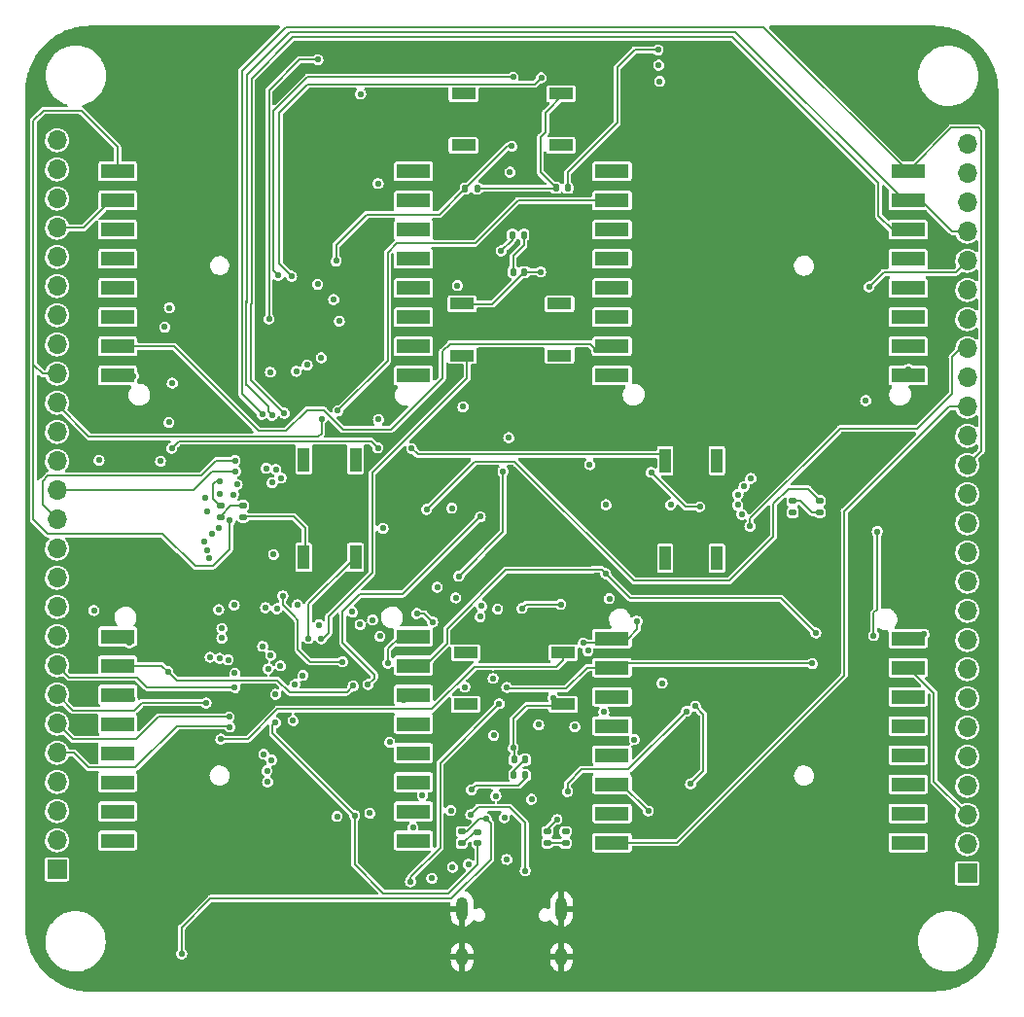
<source format=gbr>
%TF.GenerationSoftware,KiCad,Pcbnew,(6.0.7)*%
%TF.CreationDate,2022-08-29T18:43:20+02:00*%
%TF.ProjectId,UNIclicker,554e4963-6c69-4636-9b65-722e6b696361,rev?*%
%TF.SameCoordinates,Original*%
%TF.FileFunction,Copper,L4,Bot*%
%TF.FilePolarity,Positive*%
%FSLAX46Y46*%
G04 Gerber Fmt 4.6, Leading zero omitted, Abs format (unit mm)*
G04 Created by KiCad (PCBNEW (6.0.7)) date 2022-08-29 18:43:20*
%MOMM*%
%LPD*%
G01*
G04 APERTURE LIST*
G04 Aperture macros list*
%AMRoundRect*
0 Rectangle with rounded corners*
0 $1 Rounding radius*
0 $2 $3 $4 $5 $6 $7 $8 $9 X,Y pos of 4 corners*
0 Add a 4 corners polygon primitive as box body*
4,1,4,$2,$3,$4,$5,$6,$7,$8,$9,$2,$3,0*
0 Add four circle primitives for the rounded corners*
1,1,$1+$1,$2,$3*
1,1,$1+$1,$4,$5*
1,1,$1+$1,$6,$7*
1,1,$1+$1,$8,$9*
0 Add four rect primitives between the rounded corners*
20,1,$1+$1,$2,$3,$4,$5,0*
20,1,$1+$1,$4,$5,$6,$7,0*
20,1,$1+$1,$6,$7,$8,$9,0*
20,1,$1+$1,$8,$9,$2,$3,0*%
G04 Aperture macros list end*
%TA.AperFunction,ComponentPad*%
%ADD10R,1.700000X1.700000*%
%TD*%
%TA.AperFunction,ComponentPad*%
%ADD11O,1.700000X1.700000*%
%TD*%
%TA.AperFunction,ComponentPad*%
%ADD12O,1.000000X1.600000*%
%TD*%
%TA.AperFunction,ComponentPad*%
%ADD13O,1.000000X2.100000*%
%TD*%
%TA.AperFunction,SMDPad,CuDef*%
%ADD14RoundRect,0.147500X0.172500X-0.147500X0.172500X0.147500X-0.172500X0.147500X-0.172500X-0.147500X0*%
%TD*%
%TA.AperFunction,SMDPad,CuDef*%
%ADD15RoundRect,0.135000X0.135000X0.185000X-0.135000X0.185000X-0.135000X-0.185000X0.135000X-0.185000X0*%
%TD*%
%TA.AperFunction,SMDPad,CuDef*%
%ADD16RoundRect,0.147500X0.147500X0.172500X-0.147500X0.172500X-0.147500X-0.172500X0.147500X-0.172500X0*%
%TD*%
%TA.AperFunction,SMDPad,CuDef*%
%ADD17RoundRect,0.147500X-0.147500X-0.172500X0.147500X-0.172500X0.147500X0.172500X-0.147500X0.172500X0*%
%TD*%
%TA.AperFunction,SMDPad,CuDef*%
%ADD18RoundRect,0.135000X0.185000X-0.135000X0.185000X0.135000X-0.185000X0.135000X-0.185000X-0.135000X0*%
%TD*%
%TA.AperFunction,SMDPad,CuDef*%
%ADD19R,2.159000X1.016000*%
%TD*%
%TA.AperFunction,SMDPad,CuDef*%
%ADD20R,1.016000X2.159000*%
%TD*%
%TA.AperFunction,SMDPad,CuDef*%
%ADD21R,3.000000X1.300000*%
%TD*%
%TA.AperFunction,SMDPad,CuDef*%
%ADD22RoundRect,0.135000X-0.135000X-0.185000X0.135000X-0.185000X0.135000X0.185000X-0.135000X0.185000X0*%
%TD*%
%TA.AperFunction,SMDPad,CuDef*%
%ADD23RoundRect,0.135000X-0.185000X0.135000X-0.185000X-0.135000X0.185000X-0.135000X0.185000X0.135000X0*%
%TD*%
%TA.AperFunction,ViaPad*%
%ADD24C,0.558800*%
%TD*%
%TA.AperFunction,Conductor*%
%ADD25C,0.200000*%
%TD*%
G04 APERTURE END LIST*
D10*
%TO.P,J3,1,Pin_1*%
%TO.N,/NRST*%
X97150000Y-88960000D03*
D11*
%TO.P,J3,2,Pin_2*%
%TO.N,/VSYS*%
X97150000Y-86420000D03*
%TO.P,J3,3,Pin_3*%
%TO.N,/VCC-5V*%
X97150000Y-83880000D03*
%TO.P,J3,4,Pin_4*%
%TO.N,/VCC-3.3V*%
X97150000Y-81340000D03*
%TO.P,J3,5,Pin_5*%
%TO.N,GND*%
X97150000Y-78800000D03*
%TO.P,J3,6,Pin_6*%
X97150000Y-76260000D03*
%TO.P,J3,7,Pin_7*%
X97150000Y-73720000D03*
%TO.P,J3,8,Pin_8*%
X97150000Y-71180000D03*
%TO.P,J3,9,Pin_9*%
%TO.N,/HDR-CAN-RX*%
X97150000Y-68640000D03*
%TO.P,J3,10,Pin_10*%
%TO.N,/HDR-CAN-TX*%
X97150000Y-66100000D03*
%TO.P,J3,11,Pin_11*%
%TO.N,/LAN-RX_N*%
X97150000Y-63560000D03*
%TO.P,J3,12,Pin_12*%
%TO.N,/LAN-RX_P*%
X97150000Y-61020000D03*
%TO.P,J3,13,Pin_13*%
%TO.N,/LAN-TX_N*%
X97150000Y-58480000D03*
%TO.P,J3,14,Pin_14*%
%TO.N,/LAN-TX_P*%
X97150000Y-55940000D03*
%TO.P,J3,15,Pin_15*%
%TO.N,/MB1-AN*%
X97150000Y-53400000D03*
%TO.P,J3,16,Pin_16*%
%TO.N,/MB2-AN*%
X97150000Y-50860000D03*
%TO.P,J3,17,Pin_17*%
%TO.N,/MB3-AN*%
X97150000Y-48320000D03*
%TO.P,J3,18,Pin_18*%
%TO.N,/MB4-AN*%
X97150000Y-45780000D03*
%TO.P,J3,19,Pin_19*%
%TO.N,/MB5-AN*%
X97150000Y-43240000D03*
%TO.P,J3,20,Pin_20*%
%TO.N,/MB2-CS*%
X97150000Y-40700000D03*
%TO.P,J3,21,Pin_21*%
%TO.N,/MB3-CS*%
X97150000Y-38160000D03*
%TO.P,J3,22,Pin_22*%
%TO.N,/MB4-CS*%
X97150000Y-35620000D03*
%TO.P,J3,23,Pin_23*%
%TO.N,/MB1-RST*%
X97150000Y-33080000D03*
%TO.P,J3,24,Pin_24*%
%TO.N,/MB2-RST*%
X97150000Y-30540000D03*
%TO.P,J3,25,Pin_25*%
%TO.N,/MB3-RST*%
X97150000Y-28000000D03*
%TO.P,J3,26,Pin_26*%
%TO.N,/MB4-RST*%
X97150000Y-25460000D03*
%TD*%
D12*
%TO.P,CN3,S1,SHIELD*%
%TO.N,GNDPWR*%
X53180000Y-96250000D03*
D13*
X53180000Y-92070000D03*
X61820000Y-92070000D03*
D12*
X61820000Y-96250000D03*
%TD*%
D10*
%TO.P,J2,1,Pin_1*%
%TO.N,/MB1-MOSI*%
X17900000Y-88625000D03*
D11*
%TO.P,J2,2,Pin_2*%
%TO.N,/MB1-MISO*%
X17900000Y-86085000D03*
%TO.P,J2,3,Pin_3*%
%TO.N,/MB1-SCK*%
X17900000Y-83545000D03*
%TO.P,J2,4,Pin_4*%
%TO.N,/MB1-CS*%
X17900000Y-81005000D03*
%TO.P,J2,5,Pin_5*%
%TO.N,/MB5-MOSI*%
X17900000Y-78465000D03*
%TO.P,J2,6,Pin_6*%
%TO.N,/MB5-MISO*%
X17900000Y-75925000D03*
%TO.P,J2,7,Pin_7*%
%TO.N,/MB5-SCK*%
X17900000Y-73385000D03*
%TO.P,J2,8,Pin_8*%
%TO.N,/MB5-CS*%
X17900000Y-70845000D03*
%TO.P,J2,9,Pin_9*%
%TO.N,/MB1-SCL*%
X17900000Y-68305000D03*
%TO.P,J2,10,Pin_10*%
%TO.N,/MB1-SDA*%
X17900000Y-65765000D03*
%TO.P,J2,11,Pin_11*%
%TO.N,/MB5-SCL*%
X17900000Y-63225000D03*
%TO.P,J2,12,Pin_12*%
%TO.N,/MB5-SDA*%
X17900000Y-60685000D03*
%TO.P,J2,13,Pin_13*%
%TO.N,/MB1-RX*%
X17900000Y-58145000D03*
%TO.P,J2,14,Pin_14*%
%TO.N,/MB1-TX*%
X17900000Y-55605000D03*
%TO.P,J2,15,Pin_15*%
%TO.N,/MB5-RX*%
X17900000Y-53065000D03*
%TO.P,J2,16,Pin_16*%
%TO.N,/MB5-TX*%
X17900000Y-50525000D03*
%TO.P,J2,17,Pin_17*%
%TO.N,/MB1-PWM*%
X17900000Y-47985000D03*
%TO.P,J2,18,Pin_18*%
%TO.N,/MB2-PWM*%
X17900000Y-45445000D03*
%TO.P,J2,19,Pin_19*%
%TO.N,/MB3-PWM*%
X17900000Y-42905000D03*
%TO.P,J2,20,Pin_20*%
%TO.N,/MB4-PWM*%
X17900000Y-40365000D03*
%TO.P,J2,21,Pin_21*%
%TO.N,/LCD-BPWM*%
X17900000Y-37825000D03*
%TO.P,J2,22,Pin_22*%
%TO.N,/MB1-INT*%
X17900000Y-35285000D03*
%TO.P,J2,23,Pin_23*%
%TO.N,/MB2-INT*%
X17900000Y-32745000D03*
%TO.P,J2,24,Pin_24*%
%TO.N,/MB3-INT*%
X17900000Y-30205000D03*
%TO.P,J2,25,Pin_25*%
%TO.N,/MB4-INT*%
X17900000Y-27665000D03*
%TO.P,J2,26,Pin_26*%
%TO.N,/MB5-INT*%
X17900000Y-25125000D03*
%TD*%
D14*
%TO.P,LED5,1,K*%
%TO.N,GND*%
X81950000Y-57535000D03*
%TO.P,LED5,2,A*%
%TO.N,Net-(LED5-Pad2)*%
X81950000Y-56565000D03*
%TD*%
D15*
%TO.P,R29,1*%
%TO.N,Net-(LED4-Pad2)*%
X58535000Y-33375000D03*
%TO.P,R29,2*%
%TO.N,/LEDB*%
X57515000Y-33375000D03*
%TD*%
D16*
%TO.P,LED4,1,K*%
%TO.N,GND*%
X58585000Y-36600000D03*
%TO.P,LED4,2,A*%
%TO.N,Net-(LED4-Pad2)*%
X57615000Y-36600000D03*
%TD*%
D14*
%TO.P,LED1,1,K*%
%TO.N,Net-(LED1-Pad1)*%
X54525000Y-86335000D03*
%TO.P,LED1,2,A*%
%TO.N,Net-(LED1-Pad2)*%
X54525000Y-85365000D03*
%TD*%
D17*
%TO.P,LED6,1,K*%
%TO.N,GND*%
X57690000Y-79075000D03*
%TO.P,LED6,2,A*%
%TO.N,Net-(LED6-Pad2)*%
X58660000Y-79075000D03*
%TD*%
D18*
%TO.P,R31,1*%
%TO.N,Net-(LED5-Pad2)*%
X84300000Y-57535000D03*
%TO.P,R31,2*%
%TO.N,/LEDC*%
X84300000Y-56515000D03*
%TD*%
D19*
%TO.P,T2,1,1*%
%TO.N,/MB5-CS*%
X53150000Y-43875000D03*
%TO.P,T2,2,2*%
%TO.N,unconnected-(T2-Pad2)*%
X61650000Y-43875000D03*
%TO.P,T2,3,3*%
%TO.N,GND*%
X53150000Y-39375000D03*
%TO.P,T2,4,4*%
%TO.N,unconnected-(T2-Pad4)*%
X61650000Y-39375000D03*
%TD*%
D14*
%TO.P,LED2,1,K*%
%TO.N,Net-(LED2-Pad1)*%
X60575000Y-86310000D03*
%TO.P,LED2,2,A*%
%TO.N,/VCC-3.3V*%
X60575000Y-85340000D03*
%TD*%
D20*
%TO.P,T1,1,1*%
%TO.N,/MB5-RST*%
X43875000Y-61450000D03*
%TO.P,T1,2,2*%
%TO.N,unconnected-(T1-Pad2)*%
X43875000Y-52950000D03*
%TO.P,T1,3,3*%
%TO.N,GND*%
X39375000Y-61450000D03*
%TO.P,T1,4,4*%
%TO.N,unconnected-(T1-Pad4)*%
X39375000Y-52950000D03*
%TD*%
D21*
%TO.P,MIKROBUS4,1,AN*%
%TO.N,/MB4-AN*%
X23170000Y-86115000D03*
%TO.P,MIKROBUS4,2,RST*%
%TO.N,/MB4-RST*%
X23170000Y-83575000D03*
%TO.P,MIKROBUS4,3,CS*%
%TO.N,/MB4-CS*%
X23170000Y-81035000D03*
%TO.P,MIKROBUS4,4,SCK*%
%TO.N,/MB4-SCK*%
X23170000Y-78495000D03*
%TO.P,MIKROBUS4,5,MISO*%
%TO.N,/MB4-MISO*%
X23170000Y-75955000D03*
%TO.P,MIKROBUS4,6,MOSI*%
%TO.N,/MB4-MOSI*%
X23170000Y-73415000D03*
%TO.P,MIKROBUS4,7,3.3V*%
%TO.N,/VCC-3.3V*%
X23170000Y-70875000D03*
%TO.P,MIKROBUS4,8,GND*%
%TO.N,GND*%
X23170000Y-68335000D03*
%TO.P,MIKROBUS4,9,GND*%
X48930000Y-68335000D03*
%TO.P,MIKROBUS4,10,5V*%
%TO.N,/VCC-5V*%
X48930000Y-70875000D03*
%TO.P,MIKROBUS4,11,SDA*%
%TO.N,/MB4-SDA*%
X48930000Y-73415000D03*
%TO.P,MIKROBUS4,12,SCL*%
%TO.N,/MB4-SCL*%
X48930000Y-75955000D03*
%TO.P,MIKROBUS4,13,TX*%
%TO.N,/MB4-TX*%
X48930000Y-78495000D03*
%TO.P,MIKROBUS4,14,RX*%
%TO.N,/MB4-RX*%
X48930000Y-81035000D03*
%TO.P,MIKROBUS4,15,INT*%
%TO.N,/MB4-INT*%
X48930000Y-83575000D03*
%TO.P,MIKROBUS4,16,PWM*%
%TO.N,/MB4-PWM*%
X48930000Y-86115000D03*
%TD*%
D18*
%TO.P,R30,1*%
%TO.N,Net-(LED3-Pad2)*%
X32150000Y-57935000D03*
%TO.P,R30,2*%
%TO.N,/LEDA*%
X32150000Y-56915000D03*
%TD*%
D22*
%TO.P,R32,1*%
%TO.N,Net-(LED6-Pad2)*%
X57665000Y-80425000D03*
%TO.P,R32,2*%
%TO.N,/LEDD*%
X58685000Y-80425000D03*
%TD*%
D14*
%TO.P,LED3,1,K*%
%TO.N,GND*%
X34085000Y-57935000D03*
%TO.P,LED3,2,A*%
%TO.N,Net-(LED3-Pad2)*%
X34085000Y-56965000D03*
%TD*%
D19*
%TO.P,T4,1,1*%
%TO.N,/MB5-INT*%
X61975000Y-69750000D03*
%TO.P,T4,2,2*%
%TO.N,unconnected-(T4-Pad2)*%
X53475000Y-69750000D03*
%TO.P,T4,3,3*%
%TO.N,GND*%
X61975000Y-74250000D03*
%TO.P,T4,4,4*%
%TO.N,unconnected-(T4-Pad4)*%
X53475000Y-74250000D03*
%TD*%
D20*
%TO.P,T3,1,1*%
%TO.N,/Button_4*%
X70850000Y-53025000D03*
%TO.P,T3,2,2*%
%TO.N,unconnected-(T3-Pad2)*%
X70850000Y-61525000D03*
%TO.P,T3,3,3*%
%TO.N,GND*%
X75350000Y-53025000D03*
%TO.P,T3,4,4*%
%TO.N,unconnected-(T3-Pad4)*%
X75350000Y-61525000D03*
%TD*%
D18*
%TO.P,R3,1*%
%TO.N,Net-(LED2-Pad1)*%
X62175000Y-86335000D03*
%TO.P,R3,2*%
%TO.N,GND*%
X62175000Y-85315000D03*
%TD*%
D23*
%TO.P,R15,1*%
%TO.N,/LDO3V3*%
X53125000Y-85315000D03*
%TO.P,R15,2*%
%TO.N,Net-(LED1-Pad2)*%
X53125000Y-86335000D03*
%TD*%
D21*
%TO.P,MIKROBUS2,1,AN*%
%TO.N,/MB2-AN*%
X48930000Y-27835000D03*
%TO.P,MIKROBUS2,2,RST*%
%TO.N,/MB2-RST*%
X48930000Y-30375000D03*
%TO.P,MIKROBUS2,3,CS*%
%TO.N,/MB2-CS*%
X48930000Y-32915000D03*
%TO.P,MIKROBUS2,4,SCK*%
%TO.N,/MB2-SCK*%
X48930000Y-35455000D03*
%TO.P,MIKROBUS2,5,MISO*%
%TO.N,/MB2-MISO*%
X48930000Y-37995000D03*
%TO.P,MIKROBUS2,6,MOSI*%
%TO.N,/MB2-MOSI*%
X48930000Y-40535000D03*
%TO.P,MIKROBUS2,7,3.3V*%
%TO.N,/VCC-3.3V*%
X48930000Y-43075000D03*
%TO.P,MIKROBUS2,8,GND*%
%TO.N,GND*%
X48930000Y-45615000D03*
%TO.P,MIKROBUS2,9,GND*%
X23170000Y-45615000D03*
%TO.P,MIKROBUS2,10,5V*%
%TO.N,/VCC-5V*%
X23170000Y-43075000D03*
%TO.P,MIKROBUS2,11,SDA*%
%TO.N,/MB2-SDA*%
X23170000Y-40535000D03*
%TO.P,MIKROBUS2,12,SCL*%
%TO.N,/MB2-SCL*%
X23170000Y-37995000D03*
%TO.P,MIKROBUS2,13,TX*%
%TO.N,/MB2-TX*%
X23170000Y-35455000D03*
%TO.P,MIKROBUS2,14,RX*%
%TO.N,/MB2-RX*%
X23170000Y-32915000D03*
%TO.P,MIKROBUS2,15,INT*%
%TO.N,/MB2-INT*%
X23170000Y-30375000D03*
%TO.P,MIKROBUS2,16,PWM*%
%TO.N,/MB2-PWM*%
X23170000Y-27835000D03*
%TD*%
%TO.P,MIKROBUS3,1,AN*%
%TO.N,/MB3-AN*%
X66220000Y-86290000D03*
%TO.P,MIKROBUS3,2,RST*%
%TO.N,/MB3-RST*%
X66220000Y-83750000D03*
%TO.P,MIKROBUS3,3,CS*%
%TO.N,/MB3-CS*%
X66220000Y-81210000D03*
%TO.P,MIKROBUS3,4,SCK*%
%TO.N,/MB3-SCK*%
X66220000Y-78670000D03*
%TO.P,MIKROBUS3,5,MISO*%
%TO.N,/MB3-MISO*%
X66220000Y-76130000D03*
%TO.P,MIKROBUS3,6,MOSI*%
%TO.N,/MB3-MOSI*%
X66220000Y-73590000D03*
%TO.P,MIKROBUS3,7,3.3V*%
%TO.N,/VCC-3.3V*%
X66220000Y-71050000D03*
%TO.P,MIKROBUS3,8,GND*%
%TO.N,GND*%
X66220000Y-68510000D03*
%TO.P,MIKROBUS3,9,GND*%
X91980000Y-68510000D03*
%TO.P,MIKROBUS3,10,5V*%
%TO.N,/VCC-5V*%
X91980000Y-71050000D03*
%TO.P,MIKROBUS3,11,SDA*%
%TO.N,/MB3-SDA*%
X91980000Y-73590000D03*
%TO.P,MIKROBUS3,12,SCL*%
%TO.N,/MB3-SCL*%
X91980000Y-76130000D03*
%TO.P,MIKROBUS3,13,TX*%
%TO.N,/MB3-TX*%
X91980000Y-78670000D03*
%TO.P,MIKROBUS3,14,RX*%
%TO.N,/MB3-RX*%
X91980000Y-81210000D03*
%TO.P,MIKROBUS3,15,INT*%
%TO.N,/MB3-INT*%
X91980000Y-83750000D03*
%TO.P,MIKROBUS3,16,PWM*%
%TO.N,/MB3-PWM*%
X91980000Y-86290000D03*
%TD*%
D15*
%TO.P,R43,1*%
%TO.N,/NRST*%
X62360000Y-29275000D03*
%TO.P,R43,2*%
%TO.N,Net-(R42-Pad2)*%
X61340000Y-29275000D03*
%TD*%
D21*
%TO.P,MIKROBUS1,1,AN*%
%TO.N,/MB1-AN*%
X91980000Y-27835000D03*
%TO.P,MIKROBUS1,2,RST*%
%TO.N,/MB1-RST*%
X91980000Y-30375000D03*
%TO.P,MIKROBUS1,3,CS*%
%TO.N,/MB1-CS*%
X91980000Y-32915000D03*
%TO.P,MIKROBUS1,4,SCK*%
%TO.N,/MB1-SCK*%
X91980000Y-35455000D03*
%TO.P,MIKROBUS1,5,MISO*%
%TO.N,/MB1-MISO*%
X91980000Y-37995000D03*
%TO.P,MIKROBUS1,6,MOSI*%
%TO.N,/MB1-MOSI*%
X91980000Y-40535000D03*
%TO.P,MIKROBUS1,7,3.3V*%
%TO.N,/VCC-3.3V*%
X91980000Y-43075000D03*
%TO.P,MIKROBUS1,8,GND*%
%TO.N,GND*%
X91980000Y-45615000D03*
%TO.P,MIKROBUS1,9,GND*%
X66220000Y-45615000D03*
%TO.P,MIKROBUS1,10,5V*%
%TO.N,/VCC-5V*%
X66220000Y-43075000D03*
%TO.P,MIKROBUS1,11,SDA*%
%TO.N,/MB1-SDA*%
X66220000Y-40535000D03*
%TO.P,MIKROBUS1,12,SCL*%
%TO.N,/MB1-SCL*%
X66220000Y-37995000D03*
%TO.P,MIKROBUS1,13,TX*%
%TO.N,/MB1-TX*%
X66220000Y-35455000D03*
%TO.P,MIKROBUS1,14,RX*%
%TO.N,/MB1-RX*%
X66220000Y-32915000D03*
%TO.P,MIKROBUS1,15,INT*%
%TO.N,/MB1-INT*%
X66220000Y-30375000D03*
%TO.P,MIKROBUS1,16,PWM*%
%TO.N,/MB1-PWM*%
X66220000Y-27835000D03*
%TD*%
D19*
%TO.P,T5,1,1*%
%TO.N,Net-(R42-Pad2)*%
X61775000Y-21075000D03*
%TO.P,T5,2,2*%
%TO.N,unconnected-(T5-Pad2)*%
X53275000Y-21075000D03*
%TO.P,T5,3,3*%
%TO.N,GND*%
X61775000Y-25575000D03*
%TO.P,T5,4,4*%
%TO.N,unconnected-(T5-Pad4)*%
X53275000Y-25575000D03*
%TD*%
D22*
%TO.P,R42,1*%
%TO.N,/VCC-3.3V*%
X53440000Y-29325000D03*
%TO.P,R42,2*%
%TO.N,Net-(R42-Pad2)*%
X54460000Y-29325000D03*
%TD*%
D24*
%TO.N,/VCC-3.3V*%
X51000000Y-64050000D03*
X92025000Y-43075000D03*
X57325000Y-27900000D03*
X83650000Y-70700000D03*
X27675000Y-39725000D03*
X57050000Y-72775000D03*
X42200000Y-35650000D03*
X57475000Y-25650000D03*
X61425000Y-84275000D03*
X48925000Y-43175000D03*
X42475000Y-40875000D03*
X27537500Y-71387500D03*
X42275000Y-84000000D03*
X43675000Y-72650000D03*
X46850000Y-77550000D03*
X52275000Y-57175000D03*
%TO.N,GND*%
X50600000Y-67075000D03*
X61075000Y-73675000D03*
X57600000Y-78050000D03*
X48975000Y-45650000D03*
X39475000Y-61025000D03*
X60000000Y-36600000D03*
X93400000Y-68150000D03*
X75350000Y-52475000D03*
X24550000Y-45650000D03*
X53700000Y-88175000D03*
X50525000Y-89400000D03*
X54850000Y-65700000D03*
X62550000Y-25500000D03*
X66300000Y-45450000D03*
X49225000Y-66350000D03*
X57050000Y-87750000D03*
X92025000Y-45075000D03*
X62175000Y-85325000D03*
X24175000Y-68900000D03*
X68400000Y-67000000D03*
X81975000Y-57525000D03*
X53400000Y-72750000D03*
X46700000Y-70650000D03*
X63725000Y-68925000D03*
%TO.N,/VSYS*%
X55855000Y-71995000D03*
X56250000Y-65950000D03*
X68150000Y-77325000D03*
X59825000Y-76025000D03*
%TO.N,/VCC-5V*%
X91980000Y-71050000D03*
X58375000Y-65900000D03*
X64275000Y-53375000D03*
X65675000Y-62875000D03*
X83962500Y-68037500D03*
X64850000Y-43375000D03*
X61750000Y-65550000D03*
%TO.N,/VCC-USB*%
X65700000Y-56875000D03*
X70575000Y-72400000D03*
%TO.N,/VCC-BAT*%
X71325000Y-56875000D03*
X73050000Y-81175000D03*
X73475000Y-74425000D03*
%TO.N,/USB-VBUS*%
X54725000Y-66625000D03*
X52325000Y-88450000D03*
X52875000Y-63100000D03*
X56725000Y-53950000D03*
X55900000Y-76950000D03*
X56850000Y-84125000D03*
X45125000Y-83725000D03*
%TO.N,/LDO3V3*%
X28750000Y-95975000D03*
X55275000Y-84225000D03*
X64125000Y-69600000D03*
X62350000Y-81850000D03*
X72675000Y-74875000D03*
%TO.N,/REF*%
X27925000Y-46275000D03*
X41975000Y-39000000D03*
%TO.N,/LEDD*%
X53975000Y-81700000D03*
X27625000Y-49700000D03*
X21100000Y-66075000D03*
%TO.N,/Button_4*%
X48775000Y-51975000D03*
X27875000Y-51950000D03*
X45825000Y-51925000D03*
%TO.N,/LEDA*%
X32050000Y-54800000D03*
%TO.N,/LEDB*%
X27275000Y-41400000D03*
X56562500Y-34762500D03*
X26900000Y-53075000D03*
%TO.N,/LEDC*%
X32075000Y-55900000D03*
X50075000Y-57275000D03*
%TO.N,/MB5-SDA*%
X36175000Y-80025000D03*
%TO.N,/MB5-TX*%
X35900000Y-78600000D03*
%TO.N,/MB5-RX*%
X36575000Y-79100000D03*
%TO.N,/MB5-INT*%
X32150000Y-77275000D03*
%TO.N,/MB5-MOSI*%
X32950000Y-76225000D03*
%TO.N,/MB5-MISO*%
X32875000Y-75350000D03*
%TO.N,/MB5-SCK*%
X30875000Y-74125000D03*
%TO.N,/MB5-CS*%
X40900000Y-68550000D03*
X33375000Y-72800000D03*
%TO.N,/MB5-RST*%
X39800000Y-68525000D03*
%TO.N,/MB5-AN*%
X65975000Y-65050000D03*
X78225000Y-58750000D03*
X36925000Y-73375000D03*
X52600000Y-64975000D03*
%TO.N,/MB4-SDA*%
X48075000Y-73850000D03*
X38600000Y-72525000D03*
%TO.N,/MB4-SCL*%
X39300000Y-71725000D03*
X47825000Y-76100000D03*
%TO.N,/MB4-TX*%
X48825000Y-78550000D03*
X37350000Y-70900000D03*
%TO.N,/MB4-RX*%
X48750000Y-81000000D03*
X36275000Y-71150000D03*
%TO.N,/MB4-INT*%
X48775000Y-83900000D03*
X36500000Y-70000000D03*
%TO.N,/MB4-PWM*%
X21550000Y-53000000D03*
X35800000Y-69200000D03*
X49950000Y-86275000D03*
%TO.N,/MB4-MOSI*%
X24450000Y-73825000D03*
X33375000Y-71550000D03*
%TO.N,/MB4-MISO*%
X32800000Y-70375000D03*
X24175000Y-76000000D03*
%TO.N,/MB4-SCK*%
X32050000Y-70250000D03*
X23200000Y-78550000D03*
%TO.N,/MB4-CS*%
X88600000Y-37900000D03*
X31225000Y-70150000D03*
X24375000Y-81300000D03*
%TO.N,/MB4-RST*%
X32250000Y-68500000D03*
X23775000Y-83750000D03*
%TO.N,/MB4-AN*%
X23250000Y-86175000D03*
X32250000Y-67650000D03*
%TO.N,/MB3-SDA*%
X38825000Y-65575000D03*
X92000000Y-73700000D03*
%TO.N,/MB3-SCL*%
X92000000Y-76200000D03*
X37050000Y-65925000D03*
%TO.N,/MB3-TX*%
X92025000Y-78775000D03*
X36050000Y-65825000D03*
%TO.N,/MB3-RX*%
X92000000Y-81225000D03*
X33325000Y-65600000D03*
%TO.N,/MB3-INT*%
X92000000Y-83825000D03*
X31975000Y-66000000D03*
%TO.N,/MB3-PWM*%
X37550000Y-64800000D03*
X38450000Y-75675000D03*
X92000000Y-86300000D03*
X42750000Y-70550000D03*
%TO.N,/MB3-MOSI*%
X66350000Y-73725000D03*
X40700000Y-67325000D03*
%TO.N,/MB3-MISO*%
X65650000Y-76125000D03*
X45375000Y-66900000D03*
%TO.N,/MB3-SCK*%
X46000000Y-68325000D03*
X66950000Y-78775000D03*
%TO.N,/MB3-CS*%
X88300000Y-47800000D03*
X44275000Y-67300000D03*
X69375000Y-83550000D03*
%TO.N,/MB3-RST*%
X66175000Y-83800000D03*
X43600000Y-66200000D03*
%TO.N,/MB3-AN*%
X36750000Y-61200000D03*
X66225000Y-86275000D03*
%TO.N,/MB2-SDA*%
X31100000Y-61550000D03*
X23200000Y-40650000D03*
%TO.N,/MB2-SCL*%
X23175000Y-38075000D03*
X30975000Y-60800000D03*
%TO.N,/MB2-TX*%
X23150000Y-35500000D03*
X30750000Y-60050000D03*
%TO.N,/MB2-RX*%
X23150000Y-32975000D03*
X31350000Y-59400000D03*
%TO.N,/MB2-INT*%
X31975000Y-58875000D03*
%TO.N,/MB2-PWM*%
X32925000Y-58250000D03*
%TO.N,/MB2-MOSI*%
X31000000Y-57475000D03*
X49025000Y-40675000D03*
X40900000Y-44075000D03*
%TO.N,/MB2-MISO*%
X39675000Y-44700000D03*
X49100000Y-37750000D03*
X30825000Y-56300000D03*
%TO.N,/MB2-SCK*%
X37400000Y-54550000D03*
X38725000Y-45250000D03*
X49775000Y-35550000D03*
%TO.N,/MB2-CS*%
X48925000Y-32975000D03*
X36625000Y-54950000D03*
X36475000Y-45325000D03*
%TO.N,/MB2-RST*%
X48950000Y-30225000D03*
X33250000Y-55975000D03*
%TO.N,/MB2-AN*%
X48950000Y-27875000D03*
X33575000Y-55100000D03*
%TO.N,/MB1-SDA*%
X36950000Y-53800000D03*
X66400000Y-40600000D03*
%TO.N,/MB1-SCL*%
X36112500Y-53687500D03*
X66325000Y-38025000D03*
%TO.N,/MB1-TX*%
X66325000Y-35550000D03*
X33425000Y-53950000D03*
%TO.N,/MB1-RX*%
X66300000Y-32950000D03*
X33400000Y-53025000D03*
%TO.N,/MB1-INT*%
X67000000Y-30200000D03*
X42350000Y-48675000D03*
%TO.N,/MB1-PWM*%
X40925000Y-49400000D03*
X65200000Y-27825000D03*
%TO.N,/MB1-MOSI*%
X92050000Y-40500000D03*
X46275000Y-58925000D03*
%TO.N,/MB1-MISO*%
X45875000Y-49450000D03*
X92000000Y-38050000D03*
%TO.N,/MB1-SCK*%
X52750000Y-37775000D03*
X92000000Y-35425000D03*
%TO.N,/MB1-CS*%
X37675000Y-48900000D03*
X92025000Y-32950000D03*
%TO.N,/MB1-RST*%
X36625000Y-49075000D03*
%TO.N,/MB1-AN*%
X35750000Y-49000000D03*
%TO.N,/PROG-MUX*%
X40600000Y-18125000D03*
X36350000Y-40700000D03*
%TO.N,/NRST*%
X62400000Y-29275000D03*
X40575000Y-37675000D03*
X70225000Y-17275000D03*
%TO.N,/TCK{slash}SCK{slash}PGC*%
X60050000Y-19700000D03*
X38325000Y-36975000D03*
%TO.N,/TMS{slash}MOSI*%
X57600000Y-19625000D03*
X37175000Y-36900000D03*
%TO.N,GNDPWR*%
X82950000Y-34500000D03*
X82925000Y-82375000D03*
X80875000Y-98300000D03*
X32775000Y-82125000D03*
X32050000Y-34300000D03*
%TO.N,/CAN-RX*%
X89300000Y-59200000D03*
X89000000Y-68250000D03*
%TO.N,/USB_PSW*%
X77525000Y-57700000D03*
X57220000Y-51030000D03*
%TO.N,/USB-SW-ID*%
X48875000Y-84975000D03*
X77150000Y-56900000D03*
%TO.N,/USB-D_P*%
X59200000Y-82525000D03*
X77175000Y-55975000D03*
%TO.N,/USB-D_N*%
X56100000Y-82225000D03*
X77700000Y-55275000D03*
%TO.N,/VBUS*%
X49700000Y-82175000D03*
X78300000Y-54575000D03*
%TO.N,/CC2*%
X58650000Y-88750000D03*
X53925000Y-83850000D03*
%TO.N,Net-(J10-Pad6)*%
X70375000Y-20000000D03*
X44325000Y-21100000D03*
%TO.N,Net-(J10-Pad8)*%
X45850000Y-28900000D03*
X70275000Y-18600000D03*
%TO.N,Net-(LED1-Pad1)*%
X62975000Y-76200000D03*
X36900000Y-75850000D03*
X43812500Y-83937500D03*
%TO.N,/USB_PSW!*%
X53237500Y-48350000D03*
X52175000Y-83500000D03*
X54750000Y-57900000D03*
X44975000Y-72525000D03*
X36225000Y-81000000D03*
%TO.N,/PWR-EN*%
X56400000Y-74200000D03*
X48675000Y-89675000D03*
X65500000Y-74925000D03*
%TO.N,Net-(M1-Pad3)*%
X73850000Y-57050000D03*
X69625000Y-54050000D03*
%TD*%
D25*
%TO.N,Net-(R42-Pad2)*%
X59975000Y-27910000D02*
X61340000Y-29275000D01*
X59975000Y-24875000D02*
X59975000Y-27910000D01*
X60425000Y-24425000D02*
X59975000Y-24875000D01*
X60425000Y-22725000D02*
X60425000Y-24425000D01*
X62075000Y-21075000D02*
X60425000Y-22725000D01*
%TO.N,/VCC-3.3V*%
X83650000Y-70700000D02*
X66570000Y-70700000D01*
X37075000Y-72150000D02*
X38125000Y-73200000D01*
X23170000Y-70875000D02*
X27025000Y-70875000D01*
X51165000Y-31600000D02*
X53440000Y-29325000D01*
X42200000Y-34250000D02*
X44850000Y-31600000D01*
X62225000Y-72875000D02*
X57150000Y-72875000D01*
X60575000Y-85340000D02*
X60575000Y-85125000D01*
X53440000Y-29325000D02*
X57115000Y-25650000D01*
X43125000Y-73200000D02*
X43675000Y-72650000D01*
X28300000Y-72150000D02*
X37075000Y-72150000D01*
X57150000Y-72875000D02*
X57050000Y-72775000D01*
X57115000Y-25650000D02*
X57475000Y-25650000D01*
X66570000Y-70700000D02*
X66220000Y-71050000D01*
X60575000Y-85125000D02*
X61425000Y-84275000D01*
X42200000Y-35650000D02*
X42200000Y-34250000D01*
X66220000Y-71050000D02*
X64050000Y-71050000D01*
X27537500Y-71387500D02*
X28300000Y-72150000D01*
X38125000Y-73200000D02*
X43125000Y-73200000D01*
X64050000Y-71050000D02*
X62225000Y-72875000D01*
X27025000Y-70875000D02*
X27537500Y-71387500D01*
X44850000Y-31600000D02*
X51165000Y-31600000D01*
%TO.N,GND*%
X63725000Y-68925000D02*
X65805000Y-68925000D01*
X34120000Y-57900000D02*
X38500000Y-57900000D01*
X57600000Y-75525000D02*
X57600000Y-78050000D01*
X67615000Y-68510000D02*
X66220000Y-68510000D01*
X65805000Y-68925000D02*
X66220000Y-68510000D01*
X61975000Y-74250000D02*
X61850000Y-74375000D01*
X60000000Y-36600000D02*
X60025000Y-36600000D01*
X39500000Y-58900000D02*
X39500000Y-61325000D01*
X38500000Y-57900000D02*
X39500000Y-58900000D01*
X68400000Y-67725000D02*
X67615000Y-68510000D01*
X46700000Y-69425000D02*
X47790000Y-68335000D01*
X57690000Y-79075000D02*
X57690000Y-78140000D01*
X60025000Y-36600000D02*
X60050000Y-36575000D01*
X46700000Y-70650000D02*
X46700000Y-69425000D01*
X49875000Y-66350000D02*
X50600000Y-67075000D01*
X53600000Y-39400000D02*
X55785000Y-39400000D01*
X68400000Y-67000000D02*
X68400000Y-67725000D01*
X61850000Y-74375000D02*
X58750000Y-74375000D01*
X49225000Y-66350000D02*
X49875000Y-66350000D01*
X39500000Y-61325000D02*
X39375000Y-61450000D01*
X47790000Y-68335000D02*
X48930000Y-68335000D01*
X34085000Y-57935000D02*
X34120000Y-57900000D01*
X58750000Y-74375000D02*
X57600000Y-75525000D01*
X57690000Y-78140000D02*
X57600000Y-78050000D01*
X58585000Y-36600000D02*
X60000000Y-36600000D01*
X55785000Y-39400000D02*
X58585000Y-36600000D01*
%TO.N,/VCC-5V*%
X52100000Y-42875000D02*
X64350000Y-42875000D01*
X65300000Y-62500000D02*
X65675000Y-62875000D01*
X42775000Y-50300000D02*
X47000000Y-50300000D01*
X94250000Y-80980000D02*
X94250000Y-73250000D01*
X94250000Y-73250000D02*
X92050000Y-71050000D01*
X97150000Y-83880000D02*
X94250000Y-80980000D01*
X67800000Y-65000000D02*
X80925000Y-65000000D01*
X64350000Y-42875000D02*
X64850000Y-43375000D01*
X51450000Y-45850000D02*
X51450000Y-43525000D01*
X51850000Y-67675000D02*
X51850000Y-68950000D01*
X92050000Y-71050000D02*
X91980000Y-71050000D01*
X64450000Y-62575000D02*
X56950000Y-62575000D01*
X64525000Y-62500000D02*
X64450000Y-62575000D01*
X58725000Y-65550000D02*
X61750000Y-65550000D01*
X64525000Y-62500000D02*
X65300000Y-62500000D01*
X37850000Y-50450000D02*
X39675000Y-48625000D01*
X41100000Y-48625000D02*
X42775000Y-50300000D01*
X39675000Y-48625000D02*
X41100000Y-48625000D01*
X51450000Y-43525000D02*
X52100000Y-42875000D01*
X35425000Y-50450000D02*
X37850000Y-50450000D01*
X65675000Y-62875000D02*
X67800000Y-65000000D01*
X47000000Y-50300000D02*
X51450000Y-45850000D01*
X23170000Y-43075000D02*
X28050000Y-43075000D01*
X80925000Y-65000000D02*
X83962500Y-68037500D01*
X56950000Y-62575000D02*
X51850000Y-67675000D01*
X49925000Y-70875000D02*
X48930000Y-70875000D01*
X28050000Y-43075000D02*
X35425000Y-50450000D01*
X58375000Y-65900000D02*
X58725000Y-65550000D01*
X51850000Y-68950000D02*
X49925000Y-70875000D01*
%TO.N,/VCC-BAT*%
X73475000Y-74425000D02*
X74175000Y-75125000D01*
X74175000Y-75125000D02*
X74175000Y-80050000D01*
X74175000Y-80050000D02*
X73050000Y-81175000D01*
%TO.N,/USB-VBUS*%
X52875000Y-63100000D02*
X52850000Y-63125000D01*
X56725000Y-59250000D02*
X52875000Y-63100000D01*
X56725000Y-53950000D02*
X56725000Y-59250000D01*
%TO.N,/LDO3V3*%
X72675000Y-74875000D02*
X67625000Y-79925000D01*
X55650000Y-87725000D02*
X52225000Y-91150000D01*
X55650000Y-84600000D02*
X55650000Y-87725000D01*
X54700000Y-84225000D02*
X55275000Y-84225000D01*
X52225000Y-91150000D02*
X31250000Y-91150000D01*
X67625000Y-79925000D02*
X63575000Y-79925000D01*
X53610000Y-85315000D02*
X54700000Y-84225000D01*
X31250000Y-91150000D02*
X28750000Y-93650000D01*
X62350000Y-81150000D02*
X62350000Y-81850000D01*
X28750000Y-93650000D02*
X28750000Y-95975000D01*
X53125000Y-85315000D02*
X53610000Y-85315000D01*
X63575000Y-79925000D02*
X62350000Y-81150000D01*
X55275000Y-84225000D02*
X55650000Y-84600000D01*
%TO.N,/LEDD*%
X53975000Y-81700000D02*
X54350000Y-81325000D01*
X58685000Y-80715000D02*
X58685000Y-80425000D01*
X58075000Y-81325000D02*
X58685000Y-80715000D01*
X54350000Y-81325000D02*
X58075000Y-81325000D01*
%TO.N,/Button_4*%
X27875000Y-51950000D02*
X28475000Y-51350000D01*
X70825000Y-52500000D02*
X49300000Y-52500000D01*
X45250000Y-51350000D02*
X45825000Y-51925000D01*
X28475000Y-51350000D02*
X45250000Y-51350000D01*
X49300000Y-52500000D02*
X48775000Y-51975000D01*
%TO.N,/LEDA*%
X31450000Y-56325000D02*
X32040000Y-56915000D01*
X31725000Y-54800000D02*
X31450000Y-55075000D01*
X32050000Y-54800000D02*
X31725000Y-54800000D01*
X32040000Y-56915000D02*
X32150000Y-56915000D01*
X31450000Y-55075000D02*
X31450000Y-56325000D01*
%TO.N,/LEDB*%
X56562500Y-34762500D02*
X56550000Y-34775000D01*
X57515000Y-33375000D02*
X57515000Y-33810000D01*
X57515000Y-33810000D02*
X56562500Y-34762500D01*
%TO.N,/LEDC*%
X81600000Y-55475000D02*
X80275000Y-56800000D01*
X76425000Y-63500000D02*
X68125000Y-63500000D01*
X84300000Y-56515000D02*
X83260000Y-55475000D01*
X80275000Y-59650000D02*
X76425000Y-63500000D01*
X80275000Y-56800000D02*
X80275000Y-59650000D01*
X57725000Y-53100000D02*
X54250000Y-53100000D01*
X83260000Y-55475000D02*
X81600000Y-55475000D01*
X68125000Y-63500000D02*
X57725000Y-53100000D01*
X54250000Y-53100000D02*
X50075000Y-57275000D01*
%TO.N,/MB5-INT*%
X37100000Y-74675000D02*
X50525000Y-74675000D01*
X34500000Y-77275000D02*
X37100000Y-74675000D01*
X61975000Y-70400000D02*
X61975000Y-69750000D01*
X32150000Y-77275000D02*
X34500000Y-77275000D01*
X61400000Y-70975000D02*
X61975000Y-70400000D01*
X54225000Y-70975000D02*
X61400000Y-70975000D01*
X50525000Y-74675000D02*
X54225000Y-70975000D01*
%TO.N,/MB5-MOSI*%
X24725000Y-79750000D02*
X20625000Y-79750000D01*
X32875000Y-76150000D02*
X28325000Y-76150000D01*
X28325000Y-76150000D02*
X24725000Y-79750000D01*
X19340000Y-78465000D02*
X17900000Y-78465000D01*
X32950000Y-76225000D02*
X32875000Y-76150000D01*
X20625000Y-79750000D02*
X19340000Y-78465000D01*
%TO.N,/MB5-MISO*%
X26700000Y-75350000D02*
X24775000Y-77275000D01*
X24775000Y-77275000D02*
X19250000Y-77275000D01*
X19250000Y-77275000D02*
X17900000Y-75925000D01*
X32875000Y-75350000D02*
X26700000Y-75350000D01*
%TO.N,/MB5-SCK*%
X24600000Y-74775000D02*
X19290000Y-74775000D01*
X30875000Y-74125000D02*
X25250000Y-74125000D01*
X25250000Y-74125000D02*
X24600000Y-74775000D01*
X19290000Y-74775000D02*
X17900000Y-73385000D01*
%TO.N,/MB5-CS*%
X25750000Y-72800000D02*
X24875000Y-71925000D01*
X53600000Y-45850000D02*
X45350000Y-54100000D01*
X18980000Y-71925000D02*
X17900000Y-70845000D01*
X41550000Y-68075000D02*
X41075000Y-68550000D01*
X41550000Y-66575000D02*
X41550000Y-68075000D01*
X53600000Y-43900000D02*
X53600000Y-45850000D01*
X45350000Y-54100000D02*
X45350000Y-62775000D01*
X45350000Y-62775000D02*
X41550000Y-66575000D01*
X24875000Y-71925000D02*
X18980000Y-71925000D01*
X33375000Y-72800000D02*
X25750000Y-72800000D01*
X41075000Y-68550000D02*
X40900000Y-68550000D01*
%TO.N,/MB5-RST*%
X39800000Y-65525000D02*
X43875000Y-61450000D01*
X39800000Y-68525000D02*
X39800000Y-65525000D01*
%TO.N,/MB5-AN*%
X86050000Y-50250000D02*
X92800000Y-50250000D01*
X96610000Y-43240000D02*
X97150000Y-43240000D01*
X95825000Y-44025000D02*
X96610000Y-43240000D01*
X95825000Y-47225000D02*
X95825000Y-44025000D01*
X78225000Y-58075000D02*
X86050000Y-50250000D01*
X92800000Y-50250000D02*
X95825000Y-47225000D01*
X78225000Y-58750000D02*
X78225000Y-58075000D01*
%TO.N,/MB4-CS*%
X89850000Y-36650000D02*
X96120000Y-36650000D01*
X88600000Y-37900000D02*
X89850000Y-36650000D01*
X96120000Y-36650000D02*
X97150000Y-35620000D01*
%TO.N,/MB3-PWM*%
X37550000Y-64800000D02*
X37550000Y-65600000D01*
X38475000Y-66525000D02*
X38875000Y-66925000D01*
X37550000Y-65600000D02*
X38475000Y-66525000D01*
X38875000Y-69475000D02*
X39950000Y-70550000D01*
X39950000Y-70550000D02*
X42750000Y-70550000D01*
X38875000Y-66925000D02*
X38875000Y-69475000D01*
%TO.N,/MB3-CS*%
X67035000Y-81210000D02*
X69375000Y-83550000D01*
X66220000Y-81210000D02*
X67035000Y-81210000D01*
%TO.N,/MB3-AN*%
X66220000Y-86290000D02*
X71860000Y-86290000D01*
X86425000Y-57425000D02*
X95530000Y-48320000D01*
X71860000Y-86290000D02*
X86425000Y-71725000D01*
X95530000Y-48320000D02*
X97150000Y-48320000D01*
X86425000Y-71725000D02*
X86425000Y-57425000D01*
%TO.N,/MB2-INT*%
X17900000Y-32745000D02*
X20220000Y-32745000D01*
X22590000Y-30375000D02*
X23170000Y-30375000D01*
X20220000Y-32745000D02*
X22590000Y-30375000D01*
%TO.N,/MB2-PWM*%
X15825000Y-44650000D02*
X16625000Y-45450000D01*
X16625000Y-45450000D02*
X17895000Y-45450000D01*
X23170000Y-27835000D02*
X23170000Y-25720000D01*
X15825000Y-23425000D02*
X15825000Y-44650000D01*
X20000000Y-22550000D02*
X16700000Y-22550000D01*
X16700000Y-22550000D02*
X15825000Y-23425000D01*
X32925000Y-60750000D02*
X32925000Y-58250000D01*
X17895000Y-45450000D02*
X17900000Y-45445000D01*
X29925000Y-62225000D02*
X31450000Y-62225000D01*
X15825000Y-58150000D02*
X17075000Y-59400000D01*
X27100000Y-59400000D02*
X29925000Y-62225000D01*
X23170000Y-25720000D02*
X20000000Y-22550000D01*
X31450000Y-62225000D02*
X32925000Y-60750000D01*
X15825000Y-44650000D02*
X15825000Y-58150000D01*
X17075000Y-59400000D02*
X27100000Y-59400000D01*
%TO.N,/MB1-TX*%
X29745000Y-55605000D02*
X17900000Y-55605000D01*
X31400000Y-53950000D02*
X29745000Y-55605000D01*
X33425000Y-53950000D02*
X31400000Y-53950000D01*
%TO.N,/MB1-RX*%
X30425000Y-54350000D02*
X17950000Y-54350000D01*
X31750000Y-53025000D02*
X30425000Y-54350000D01*
X17925000Y-54325000D02*
X17100000Y-54325000D01*
X17100000Y-54325000D02*
X16625000Y-54800000D01*
X16625000Y-56870000D02*
X17900000Y-58145000D01*
X33400000Y-53025000D02*
X31750000Y-53025000D01*
X17950000Y-54350000D02*
X17925000Y-54325000D01*
X16625000Y-54800000D02*
X16625000Y-56870000D01*
%TO.N,/MB1-INT*%
X46675000Y-44350000D02*
X46675000Y-34900000D01*
X42350000Y-48675000D02*
X46675000Y-44350000D01*
X47475000Y-34100000D02*
X54300000Y-34100000D01*
X46675000Y-34900000D02*
X47475000Y-34100000D01*
X54300000Y-34100000D02*
X58025000Y-30375000D01*
X58025000Y-30375000D02*
X66220000Y-30375000D01*
%TO.N,/MB1-PWM*%
X17900000Y-48175000D02*
X17900000Y-47985000D01*
X40625000Y-50950000D02*
X20675000Y-50950000D01*
X20675000Y-50950000D02*
X17900000Y-48175000D01*
X40925000Y-50650000D02*
X40625000Y-50950000D01*
X40925000Y-49400000D02*
X40925000Y-50650000D01*
%TO.N,/MB1-CS*%
X89400000Y-31700000D02*
X90615000Y-32915000D01*
X34825000Y-39325000D02*
X34825000Y-19750000D01*
X34775000Y-46000000D02*
X34775000Y-39375000D01*
X37675000Y-48900000D02*
X34775000Y-46000000D01*
X34825000Y-19750000D02*
X38425000Y-16150000D01*
X90615000Y-32915000D02*
X91980000Y-32915000D01*
X89400000Y-28825000D02*
X89400000Y-31700000D01*
X34775000Y-39375000D02*
X34825000Y-39325000D01*
X81775000Y-21200000D02*
X89400000Y-28825000D01*
X38425000Y-16150000D02*
X76725000Y-16150000D01*
X76725000Y-16150000D02*
X81750000Y-21175000D01*
%TO.N,/MB1-RST*%
X93150000Y-30375000D02*
X95855000Y-33080000D01*
X36325000Y-48325000D02*
X34425000Y-46425000D01*
X38125000Y-15675000D02*
X34400000Y-19400000D01*
X34375000Y-39075000D02*
X34400000Y-39050000D01*
X34375000Y-46425000D02*
X34375000Y-39075000D01*
X36325000Y-48775000D02*
X36325000Y-48325000D01*
X34425000Y-46425000D02*
X34375000Y-46425000D01*
X91675000Y-30375000D02*
X76975000Y-15675000D01*
X36625000Y-49075000D02*
X36325000Y-48775000D01*
X34400000Y-19400000D02*
X34400000Y-39225000D01*
X76975000Y-15675000D02*
X38125000Y-15675000D01*
X91980000Y-30375000D02*
X93150000Y-30375000D01*
X91980000Y-30375000D02*
X91675000Y-30375000D01*
X95855000Y-33080000D02*
X97150000Y-33080000D01*
%TO.N,/MB1-AN*%
X98375000Y-24325000D02*
X98375000Y-52175000D01*
X33975000Y-47225000D02*
X33975000Y-19100000D01*
X91980000Y-27835000D02*
X95765000Y-24050000D01*
X98100000Y-24050000D02*
X98375000Y-24325000D01*
X35750000Y-49000000D02*
X33975000Y-47225000D01*
X37800000Y-15275000D02*
X79420000Y-15275000D01*
X95765000Y-24050000D02*
X98100000Y-24050000D01*
X33975000Y-19100000D02*
X37800000Y-15275000D01*
X98375000Y-52175000D02*
X97150000Y-53400000D01*
X79420000Y-15275000D02*
X91980000Y-27835000D01*
%TO.N,/PROG-MUX*%
X36350000Y-40700000D02*
X36350000Y-20775000D01*
X36350000Y-20775000D02*
X39000000Y-18125000D01*
X39000000Y-18125000D02*
X40600000Y-18125000D01*
%TO.N,/NRST*%
X66675000Y-23600000D02*
X66675000Y-18775000D01*
X62360000Y-27915000D02*
X66675000Y-23600000D01*
X66675000Y-18775000D02*
X68175000Y-17275000D01*
X68175000Y-17275000D02*
X70225000Y-17275000D01*
X62360000Y-29275000D02*
X62360000Y-27915000D01*
%TO.N,/TCK{slash}SCK{slash}PGC*%
X60050000Y-19700000D02*
X59500000Y-20250000D01*
X37225000Y-22725000D02*
X37225000Y-35875000D01*
X39700000Y-20250000D02*
X37225000Y-22725000D01*
X37225000Y-35875000D02*
X38325000Y-36975000D01*
X59500000Y-20250000D02*
X39700000Y-20250000D01*
%TO.N,/TMS{slash}MOSI*%
X36750000Y-36475000D02*
X37175000Y-36900000D01*
X36750000Y-22600000D02*
X36750000Y-36475000D01*
X57600000Y-19625000D02*
X39725000Y-19625000D01*
X39725000Y-19625000D02*
X36750000Y-22600000D01*
%TO.N,/CAN-RX*%
X89000000Y-66300000D02*
X89300000Y-66000000D01*
X89300000Y-66000000D02*
X89300000Y-59200000D01*
X89000000Y-68250000D02*
X89000000Y-66300000D01*
%TO.N,/CC2*%
X54550000Y-83225000D02*
X57300000Y-83225000D01*
X53925000Y-83850000D02*
X54550000Y-83225000D01*
X57300000Y-83225000D02*
X58650000Y-84575000D01*
X58650000Y-84575000D02*
X58650000Y-88750000D01*
%TO.N,Net-(LED1-Pad1)*%
X54525000Y-88175000D02*
X52000000Y-90700000D01*
X36675000Y-76800000D02*
X36675000Y-76075000D01*
X54525000Y-86335000D02*
X54525000Y-88175000D01*
X43812500Y-88187500D02*
X43812500Y-83937500D01*
X46325000Y-90700000D02*
X43812500Y-88187500D01*
X43812500Y-83937500D02*
X36675000Y-76800000D01*
X52000000Y-90700000D02*
X46325000Y-90700000D01*
X36675000Y-76075000D02*
X36900000Y-75850000D01*
%TO.N,Net-(LED1-Pad2)*%
X53265000Y-86335000D02*
X54235000Y-85365000D01*
X54235000Y-85365000D02*
X54525000Y-85365000D01*
X53125000Y-86335000D02*
X53265000Y-86335000D01*
%TO.N,Net-(LED2-Pad1)*%
X60575000Y-86310000D02*
X62150000Y-86310000D01*
X62150000Y-86310000D02*
X62175000Y-86335000D01*
%TO.N,Net-(LED3-Pad2)*%
X32150000Y-57850000D02*
X33035000Y-56965000D01*
X33035000Y-56965000D02*
X34085000Y-56965000D01*
X32150000Y-57935000D02*
X32150000Y-57850000D01*
%TO.N,Net-(LED4-Pad2)*%
X58535000Y-33375000D02*
X58535000Y-34290000D01*
X57615000Y-35210000D02*
X57615000Y-36600000D01*
X58535000Y-34290000D02*
X57615000Y-35210000D01*
%TO.N,Net-(LED5-Pad2)*%
X83610000Y-57535000D02*
X84300000Y-57535000D01*
X82640000Y-56565000D02*
X83610000Y-57535000D01*
X81950000Y-56565000D02*
X82640000Y-56565000D01*
%TO.N,Net-(LED6-Pad2)*%
X57665000Y-80425000D02*
X57665000Y-80070000D01*
X57665000Y-80070000D02*
X58660000Y-79075000D01*
%TO.N,/USB_PSW!*%
X45525000Y-71650000D02*
X45525000Y-71975000D01*
X42750000Y-66175000D02*
X42750000Y-68875000D01*
X48000000Y-64650000D02*
X44250000Y-64650000D01*
X54750000Y-57900000D02*
X48000000Y-64650000D01*
X42750000Y-66150000D02*
X42750000Y-66175000D01*
X42750000Y-68875000D02*
X45525000Y-71650000D01*
X44250000Y-64650000D02*
X42750000Y-66150000D01*
X45525000Y-71975000D02*
X44975000Y-72525000D01*
%TO.N,Net-(R42-Pad2)*%
X61290000Y-29325000D02*
X61340000Y-29275000D01*
X54460000Y-29325000D02*
X61290000Y-29325000D01*
%TO.N,/PWR-EN*%
X51250000Y-79350000D02*
X56400000Y-74200000D01*
X48675000Y-89300000D02*
X51250000Y-86725000D01*
X51250000Y-86725000D02*
X51250000Y-79350000D01*
X48675000Y-89675000D02*
X48675000Y-89300000D01*
%TO.N,Net-(M1-Pad3)*%
X72625000Y-57050000D02*
X69625000Y-54050000D01*
X73850000Y-57050000D02*
X72625000Y-57050000D01*
%TD*%
%TA.AperFunction,Conductor*%
%TO.N,GNDPWR*%
G36*
X37261060Y-15172902D02*
G01*
X37307553Y-15226558D01*
X37317657Y-15296832D01*
X37288163Y-15361412D01*
X37282034Y-15367995D01*
X33799548Y-18850481D01*
X33797514Y-18852237D01*
X33792731Y-18854575D01*
X33784819Y-18863104D01*
X33784818Y-18863105D01*
X33759427Y-18890477D01*
X33756147Y-18893882D01*
X33742752Y-18907277D01*
X33740028Y-18911247D01*
X33737703Y-18913895D01*
X33724508Y-18928119D01*
X33724506Y-18928122D01*
X33716599Y-18936646D01*
X33712289Y-18947450D01*
X33709767Y-18951439D01*
X33704006Y-18962227D01*
X33702089Y-18966552D01*
X33695508Y-18976146D01*
X33692822Y-18987465D01*
X33692821Y-18987467D01*
X33689817Y-19000127D01*
X33684252Y-19017724D01*
X33675117Y-19040622D01*
X33674500Y-19046915D01*
X33674500Y-19049994D01*
X33674350Y-19053067D01*
X33674134Y-19053056D01*
X33672802Y-19064431D01*
X33672346Y-19073746D01*
X33669660Y-19085066D01*
X33671229Y-19096595D01*
X33671229Y-19096596D01*
X33673349Y-19112173D01*
X33674500Y-19129164D01*
X33674500Y-47172634D01*
X33674304Y-47175307D01*
X33672575Y-47180342D01*
X33673011Y-47191964D01*
X33673011Y-47191966D01*
X33674411Y-47229255D01*
X33674500Y-47233981D01*
X33674500Y-47252948D01*
X33675382Y-47257683D01*
X33675610Y-47261209D01*
X33676774Y-47292208D01*
X33681364Y-47302893D01*
X33682401Y-47307493D01*
X33685962Y-47319214D01*
X33687661Y-47323617D01*
X33689791Y-47335053D01*
X33695895Y-47344955D01*
X33702727Y-47356039D01*
X33711231Y-47372411D01*
X33717451Y-47386888D01*
X33717453Y-47386892D01*
X33720964Y-47395063D01*
X33724978Y-47399949D01*
X33727163Y-47402134D01*
X33729215Y-47404397D01*
X33729055Y-47404542D01*
X33736175Y-47413549D01*
X33742427Y-47420444D01*
X33748532Y-47430348D01*
X33770320Y-47446916D01*
X33783139Y-47458110D01*
X35229565Y-48904536D01*
X35263591Y-48966848D01*
X35265897Y-48989606D01*
X35265201Y-48994077D01*
X35283025Y-49130382D01*
X35286639Y-49138595D01*
X35286640Y-49138599D01*
X35309169Y-49189798D01*
X35338389Y-49256205D01*
X35344164Y-49263075D01*
X35344165Y-49263077D01*
X35419559Y-49352769D01*
X35426842Y-49361433D01*
X35541273Y-49437605D01*
X35603302Y-49456984D01*
X35643181Y-49469443D01*
X35672484Y-49478598D01*
X35809926Y-49481117D01*
X35942551Y-49444960D01*
X36059697Y-49373032D01*
X36065720Y-49366377D01*
X36072629Y-49360642D01*
X36074822Y-49363284D01*
X36121216Y-49334860D01*
X36192197Y-49336389D01*
X36250553Y-49375418D01*
X36301842Y-49436433D01*
X36416273Y-49512605D01*
X36499475Y-49538599D01*
X36536368Y-49550125D01*
X36547484Y-49553598D01*
X36684926Y-49556117D01*
X36817551Y-49519960D01*
X36934697Y-49448032D01*
X36947566Y-49433815D01*
X37020924Y-49352769D01*
X37026946Y-49346116D01*
X37086884Y-49222406D01*
X37090247Y-49224035D01*
X37120249Y-49179807D01*
X37185542Y-49151928D01*
X37255544Y-49163774D01*
X37296820Y-49195976D01*
X37351842Y-49261433D01*
X37390697Y-49287297D01*
X37448823Y-49325989D01*
X37466273Y-49337605D01*
X37562916Y-49367798D01*
X37584758Y-49374622D01*
X37597484Y-49378598D01*
X37734926Y-49381117D01*
X37867551Y-49344960D01*
X37984697Y-49273032D01*
X37998931Y-49257307D01*
X38060036Y-49189798D01*
X38076946Y-49171116D01*
X38136884Y-49047406D01*
X38140651Y-49025019D01*
X38158883Y-48916643D01*
X38159690Y-48911846D01*
X38159835Y-48900000D01*
X38158664Y-48891818D01*
X38141620Y-48772810D01*
X38141619Y-48772808D01*
X38140347Y-48763923D01*
X38105302Y-48686846D01*
X38087165Y-48646955D01*
X38087164Y-48646953D01*
X38083450Y-48638785D01*
X38073958Y-48627769D01*
X37999577Y-48541444D01*
X37999575Y-48541442D01*
X37993719Y-48534646D01*
X37970683Y-48519715D01*
X37885893Y-48464757D01*
X37885891Y-48464756D01*
X37878365Y-48459878D01*
X37869770Y-48457308D01*
X37869769Y-48457307D01*
X37755264Y-48423062D01*
X37755262Y-48423062D01*
X37746663Y-48420490D01*
X37737689Y-48420435D01*
X37737687Y-48420435D01*
X37704356Y-48420232D01*
X37671424Y-48420031D01*
X37603428Y-48399613D01*
X37583099Y-48383128D01*
X35112405Y-45912434D01*
X35078379Y-45850122D01*
X35075500Y-45823339D01*
X35075500Y-45319077D01*
X35990201Y-45319077D01*
X35991365Y-45327979D01*
X35991365Y-45327982D01*
X35999292Y-45388599D01*
X36008025Y-45455382D01*
X36011639Y-45463595D01*
X36011640Y-45463599D01*
X36033784Y-45513923D01*
X36063389Y-45581205D01*
X36069164Y-45588075D01*
X36069165Y-45588077D01*
X36140335Y-45672744D01*
X36151842Y-45686433D01*
X36266273Y-45762605D01*
X36349341Y-45788557D01*
X36377665Y-45797406D01*
X36397484Y-45803598D01*
X36534926Y-45806117D01*
X36667551Y-45769960D01*
X36784697Y-45698032D01*
X36801326Y-45679661D01*
X36870924Y-45602769D01*
X36876946Y-45596116D01*
X36936884Y-45472406D01*
X36942085Y-45441494D01*
X36958883Y-45341643D01*
X36959690Y-45336846D01*
X36959835Y-45325000D01*
X36957717Y-45310205D01*
X36948246Y-45244077D01*
X38240201Y-45244077D01*
X38241365Y-45252979D01*
X38241365Y-45252982D01*
X38245031Y-45281013D01*
X38258025Y-45380382D01*
X38261639Y-45388595D01*
X38261640Y-45388599D01*
X38291026Y-45455382D01*
X38313389Y-45506205D01*
X38319164Y-45513075D01*
X38319165Y-45513077D01*
X38388967Y-45596116D01*
X38401842Y-45611433D01*
X38409319Y-45616410D01*
X38502056Y-45678141D01*
X38516273Y-45687605D01*
X38604702Y-45715232D01*
X38637661Y-45725529D01*
X38647484Y-45728598D01*
X38784926Y-45731117D01*
X38917551Y-45694960D01*
X39034697Y-45623032D01*
X39066337Y-45588077D01*
X39120924Y-45527769D01*
X39126946Y-45521116D01*
X39186884Y-45397406D01*
X39190575Y-45375471D01*
X39208883Y-45266643D01*
X39209690Y-45261846D01*
X39209835Y-45250000D01*
X39204952Y-45215905D01*
X39215094Y-45145638D01*
X39261616Y-45092008D01*
X39329748Y-45072043D01*
X39399498Y-45093156D01*
X39458799Y-45132630D01*
X39466273Y-45137605D01*
X39562916Y-45167798D01*
X39586368Y-45175125D01*
X39597484Y-45178598D01*
X39734926Y-45181117D01*
X39867551Y-45144960D01*
X39984697Y-45073032D01*
X39997566Y-45058815D01*
X40060953Y-44988785D01*
X40076946Y-44971116D01*
X40136884Y-44847406D01*
X40139685Y-44830761D01*
X40158883Y-44716643D01*
X40159690Y-44711846D01*
X40159835Y-44700000D01*
X40157717Y-44685205D01*
X40141620Y-44572810D01*
X40141619Y-44572808D01*
X40140347Y-44563923D01*
X40107842Y-44492433D01*
X40087165Y-44446955D01*
X40087164Y-44446953D01*
X40083450Y-44438785D01*
X40075499Y-44429557D01*
X39999577Y-44341444D01*
X39999575Y-44341442D01*
X39993719Y-44334646D01*
X39933094Y-44295351D01*
X39885893Y-44264757D01*
X39885891Y-44264756D01*
X39878365Y-44259878D01*
X39869770Y-44257308D01*
X39869769Y-44257307D01*
X39755264Y-44223062D01*
X39755262Y-44223062D01*
X39746663Y-44220490D01*
X39737689Y-44220435D01*
X39737687Y-44220435D01*
X39677931Y-44220070D01*
X39609200Y-44219651D01*
X39600569Y-44222118D01*
X39600567Y-44222118D01*
X39485658Y-44254959D01*
X39485656Y-44254960D01*
X39477027Y-44257426D01*
X39469436Y-44262215D01*
X39469435Y-44262216D01*
X39441969Y-44279546D01*
X39360769Y-44330780D01*
X39354826Y-44337509D01*
X39291353Y-44409378D01*
X39269771Y-44433815D01*
X39265957Y-44441938D01*
X39265956Y-44441940D01*
X39250973Y-44473854D01*
X39211350Y-44558248D01*
X39209970Y-44567112D01*
X39209969Y-44567115D01*
X39195666Y-44658981D01*
X39190201Y-44694077D01*
X39191365Y-44702979D01*
X39191365Y-44702981D01*
X39195637Y-44735644D01*
X39184637Y-44805783D01*
X39137463Y-44858841D01*
X39069093Y-44877972D01*
X39002169Y-44857715D01*
X38935893Y-44814757D01*
X38935891Y-44814756D01*
X38928365Y-44809878D01*
X38919770Y-44807308D01*
X38919769Y-44807307D01*
X38805264Y-44773062D01*
X38805262Y-44773062D01*
X38796663Y-44770490D01*
X38787689Y-44770435D01*
X38787687Y-44770435D01*
X38727932Y-44770071D01*
X38659200Y-44769651D01*
X38650569Y-44772118D01*
X38650567Y-44772118D01*
X38535658Y-44804959D01*
X38535656Y-44804960D01*
X38527027Y-44807426D01*
X38519436Y-44812215D01*
X38519435Y-44812216D01*
X38463663Y-44847406D01*
X38410769Y-44880780D01*
X38319771Y-44983815D01*
X38315957Y-44991938D01*
X38315956Y-44991940D01*
X38300052Y-45025815D01*
X38261350Y-45108248D01*
X38259970Y-45117112D01*
X38259969Y-45117115D01*
X38248292Y-45192115D01*
X38240201Y-45244077D01*
X36948246Y-45244077D01*
X36941620Y-45197810D01*
X36941619Y-45197808D01*
X36940347Y-45188923D01*
X36907698Y-45117115D01*
X36887165Y-45071955D01*
X36887164Y-45071953D01*
X36883450Y-45063785D01*
X36877592Y-45056986D01*
X36799577Y-44966444D01*
X36799575Y-44966442D01*
X36793719Y-44959646D01*
X36722698Y-44913613D01*
X36685893Y-44889757D01*
X36685891Y-44889756D01*
X36678365Y-44884878D01*
X36669770Y-44882308D01*
X36669769Y-44882307D01*
X36555264Y-44848062D01*
X36555262Y-44848062D01*
X36546663Y-44845490D01*
X36537689Y-44845435D01*
X36537687Y-44845435D01*
X36477932Y-44845071D01*
X36409200Y-44844651D01*
X36400569Y-44847118D01*
X36400567Y-44847118D01*
X36285658Y-44879959D01*
X36285656Y-44879960D01*
X36277027Y-44882426D01*
X36269436Y-44887215D01*
X36269435Y-44887216D01*
X36168362Y-44950989D01*
X36160769Y-44955780D01*
X36069771Y-45058815D01*
X36065957Y-45066938D01*
X36065956Y-45066940D01*
X36063560Y-45072043D01*
X36011350Y-45183248D01*
X36009970Y-45192112D01*
X36009969Y-45192115D01*
X35996128Y-45281013D01*
X35990201Y-45319077D01*
X35075500Y-45319077D01*
X35075500Y-44069077D01*
X40415201Y-44069077D01*
X40416365Y-44077979D01*
X40416365Y-44077982D01*
X40423695Y-44134033D01*
X40433025Y-44205382D01*
X40436639Y-44213595D01*
X40436640Y-44213599D01*
X40465658Y-44279546D01*
X40488389Y-44331205D01*
X40494164Y-44338075D01*
X40494165Y-44338077D01*
X40568986Y-44427087D01*
X40576842Y-44436433D01*
X40584319Y-44441410D01*
X40670177Y-44498562D01*
X40691273Y-44512605D01*
X40766492Y-44536105D01*
X40811368Y-44550125D01*
X40822484Y-44553598D01*
X40959926Y-44556117D01*
X41092551Y-44519960D01*
X41209697Y-44448032D01*
X41222566Y-44433815D01*
X41295924Y-44352769D01*
X41301946Y-44346116D01*
X41361884Y-44222406D01*
X41376752Y-44134033D01*
X41383883Y-44091643D01*
X41384690Y-44086846D01*
X41384835Y-44075000D01*
X41382717Y-44060205D01*
X41366620Y-43947810D01*
X41366619Y-43947808D01*
X41365347Y-43938923D01*
X41316858Y-43832277D01*
X41312165Y-43821955D01*
X41312164Y-43821953D01*
X41308450Y-43813785D01*
X41302592Y-43806986D01*
X41224577Y-43716444D01*
X41224575Y-43716442D01*
X41218719Y-43709646D01*
X41162509Y-43673213D01*
X41110893Y-43639757D01*
X41110891Y-43639756D01*
X41103365Y-43634878D01*
X41094770Y-43632308D01*
X41094769Y-43632307D01*
X40980264Y-43598062D01*
X40980262Y-43598062D01*
X40971663Y-43595490D01*
X40962689Y-43595435D01*
X40962687Y-43595435D01*
X40902932Y-43595071D01*
X40834200Y-43594651D01*
X40825569Y-43597118D01*
X40825567Y-43597118D01*
X40710658Y-43629959D01*
X40710656Y-43629960D01*
X40702027Y-43632426D01*
X40694436Y-43637215D01*
X40694435Y-43637216D01*
X40643389Y-43669424D01*
X40585769Y-43705780D01*
X40494771Y-43808815D01*
X40490957Y-43816938D01*
X40490956Y-43816940D01*
X40476152Y-43848472D01*
X40436350Y-43933248D01*
X40434970Y-43942112D01*
X40434969Y-43942115D01*
X40418709Y-44046549D01*
X40415201Y-44069077D01*
X35075500Y-44069077D01*
X35075500Y-40694077D01*
X35865201Y-40694077D01*
X35866365Y-40702979D01*
X35866365Y-40702982D01*
X35872208Y-40747662D01*
X35883025Y-40830382D01*
X35886639Y-40838595D01*
X35886640Y-40838599D01*
X35907870Y-40886846D01*
X35938389Y-40956205D01*
X35944164Y-40963075D01*
X35944165Y-40963077D01*
X36021062Y-41054557D01*
X36026842Y-41061433D01*
X36141273Y-41137605D01*
X36272484Y-41178598D01*
X36409926Y-41181117D01*
X36542551Y-41144960D01*
X36659697Y-41073032D01*
X36751946Y-40971116D01*
X36801384Y-40869077D01*
X41990201Y-40869077D01*
X41991365Y-40877979D01*
X41991365Y-40877982D01*
X42000520Y-40947989D01*
X42008025Y-41005382D01*
X42011639Y-41013595D01*
X42011640Y-41013599D01*
X42032688Y-41061433D01*
X42063389Y-41131205D01*
X42069164Y-41138075D01*
X42069165Y-41138077D01*
X42146062Y-41229557D01*
X42151842Y-41236433D01*
X42266273Y-41312605D01*
X42335398Y-41334201D01*
X42383231Y-41349145D01*
X42397484Y-41353598D01*
X42534926Y-41356117D01*
X42667551Y-41319960D01*
X42784697Y-41248032D01*
X42799398Y-41231791D01*
X42870924Y-41152769D01*
X42876946Y-41146116D01*
X42936884Y-41022406D01*
X42945117Y-40973472D01*
X42958883Y-40891643D01*
X42959690Y-40886846D01*
X42959835Y-40875000D01*
X42957717Y-40860205D01*
X42941620Y-40747810D01*
X42941619Y-40747808D01*
X42940347Y-40738923D01*
X42883450Y-40613785D01*
X42875635Y-40604715D01*
X42799577Y-40516444D01*
X42799575Y-40516442D01*
X42793719Y-40509646D01*
X42696998Y-40446955D01*
X42685893Y-40439757D01*
X42685891Y-40439756D01*
X42678365Y-40434878D01*
X42669770Y-40432308D01*
X42669769Y-40432307D01*
X42555264Y-40398062D01*
X42555262Y-40398062D01*
X42546663Y-40395490D01*
X42537689Y-40395435D01*
X42537687Y-40395435D01*
X42477931Y-40395070D01*
X42409200Y-40394651D01*
X42400569Y-40397118D01*
X42400567Y-40397118D01*
X42285658Y-40429959D01*
X42285656Y-40429960D01*
X42277027Y-40432426D01*
X42269436Y-40437215D01*
X42269435Y-40437216D01*
X42265408Y-40439757D01*
X42160769Y-40505780D01*
X42154826Y-40512509D01*
X42078560Y-40598863D01*
X42069771Y-40608815D01*
X42065957Y-40616938D01*
X42065956Y-40616940D01*
X42037988Y-40676511D01*
X42011350Y-40733248D01*
X42009970Y-40742112D01*
X42009969Y-40742115D01*
X41994947Y-40838599D01*
X41990201Y-40869077D01*
X36801384Y-40869077D01*
X36811884Y-40847406D01*
X36828665Y-40747662D01*
X36833883Y-40716643D01*
X36834690Y-40711846D01*
X36834835Y-40700000D01*
X36833605Y-40691406D01*
X36816620Y-40572810D01*
X36816619Y-40572808D01*
X36815347Y-40563923D01*
X36758450Y-40438785D01*
X36748371Y-40427087D01*
X36681046Y-40348952D01*
X36651733Y-40284289D01*
X36650500Y-40266705D01*
X36650500Y-38994077D01*
X41490201Y-38994077D01*
X41491365Y-39002979D01*
X41491365Y-39002982D01*
X41494479Y-39026791D01*
X41508025Y-39130382D01*
X41511639Y-39138595D01*
X41511640Y-39138599D01*
X41538458Y-39199546D01*
X41563389Y-39256205D01*
X41569164Y-39263075D01*
X41569165Y-39263077D01*
X41633770Y-39339934D01*
X41651842Y-39361433D01*
X41669267Y-39373032D01*
X41747133Y-39424864D01*
X41766273Y-39437605D01*
X41897484Y-39478598D01*
X42034926Y-39481117D01*
X42167551Y-39444960D01*
X42284697Y-39373032D01*
X42301231Y-39354766D01*
X42370924Y-39277769D01*
X42376946Y-39271116D01*
X42436884Y-39147406D01*
X42444944Y-39099500D01*
X42458883Y-39016643D01*
X42459690Y-39011846D01*
X42459835Y-39000000D01*
X42457717Y-38985205D01*
X42441620Y-38872810D01*
X42441619Y-38872808D01*
X42440347Y-38863923D01*
X42407781Y-38792297D01*
X42387165Y-38746955D01*
X42387164Y-38746953D01*
X42383450Y-38738785D01*
X42377447Y-38731818D01*
X42299577Y-38641444D01*
X42299575Y-38641442D01*
X42293719Y-38634646D01*
X42229795Y-38593213D01*
X42185893Y-38564757D01*
X42185891Y-38564756D01*
X42178365Y-38559878D01*
X42169770Y-38557308D01*
X42169769Y-38557307D01*
X42055264Y-38523062D01*
X42055262Y-38523062D01*
X42046663Y-38520490D01*
X42037689Y-38520435D01*
X42037687Y-38520435D01*
X41977932Y-38520071D01*
X41909200Y-38519651D01*
X41900569Y-38522118D01*
X41900567Y-38522118D01*
X41785658Y-38554959D01*
X41785656Y-38554960D01*
X41777027Y-38557426D01*
X41769436Y-38562215D01*
X41769435Y-38562216D01*
X41668362Y-38625989D01*
X41660769Y-38630780D01*
X41569771Y-38733815D01*
X41565957Y-38741938D01*
X41565956Y-38741940D01*
X41543970Y-38788769D01*
X41511350Y-38858248D01*
X41509970Y-38867112D01*
X41509969Y-38867115D01*
X41500192Y-38929912D01*
X41490201Y-38994077D01*
X36650500Y-38994077D01*
X36650500Y-37669077D01*
X40090201Y-37669077D01*
X40091365Y-37677979D01*
X40091365Y-37677982D01*
X40100799Y-37750125D01*
X40108025Y-37805382D01*
X40111639Y-37813595D01*
X40111640Y-37813599D01*
X40119654Y-37831811D01*
X40163389Y-37931205D01*
X40169164Y-37938075D01*
X40169165Y-37938077D01*
X40239271Y-38021478D01*
X40251842Y-38036433D01*
X40366273Y-38112605D01*
X40462916Y-38142798D01*
X40479531Y-38147989D01*
X40497484Y-38153598D01*
X40634926Y-38156117D01*
X40674743Y-38145262D01*
X40758887Y-38122322D01*
X40767551Y-38119960D01*
X40884697Y-38048032D01*
X40976946Y-37946116D01*
X41036884Y-37822406D01*
X41039958Y-37804137D01*
X41058883Y-37691643D01*
X41059690Y-37686846D01*
X41059835Y-37675000D01*
X41057717Y-37660205D01*
X41041620Y-37547810D01*
X41041619Y-37547808D01*
X41040347Y-37538923D01*
X41005470Y-37462216D01*
X40987165Y-37421955D01*
X40987164Y-37421953D01*
X40983450Y-37413785D01*
X40975679Y-37404766D01*
X40899577Y-37316444D01*
X40899575Y-37316442D01*
X40893719Y-37309646D01*
X40875847Y-37298062D01*
X40785893Y-37239757D01*
X40785891Y-37239756D01*
X40778365Y-37234878D01*
X40769770Y-37232308D01*
X40769769Y-37232307D01*
X40655264Y-37198062D01*
X40655262Y-37198062D01*
X40646663Y-37195490D01*
X40637689Y-37195435D01*
X40637687Y-37195435D01*
X40577932Y-37195071D01*
X40509200Y-37194651D01*
X40500569Y-37197118D01*
X40500567Y-37197118D01*
X40385658Y-37229959D01*
X40385656Y-37229960D01*
X40377027Y-37232426D01*
X40369436Y-37237215D01*
X40369435Y-37237216D01*
X40274497Y-37297118D01*
X40260769Y-37305780D01*
X40169771Y-37408815D01*
X40165957Y-37416938D01*
X40165956Y-37416940D01*
X40147640Y-37455952D01*
X40111350Y-37533248D01*
X40109970Y-37542112D01*
X40109969Y-37542115D01*
X40095780Y-37633248D01*
X40090201Y-37669077D01*
X36650500Y-37669077D01*
X36650500Y-37361382D01*
X36670502Y-37293261D01*
X36724158Y-37246768D01*
X36794432Y-37236664D01*
X36850831Y-37262952D01*
X36851842Y-37261433D01*
X36954787Y-37329959D01*
X36966273Y-37337605D01*
X37097484Y-37378598D01*
X37234926Y-37381117D01*
X37367551Y-37344960D01*
X37484697Y-37273032D01*
X37499704Y-37256453D01*
X37570924Y-37177769D01*
X37576946Y-37171116D01*
X37605657Y-37111857D01*
X37622549Y-37076994D01*
X37670252Y-37024411D01*
X37738811Y-37005966D01*
X37806458Y-37027514D01*
X37851717Y-37082215D01*
X37856929Y-37096999D01*
X37858025Y-37105382D01*
X37861640Y-37113597D01*
X37861640Y-37113598D01*
X37875769Y-37145707D01*
X37913389Y-37231205D01*
X37919164Y-37238075D01*
X37919165Y-37238077D01*
X37987343Y-37319184D01*
X38001842Y-37336433D01*
X38009319Y-37341410D01*
X38106073Y-37405815D01*
X38116273Y-37412605D01*
X38247484Y-37453598D01*
X38384926Y-37456117D01*
X38517551Y-37419960D01*
X38634697Y-37348032D01*
X38648931Y-37332307D01*
X38720924Y-37252769D01*
X38726946Y-37246116D01*
X38786884Y-37122406D01*
X38793817Y-37081200D01*
X38808883Y-36991643D01*
X38809690Y-36986846D01*
X38809835Y-36975000D01*
X38808601Y-36966378D01*
X38791620Y-36847810D01*
X38791619Y-36847808D01*
X38790347Y-36838923D01*
X38758756Y-36769443D01*
X38737165Y-36721955D01*
X38737164Y-36721953D01*
X38733450Y-36713785D01*
X38727592Y-36706986D01*
X38649577Y-36616444D01*
X38649575Y-36616442D01*
X38643719Y-36609646D01*
X38617835Y-36592869D01*
X38535893Y-36539757D01*
X38535891Y-36539756D01*
X38528365Y-36534878D01*
X38519770Y-36532308D01*
X38519769Y-36532307D01*
X38405264Y-36498062D01*
X38405262Y-36498062D01*
X38396663Y-36495490D01*
X38387689Y-36495435D01*
X38387687Y-36495435D01*
X38354356Y-36495232D01*
X38321424Y-36495031D01*
X38253428Y-36474613D01*
X38233099Y-36458128D01*
X37562405Y-35787434D01*
X37528379Y-35725122D01*
X37525500Y-35698339D01*
X37525500Y-28894077D01*
X45365201Y-28894077D01*
X45366365Y-28902979D01*
X45366365Y-28902982D01*
X45371537Y-28942532D01*
X45383025Y-29030382D01*
X45386639Y-29038595D01*
X45386640Y-29038599D01*
X45413959Y-29100684D01*
X45438389Y-29156205D01*
X45444164Y-29163075D01*
X45444165Y-29163077D01*
X45504477Y-29234827D01*
X45526842Y-29261433D01*
X45641273Y-29337605D01*
X45737916Y-29367798D01*
X45746657Y-29370529D01*
X45772484Y-29378598D01*
X45909926Y-29381117D01*
X46042551Y-29344960D01*
X46159697Y-29273032D01*
X46199429Y-29229137D01*
X46245924Y-29177769D01*
X46251946Y-29171116D01*
X46311884Y-29047406D01*
X46314529Y-29031688D01*
X46333883Y-28916643D01*
X46334690Y-28911846D01*
X46334835Y-28900000D01*
X46334062Y-28894596D01*
X46316620Y-28772810D01*
X46316619Y-28772808D01*
X46315347Y-28763923D01*
X46274401Y-28673867D01*
X46262165Y-28646955D01*
X46262164Y-28646953D01*
X46258450Y-28638785D01*
X46252592Y-28631986D01*
X46174577Y-28541444D01*
X46174575Y-28541442D01*
X46168719Y-28534646D01*
X46155363Y-28525989D01*
X46122592Y-28504748D01*
X47229500Y-28504748D01*
X47230707Y-28510816D01*
X47236017Y-28537509D01*
X47241133Y-28563231D01*
X47285448Y-28629552D01*
X47351769Y-28673867D01*
X47363938Y-28676288D01*
X47363939Y-28676288D01*
X47404184Y-28684293D01*
X47410252Y-28685500D01*
X50449748Y-28685500D01*
X50455816Y-28684293D01*
X50496061Y-28676288D01*
X50496062Y-28676288D01*
X50508231Y-28673867D01*
X50574552Y-28629552D01*
X50618867Y-28563231D01*
X50623984Y-28537509D01*
X50629293Y-28510816D01*
X50630500Y-28504748D01*
X50630500Y-27165252D01*
X50624207Y-27133613D01*
X50621288Y-27118939D01*
X50621288Y-27118938D01*
X50618867Y-27106769D01*
X50574552Y-27040448D01*
X50508231Y-26996133D01*
X50496062Y-26993712D01*
X50496061Y-26993712D01*
X50455816Y-26985707D01*
X50449748Y-26984500D01*
X47410252Y-26984500D01*
X47404184Y-26985707D01*
X47363939Y-26993712D01*
X47363938Y-26993712D01*
X47351769Y-26996133D01*
X47285448Y-27040448D01*
X47241133Y-27106769D01*
X47238712Y-27118938D01*
X47238712Y-27118939D01*
X47235793Y-27133613D01*
X47229500Y-27165252D01*
X47229500Y-28504748D01*
X46122592Y-28504748D01*
X46060893Y-28464757D01*
X46060891Y-28464756D01*
X46053365Y-28459878D01*
X46044770Y-28457308D01*
X46044769Y-28457307D01*
X45930264Y-28423062D01*
X45930262Y-28423062D01*
X45921663Y-28420490D01*
X45912689Y-28420435D01*
X45912687Y-28420435D01*
X45852931Y-28420070D01*
X45784200Y-28419651D01*
X45775569Y-28422118D01*
X45775567Y-28422118D01*
X45660658Y-28454959D01*
X45660656Y-28454960D01*
X45652027Y-28457426D01*
X45644436Y-28462215D01*
X45644435Y-28462216D01*
X45543362Y-28525989D01*
X45535769Y-28530780D01*
X45444771Y-28633815D01*
X45440957Y-28641938D01*
X45440956Y-28641940D01*
X45425967Y-28673867D01*
X45386350Y-28758248D01*
X45384970Y-28767112D01*
X45384969Y-28767115D01*
X45368683Y-28871717D01*
X45365201Y-28894077D01*
X37525500Y-28894077D01*
X37525500Y-26102748D01*
X51995000Y-26102748D01*
X51996207Y-26108816D01*
X52001440Y-26135122D01*
X52006633Y-26161231D01*
X52050948Y-26227552D01*
X52117269Y-26271867D01*
X52129438Y-26274288D01*
X52129439Y-26274288D01*
X52169684Y-26282293D01*
X52175752Y-26283500D01*
X54374248Y-26283500D01*
X54380316Y-26282293D01*
X54420561Y-26274288D01*
X54420562Y-26274288D01*
X54432731Y-26271867D01*
X54499052Y-26227552D01*
X54543367Y-26161231D01*
X54548561Y-26135122D01*
X54553793Y-26108816D01*
X54555000Y-26102748D01*
X54555000Y-25047252D01*
X54543367Y-24988769D01*
X54499052Y-24922448D01*
X54432731Y-24878133D01*
X54420562Y-24875712D01*
X54420561Y-24875712D01*
X54380316Y-24867707D01*
X54374248Y-24866500D01*
X52175752Y-24866500D01*
X52169684Y-24867707D01*
X52129439Y-24875712D01*
X52129438Y-24875712D01*
X52117269Y-24878133D01*
X52050948Y-24922448D01*
X52006633Y-24988769D01*
X51995000Y-25047252D01*
X51995000Y-26102748D01*
X37525500Y-26102748D01*
X37525500Y-22901661D01*
X37545502Y-22833540D01*
X37562405Y-22812566D01*
X39787566Y-20587405D01*
X39849878Y-20553379D01*
X39876661Y-20550500D01*
X43890603Y-20550500D01*
X43958724Y-20570502D01*
X44005217Y-20624158D01*
X44015321Y-20694432D01*
X43985044Y-20759908D01*
X43919771Y-20833815D01*
X43915957Y-20841938D01*
X43915956Y-20841940D01*
X43906272Y-20862566D01*
X43861350Y-20958248D01*
X43859970Y-20967112D01*
X43859969Y-20967115D01*
X43845732Y-21058557D01*
X43840201Y-21094077D01*
X43841365Y-21102979D01*
X43841365Y-21102982D01*
X43849301Y-21163666D01*
X43858025Y-21230382D01*
X43861639Y-21238595D01*
X43861640Y-21238599D01*
X43880508Y-21281479D01*
X43913389Y-21356205D01*
X43919164Y-21363075D01*
X43919165Y-21363077D01*
X43988986Y-21446139D01*
X44001842Y-21461433D01*
X44009319Y-21466410D01*
X44107775Y-21531948D01*
X44116273Y-21537605D01*
X44247484Y-21578598D01*
X44384926Y-21581117D01*
X44517551Y-21544960D01*
X44634697Y-21473032D01*
X44726946Y-21371116D01*
X44786884Y-21247406D01*
X44791966Y-21217202D01*
X44808883Y-21116643D01*
X44809690Y-21111846D01*
X44809835Y-21100000D01*
X44807717Y-21085205D01*
X44791620Y-20972810D01*
X44791619Y-20972808D01*
X44790347Y-20963923D01*
X44733450Y-20838785D01*
X44724464Y-20828356D01*
X44664486Y-20758747D01*
X44635173Y-20694084D01*
X44645473Y-20623839D01*
X44692115Y-20570313D01*
X44759940Y-20550500D01*
X51869000Y-20550500D01*
X51937121Y-20570502D01*
X51983614Y-20624158D01*
X51995000Y-20676500D01*
X51995000Y-21602748D01*
X52006633Y-21661231D01*
X52050948Y-21727552D01*
X52117269Y-21771867D01*
X52129438Y-21774288D01*
X52129439Y-21774288D01*
X52166235Y-21781607D01*
X52175752Y-21783500D01*
X54374248Y-21783500D01*
X54383765Y-21781607D01*
X54420561Y-21774288D01*
X54420562Y-21774288D01*
X54432731Y-21771867D01*
X54499052Y-21727552D01*
X54543367Y-21661231D01*
X54555000Y-21602748D01*
X54555000Y-20676500D01*
X54575002Y-20608379D01*
X54628658Y-20561886D01*
X54681000Y-20550500D01*
X59447634Y-20550500D01*
X59450307Y-20550696D01*
X59455342Y-20552425D01*
X59466964Y-20551989D01*
X59466966Y-20551989D01*
X59504255Y-20550589D01*
X59508981Y-20550500D01*
X59527948Y-20550500D01*
X59532683Y-20549618D01*
X59536209Y-20549390D01*
X59539949Y-20549249D01*
X59567208Y-20548226D01*
X59577893Y-20543636D01*
X59582493Y-20542599D01*
X59594214Y-20539038D01*
X59598617Y-20537339D01*
X59610053Y-20535209D01*
X59631041Y-20522272D01*
X59647411Y-20513769D01*
X59661888Y-20507549D01*
X59661892Y-20507547D01*
X59670063Y-20504036D01*
X59674949Y-20500022D01*
X59677134Y-20497837D01*
X59679397Y-20495785D01*
X59679542Y-20495945D01*
X59688549Y-20488825D01*
X59695444Y-20482573D01*
X59705348Y-20476468D01*
X59721916Y-20454680D01*
X59733110Y-20441861D01*
X59958078Y-20216893D01*
X60020390Y-20182867D01*
X60049480Y-20180009D01*
X60109926Y-20181117D01*
X60242551Y-20144960D01*
X60359697Y-20073032D01*
X60451946Y-19971116D01*
X60511884Y-19847406D01*
X60513540Y-19837566D01*
X60533883Y-19716643D01*
X60534690Y-19711846D01*
X60534835Y-19700000D01*
X60532717Y-19685205D01*
X60516620Y-19572810D01*
X60516619Y-19572808D01*
X60515347Y-19563923D01*
X60483414Y-19493691D01*
X60462165Y-19446955D01*
X60462164Y-19446953D01*
X60458450Y-19438785D01*
X60452592Y-19431986D01*
X60374577Y-19341444D01*
X60374575Y-19341442D01*
X60368719Y-19334646D01*
X60354093Y-19325166D01*
X60260893Y-19264757D01*
X60260891Y-19264756D01*
X60253365Y-19259878D01*
X60244770Y-19257308D01*
X60244769Y-19257307D01*
X60130264Y-19223062D01*
X60130262Y-19223062D01*
X60121663Y-19220490D01*
X60112689Y-19220435D01*
X60112687Y-19220435D01*
X60052931Y-19220070D01*
X59984200Y-19219651D01*
X59975569Y-19222118D01*
X59975567Y-19222118D01*
X59860658Y-19254959D01*
X59860656Y-19254960D01*
X59852027Y-19257426D01*
X59844436Y-19262215D01*
X59844435Y-19262216D01*
X59744134Y-19325502D01*
X59735769Y-19330780D01*
X59644771Y-19433815D01*
X59640957Y-19441938D01*
X59640956Y-19441940D01*
X59624524Y-19476940D01*
X59586350Y-19558248D01*
X59584970Y-19567112D01*
X59584969Y-19567115D01*
X59574009Y-19637509D01*
X59565201Y-19694077D01*
X59566365Y-19702979D01*
X59566303Y-19708067D01*
X59545470Y-19775938D01*
X59529407Y-19795622D01*
X59412434Y-19912595D01*
X59350122Y-19946621D01*
X59323339Y-19949500D01*
X58176503Y-19949500D01*
X58108382Y-19929498D01*
X58061889Y-19875842D01*
X58051785Y-19805568D01*
X58056468Y-19785191D01*
X58057970Y-19780484D01*
X58061884Y-19772406D01*
X58084690Y-19636846D01*
X58084835Y-19625000D01*
X58076208Y-19564757D01*
X58066620Y-19497810D01*
X58066619Y-19497808D01*
X58065347Y-19488923D01*
X58029122Y-19409251D01*
X58012165Y-19371955D01*
X58012164Y-19371953D01*
X58008450Y-19363785D01*
X57998922Y-19352727D01*
X57924577Y-19266444D01*
X57924575Y-19266442D01*
X57918719Y-19259646D01*
X57905363Y-19250989D01*
X57810893Y-19189757D01*
X57810891Y-19189756D01*
X57803365Y-19184878D01*
X57794770Y-19182308D01*
X57794769Y-19182307D01*
X57680264Y-19148062D01*
X57680262Y-19148062D01*
X57671663Y-19145490D01*
X57662689Y-19145435D01*
X57662687Y-19145435D01*
X57602932Y-19145071D01*
X57534200Y-19144651D01*
X57525569Y-19147118D01*
X57525567Y-19147118D01*
X57410658Y-19179959D01*
X57410656Y-19179960D01*
X57402027Y-19182426D01*
X57394436Y-19187215D01*
X57394435Y-19187216D01*
X57338490Y-19222515D01*
X57285769Y-19255780D01*
X57279829Y-19262505D01*
X57279825Y-19262509D01*
X57262692Y-19281909D01*
X57202606Y-19319726D01*
X57168252Y-19324500D01*
X39777366Y-19324500D01*
X39774693Y-19324304D01*
X39769658Y-19322575D01*
X39758036Y-19323011D01*
X39758034Y-19323011D01*
X39720744Y-19324411D01*
X39716018Y-19324500D01*
X39697052Y-19324500D01*
X39692317Y-19325381D01*
X39688790Y-19325610D01*
X39684254Y-19325780D01*
X39657791Y-19326774D01*
X39647104Y-19331366D01*
X39642492Y-19332405D01*
X39630800Y-19335957D01*
X39626383Y-19337661D01*
X39614947Y-19339791D01*
X39593961Y-19352727D01*
X39577589Y-19361231D01*
X39563112Y-19367451D01*
X39563108Y-19367453D01*
X39554937Y-19370964D01*
X39550051Y-19374978D01*
X39547866Y-19377163D01*
X39545603Y-19379215D01*
X39545458Y-19379055D01*
X39536451Y-19386175D01*
X39529556Y-19392427D01*
X39519652Y-19398532D01*
X39503084Y-19420320D01*
X39491890Y-19433139D01*
X36865595Y-22059434D01*
X36803283Y-22093460D01*
X36732468Y-22088395D01*
X36675632Y-22045848D01*
X36650821Y-21979328D01*
X36650500Y-21970339D01*
X36650500Y-20951661D01*
X36670502Y-20883540D01*
X36687405Y-20862566D01*
X39087566Y-18462405D01*
X39149878Y-18428379D01*
X39176661Y-18425500D01*
X40166935Y-18425500D01*
X40235056Y-18445502D01*
X40263386Y-18470425D01*
X40276842Y-18486433D01*
X40284319Y-18491410D01*
X40370799Y-18548976D01*
X40391273Y-18562605D01*
X40522484Y-18603598D01*
X40659926Y-18606117D01*
X40683556Y-18599675D01*
X40783887Y-18572322D01*
X40792551Y-18569960D01*
X40909697Y-18498032D01*
X40934686Y-18470425D01*
X40995924Y-18402769D01*
X41001946Y-18396116D01*
X41061884Y-18272406D01*
X41064830Y-18254898D01*
X41083883Y-18141643D01*
X41084690Y-18136846D01*
X41084835Y-18125000D01*
X41083295Y-18114242D01*
X41066620Y-17997810D01*
X41066619Y-17997808D01*
X41065347Y-17988923D01*
X41034151Y-17920311D01*
X41012165Y-17871955D01*
X41012164Y-17871953D01*
X41008450Y-17863785D01*
X40998922Y-17852727D01*
X40924577Y-17766444D01*
X40924575Y-17766442D01*
X40918719Y-17759646D01*
X40895324Y-17744482D01*
X40810893Y-17689757D01*
X40810891Y-17689756D01*
X40803365Y-17684878D01*
X40794770Y-17682308D01*
X40794769Y-17682307D01*
X40680264Y-17648062D01*
X40680262Y-17648062D01*
X40671663Y-17645490D01*
X40662689Y-17645435D01*
X40662687Y-17645435D01*
X40602932Y-17645071D01*
X40534200Y-17644651D01*
X40525569Y-17647118D01*
X40525567Y-17647118D01*
X40410658Y-17679959D01*
X40410656Y-17679960D01*
X40402027Y-17682426D01*
X40394436Y-17687215D01*
X40394435Y-17687216D01*
X40308382Y-17741512D01*
X40285769Y-17755780D01*
X40279829Y-17762505D01*
X40279825Y-17762509D01*
X40262692Y-17781909D01*
X40202606Y-17819726D01*
X40168252Y-17824500D01*
X39052366Y-17824500D01*
X39049693Y-17824304D01*
X39044658Y-17822575D01*
X39033036Y-17823011D01*
X39033034Y-17823011D01*
X38995745Y-17824411D01*
X38991019Y-17824500D01*
X38972052Y-17824500D01*
X38967317Y-17825382D01*
X38963791Y-17825610D01*
X38960051Y-17825751D01*
X38932792Y-17826774D01*
X38922107Y-17831364D01*
X38917507Y-17832401D01*
X38905786Y-17835962D01*
X38901383Y-17837661D01*
X38889947Y-17839791D01*
X38868961Y-17852727D01*
X38852589Y-17861231D01*
X38838112Y-17867451D01*
X38838108Y-17867453D01*
X38829937Y-17870964D01*
X38825051Y-17874978D01*
X38822866Y-17877163D01*
X38820603Y-17879215D01*
X38820458Y-17879055D01*
X38811451Y-17886175D01*
X38804556Y-17892427D01*
X38794652Y-17898532D01*
X38778084Y-17920320D01*
X38766890Y-17933139D01*
X36174548Y-20525481D01*
X36172514Y-20527237D01*
X36167731Y-20529575D01*
X36159819Y-20538104D01*
X36159818Y-20538105D01*
X36134427Y-20565477D01*
X36131147Y-20568882D01*
X36117752Y-20582277D01*
X36115028Y-20586247D01*
X36112703Y-20588895D01*
X36099508Y-20603119D01*
X36099506Y-20603122D01*
X36091599Y-20611646D01*
X36087289Y-20622450D01*
X36084767Y-20626439D01*
X36079006Y-20637227D01*
X36077089Y-20641552D01*
X36070508Y-20651146D01*
X36067822Y-20662465D01*
X36067821Y-20662467D01*
X36064817Y-20675127D01*
X36059252Y-20692724D01*
X36058571Y-20694432D01*
X36050117Y-20715622D01*
X36049500Y-20721915D01*
X36049500Y-20724994D01*
X36049350Y-20728067D01*
X36049134Y-20728056D01*
X36047802Y-20739431D01*
X36047346Y-20748746D01*
X36044660Y-20760066D01*
X36046229Y-20771595D01*
X36046229Y-20771596D01*
X36048349Y-20787173D01*
X36049500Y-20804164D01*
X36049500Y-40267558D01*
X36029498Y-40335679D01*
X36017941Y-40350966D01*
X35944771Y-40433815D01*
X35940957Y-40441938D01*
X35940956Y-40441940D01*
X35925595Y-40474659D01*
X35886350Y-40558248D01*
X35884970Y-40567112D01*
X35884969Y-40567115D01*
X35876431Y-40621955D01*
X35865201Y-40694077D01*
X35075500Y-40694077D01*
X35075500Y-39532364D01*
X35084475Y-39485662D01*
X35086557Y-39480445D01*
X35096004Y-39462752D01*
X35097910Y-39458450D01*
X35104493Y-39448854D01*
X35110186Y-39424864D01*
X35115751Y-39407268D01*
X35121586Y-39392642D01*
X35124883Y-39384378D01*
X35125500Y-39378085D01*
X35125500Y-39375003D01*
X35125650Y-39371933D01*
X35125866Y-39371944D01*
X35127198Y-39360569D01*
X35127653Y-39351255D01*
X35130340Y-39339934D01*
X35128732Y-39328114D01*
X35126651Y-39312827D01*
X35125500Y-39295836D01*
X35125500Y-19926661D01*
X35145502Y-19858540D01*
X35162405Y-19837566D01*
X38512566Y-16487405D01*
X38574878Y-16453379D01*
X38601661Y-16450500D01*
X76548339Y-16450500D01*
X76616460Y-16470502D01*
X76637434Y-16487405D01*
X81524978Y-21374949D01*
X89062595Y-28912567D01*
X89096621Y-28974879D01*
X89099500Y-29001662D01*
X89099500Y-31647634D01*
X89099304Y-31650307D01*
X89097575Y-31655342D01*
X89098011Y-31666964D01*
X89098011Y-31666966D01*
X89099411Y-31704255D01*
X89099500Y-31708981D01*
X89099500Y-31727948D01*
X89100382Y-31732683D01*
X89100610Y-31736209D01*
X89101774Y-31767208D01*
X89106364Y-31777893D01*
X89107401Y-31782493D01*
X89110962Y-31794214D01*
X89112661Y-31798617D01*
X89114791Y-31810053D01*
X89127727Y-31831039D01*
X89136231Y-31847411D01*
X89142451Y-31861888D01*
X89142453Y-31861892D01*
X89145964Y-31870063D01*
X89149978Y-31874949D01*
X89152163Y-31877134D01*
X89154215Y-31879397D01*
X89154055Y-31879542D01*
X89161175Y-31888549D01*
X89167427Y-31895444D01*
X89173532Y-31905348D01*
X89195320Y-31921916D01*
X89208139Y-31933110D01*
X90242595Y-32967566D01*
X90276621Y-33029878D01*
X90279500Y-33056661D01*
X90279500Y-33584748D01*
X90291133Y-33643231D01*
X90335448Y-33709552D01*
X90401769Y-33753867D01*
X90413938Y-33756288D01*
X90413939Y-33756288D01*
X90448684Y-33763199D01*
X90460252Y-33765500D01*
X93499748Y-33765500D01*
X93511316Y-33763199D01*
X93546061Y-33756288D01*
X93546062Y-33756288D01*
X93558231Y-33753867D01*
X93624552Y-33709552D01*
X93668867Y-33643231D01*
X93680500Y-33584748D01*
X93680500Y-32245252D01*
X93674169Y-32213422D01*
X93671288Y-32198939D01*
X93671288Y-32198938D01*
X93668867Y-32186769D01*
X93624552Y-32120448D01*
X93558231Y-32076133D01*
X93546062Y-32073712D01*
X93546061Y-32073712D01*
X93505816Y-32065707D01*
X93499748Y-32064500D01*
X90460252Y-32064500D01*
X90454184Y-32065707D01*
X90413939Y-32073712D01*
X90413938Y-32073712D01*
X90401769Y-32076133D01*
X90391454Y-32083025D01*
X90391450Y-32083027D01*
X90367457Y-32099059D01*
X90299704Y-32120274D01*
X90231237Y-32101491D01*
X90208360Y-32083389D01*
X89737405Y-31612434D01*
X89703379Y-31550122D01*
X89700500Y-31523339D01*
X89700500Y-29129662D01*
X89720502Y-29061541D01*
X89774158Y-29015048D01*
X89844432Y-29004944D01*
X89909012Y-29034438D01*
X89915595Y-29040567D01*
X90310405Y-29435377D01*
X90344431Y-29497689D01*
X90339366Y-29568504D01*
X90326075Y-29594474D01*
X90298027Y-29636450D01*
X90298026Y-29636453D01*
X90291133Y-29646769D01*
X90288712Y-29658938D01*
X90288712Y-29658939D01*
X90285793Y-29673613D01*
X90279500Y-29705252D01*
X90279500Y-31044748D01*
X90291133Y-31103231D01*
X90335448Y-31169552D01*
X90401769Y-31213867D01*
X90413938Y-31216288D01*
X90413939Y-31216288D01*
X90452671Y-31223992D01*
X90460252Y-31225500D01*
X93499748Y-31225500D01*
X93505813Y-31224294D01*
X93508875Y-31223992D01*
X93578628Y-31237221D01*
X93610319Y-31260290D01*
X95605481Y-33255452D01*
X95607237Y-33257486D01*
X95609575Y-33262269D01*
X95618104Y-33270181D01*
X95618105Y-33270182D01*
X95645477Y-33295573D01*
X95648882Y-33298853D01*
X95662277Y-33312248D01*
X95666247Y-33314972D01*
X95668895Y-33317297D01*
X95691646Y-33338401D01*
X95702453Y-33342713D01*
X95706438Y-33345232D01*
X95717247Y-33351004D01*
X95721552Y-33352911D01*
X95731146Y-33359493D01*
X95755099Y-33365177D01*
X95755136Y-33365186D01*
X95772732Y-33370751D01*
X95795622Y-33379883D01*
X95801915Y-33380500D01*
X95804997Y-33380500D01*
X95808067Y-33380650D01*
X95808056Y-33380866D01*
X95819431Y-33382198D01*
X95828745Y-33382653D01*
X95840066Y-33385340D01*
X95851595Y-33383771D01*
X95851596Y-33383771D01*
X95867173Y-33381651D01*
X95884164Y-33380500D01*
X96048686Y-33380500D01*
X96116807Y-33400502D01*
X96165840Y-33460121D01*
X96166843Y-33462655D01*
X96168544Y-33468586D01*
X96262712Y-33651818D01*
X96390677Y-33813270D01*
X96395370Y-33817264D01*
X96395371Y-33817265D01*
X96465318Y-33876794D01*
X96547564Y-33946791D01*
X96552942Y-33949797D01*
X96552944Y-33949798D01*
X96584563Y-33967469D01*
X96727398Y-34047297D01*
X96822238Y-34078113D01*
X96917471Y-34109056D01*
X96917475Y-34109057D01*
X96923329Y-34110959D01*
X97127894Y-34135351D01*
X97134029Y-34134879D01*
X97134031Y-34134879D01*
X97190039Y-34130569D01*
X97333300Y-34119546D01*
X97339230Y-34117890D01*
X97339232Y-34117890D01*
X97463104Y-34083304D01*
X97531725Y-34064145D01*
X97537214Y-34061372D01*
X97537220Y-34061370D01*
X97710116Y-33974033D01*
X97715610Y-33971258D01*
X97746927Y-33946791D01*
X97870927Y-33849912D01*
X97936921Y-33823735D01*
X98006592Y-33837393D01*
X98057819Y-33886549D01*
X98074500Y-33949202D01*
X98074500Y-34753613D01*
X98054498Y-34821734D01*
X98000842Y-34868227D01*
X97930568Y-34878331D01*
X97868185Y-34850698D01*
X97745025Y-34748811D01*
X97745021Y-34748809D01*
X97740275Y-34744882D01*
X97568439Y-34651971D01*
X97564474Y-34649827D01*
X97559055Y-34646897D01*
X97362254Y-34585977D01*
X97356129Y-34585333D01*
X97356128Y-34585333D01*
X97163498Y-34565087D01*
X97163496Y-34565087D01*
X97157369Y-34564443D01*
X97070529Y-34572346D01*
X96958342Y-34582555D01*
X96958339Y-34582556D01*
X96952203Y-34583114D01*
X96754572Y-34641280D01*
X96572002Y-34736726D01*
X96567201Y-34740586D01*
X96567198Y-34740588D01*
X96481945Y-34809133D01*
X96411447Y-34865815D01*
X96279024Y-35023630D01*
X96276056Y-35029028D01*
X96276053Y-35029033D01*
X96195880Y-35174869D01*
X96179776Y-35204162D01*
X96177913Y-35210035D01*
X96136771Y-35339733D01*
X96117484Y-35400532D01*
X96116798Y-35406649D01*
X96116797Y-35406653D01*
X96095207Y-35599137D01*
X96094520Y-35605262D01*
X96095036Y-35611406D01*
X96109818Y-35787434D01*
X96111759Y-35810553D01*
X96113458Y-35816478D01*
X96144305Y-35924053D01*
X96168544Y-36008586D01*
X96171359Y-36014063D01*
X96171362Y-36014071D01*
X96183542Y-36037771D01*
X96196889Y-36107502D01*
X96170418Y-36173379D01*
X96160570Y-36184459D01*
X96032434Y-36312595D01*
X95970122Y-36346621D01*
X95943339Y-36349500D01*
X93785948Y-36349500D01*
X93717827Y-36329498D01*
X93671334Y-36275842D01*
X93661230Y-36205568D01*
X93666307Y-36187062D01*
X93668867Y-36183231D01*
X93675876Y-36147997D01*
X93679293Y-36130816D01*
X93680500Y-36124748D01*
X93680500Y-34785252D01*
X93676830Y-34766801D01*
X93671288Y-34738939D01*
X93671288Y-34738938D01*
X93668867Y-34726769D01*
X93624552Y-34660448D01*
X93558231Y-34616133D01*
X93546062Y-34613712D01*
X93546061Y-34613712D01*
X93505816Y-34605707D01*
X93499748Y-34604500D01*
X90460252Y-34604500D01*
X90454184Y-34605707D01*
X90413939Y-34613712D01*
X90413938Y-34613712D01*
X90401769Y-34616133D01*
X90335448Y-34660448D01*
X90291133Y-34726769D01*
X90288712Y-34738938D01*
X90288712Y-34738939D01*
X90283170Y-34766801D01*
X90279500Y-34785252D01*
X90279500Y-36124748D01*
X90280707Y-36130816D01*
X90284125Y-36147997D01*
X90291133Y-36183231D01*
X90291350Y-36183556D01*
X90298050Y-36245873D01*
X90266270Y-36309360D01*
X90205211Y-36345586D01*
X90174052Y-36349500D01*
X89902366Y-36349500D01*
X89899693Y-36349304D01*
X89894658Y-36347575D01*
X89883036Y-36348011D01*
X89883034Y-36348011D01*
X89845745Y-36349411D01*
X89841019Y-36349500D01*
X89822052Y-36349500D01*
X89817317Y-36350382D01*
X89813791Y-36350610D01*
X89810051Y-36350751D01*
X89782792Y-36351774D01*
X89772107Y-36356364D01*
X89767507Y-36357401D01*
X89755786Y-36360962D01*
X89751383Y-36362661D01*
X89739947Y-36364791D01*
X89724694Y-36374193D01*
X89718961Y-36377727D01*
X89702589Y-36386231D01*
X89688112Y-36392451D01*
X89688108Y-36392453D01*
X89679937Y-36395964D01*
X89675051Y-36399978D01*
X89672866Y-36402163D01*
X89670603Y-36404215D01*
X89670458Y-36404055D01*
X89661451Y-36411175D01*
X89654556Y-36417427D01*
X89644652Y-36423532D01*
X89628084Y-36445320D01*
X89616890Y-36458139D01*
X88691867Y-37383162D01*
X88629555Y-37417188D01*
X88602005Y-37420065D01*
X88534200Y-37419651D01*
X88525569Y-37422118D01*
X88525567Y-37422118D01*
X88410658Y-37454959D01*
X88410656Y-37454960D01*
X88402027Y-37457426D01*
X88394436Y-37462215D01*
X88394435Y-37462216D01*
X88293362Y-37525989D01*
X88285769Y-37530780D01*
X88279826Y-37537509D01*
X88260931Y-37558903D01*
X88194771Y-37633815D01*
X88190957Y-37641938D01*
X88190956Y-37641940D01*
X88177701Y-37670172D01*
X88136350Y-37758248D01*
X88134970Y-37767112D01*
X88134969Y-37767115D01*
X88120822Y-37857978D01*
X88115201Y-37894077D01*
X88116365Y-37902979D01*
X88116365Y-37902982D01*
X88122006Y-37946116D01*
X88133025Y-38030382D01*
X88136639Y-38038595D01*
X88136640Y-38038599D01*
X88145557Y-38058863D01*
X88188389Y-38156205D01*
X88194164Y-38163075D01*
X88194165Y-38163077D01*
X88238031Y-38215262D01*
X88276842Y-38261433D01*
X88391273Y-38337605D01*
X88522484Y-38378598D01*
X88659926Y-38381117D01*
X88792551Y-38344960D01*
X88909697Y-38273032D01*
X88926613Y-38254344D01*
X88995924Y-38177769D01*
X89001946Y-38171116D01*
X89061884Y-38047406D01*
X89063454Y-38038077D01*
X89083883Y-37916643D01*
X89084690Y-37911846D01*
X89084835Y-37900000D01*
X89084811Y-37899831D01*
X89100062Y-37831811D01*
X89121168Y-37803803D01*
X89937566Y-36987405D01*
X89999878Y-36953379D01*
X90026661Y-36950500D01*
X90294154Y-36950500D01*
X90362275Y-36970502D01*
X90408768Y-37024158D01*
X90418872Y-37094432D01*
X90389378Y-37159012D01*
X90364157Y-37181265D01*
X90335448Y-37200448D01*
X90291133Y-37266769D01*
X90288712Y-37278938D01*
X90288712Y-37278939D01*
X90285863Y-37293261D01*
X90279500Y-37325252D01*
X90279500Y-38664748D01*
X90280707Y-38670816D01*
X90283534Y-38685026D01*
X90291133Y-38723231D01*
X90335448Y-38789552D01*
X90401769Y-38833867D01*
X90413938Y-38836288D01*
X90413939Y-38836288D01*
X90438554Y-38841184D01*
X90460252Y-38845500D01*
X93499748Y-38845500D01*
X93521446Y-38841184D01*
X93546061Y-38836288D01*
X93546062Y-38836288D01*
X93558231Y-38833867D01*
X93624552Y-38789552D01*
X93668867Y-38723231D01*
X93676467Y-38685026D01*
X93679293Y-38670816D01*
X93680500Y-38664748D01*
X93680500Y-37325252D01*
X93674137Y-37293261D01*
X93671288Y-37278939D01*
X93671288Y-37278938D01*
X93668867Y-37266769D01*
X93624552Y-37200448D01*
X93595843Y-37181265D01*
X93550316Y-37126787D01*
X93541469Y-37056344D01*
X93572110Y-36992300D01*
X93632512Y-36954989D01*
X93665846Y-36950500D01*
X96067634Y-36950500D01*
X96070307Y-36950696D01*
X96075342Y-36952425D01*
X96086964Y-36951989D01*
X96086966Y-36951989D01*
X96124255Y-36950589D01*
X96128981Y-36950500D01*
X96147948Y-36950500D01*
X96152683Y-36949618D01*
X96156209Y-36949390D01*
X96159949Y-36949249D01*
X96187208Y-36948226D01*
X96197893Y-36943636D01*
X96202493Y-36942599D01*
X96214214Y-36939038D01*
X96218617Y-36937339D01*
X96230053Y-36935209D01*
X96251041Y-36922272D01*
X96267411Y-36913769D01*
X96281888Y-36907549D01*
X96281892Y-36907547D01*
X96290063Y-36904036D01*
X96294949Y-36900022D01*
X96297134Y-36897837D01*
X96299397Y-36895785D01*
X96299542Y-36895945D01*
X96308549Y-36888825D01*
X96315444Y-36882573D01*
X96325348Y-36876468D01*
X96341916Y-36854680D01*
X96353110Y-36841861D01*
X96583756Y-36611215D01*
X96646068Y-36577189D01*
X96722956Y-36584815D01*
X96727398Y-36587297D01*
X96733256Y-36589200D01*
X96733255Y-36589200D01*
X96917471Y-36649056D01*
X96917475Y-36649057D01*
X96923329Y-36650959D01*
X97127894Y-36675351D01*
X97134029Y-36674879D01*
X97134031Y-36674879D01*
X97190039Y-36670569D01*
X97333300Y-36659546D01*
X97339230Y-36657890D01*
X97339232Y-36657890D01*
X97506403Y-36611215D01*
X97531725Y-36604145D01*
X97537214Y-36601372D01*
X97537220Y-36601370D01*
X97673940Y-36532307D01*
X97715610Y-36511258D01*
X97732500Y-36498062D01*
X97870927Y-36389912D01*
X97936921Y-36363735D01*
X98006592Y-36377393D01*
X98057819Y-36426549D01*
X98074500Y-36489202D01*
X98074500Y-37293613D01*
X98054498Y-37361734D01*
X98000842Y-37408227D01*
X97930568Y-37418331D01*
X97868185Y-37390698D01*
X97745025Y-37288811D01*
X97745021Y-37288809D01*
X97740275Y-37284882D01*
X97577958Y-37197118D01*
X97564474Y-37189827D01*
X97559055Y-37186897D01*
X97362254Y-37125977D01*
X97356129Y-37125333D01*
X97356128Y-37125333D01*
X97163498Y-37105087D01*
X97163496Y-37105087D01*
X97157369Y-37104443D01*
X97070529Y-37112346D01*
X96958342Y-37122555D01*
X96958339Y-37122556D01*
X96952203Y-37123114D01*
X96754572Y-37181280D01*
X96572002Y-37276726D01*
X96567201Y-37280586D01*
X96567198Y-37280588D01*
X96466273Y-37361734D01*
X96411447Y-37405815D01*
X96279024Y-37563630D01*
X96276056Y-37569028D01*
X96276053Y-37569033D01*
X96208648Y-37691643D01*
X96179776Y-37744162D01*
X96117484Y-37940532D01*
X96116798Y-37946649D01*
X96116797Y-37946653D01*
X96104590Y-38055481D01*
X96094520Y-38145262D01*
X96095036Y-38151406D01*
X96110897Y-38340282D01*
X96111759Y-38350553D01*
X96113458Y-38356478D01*
X96160488Y-38520490D01*
X96168544Y-38548586D01*
X96171359Y-38554063D01*
X96171360Y-38554066D01*
X96235122Y-38678133D01*
X96262712Y-38731818D01*
X96390677Y-38893270D01*
X96395370Y-38897264D01*
X96395371Y-38897265D01*
X96530004Y-39011846D01*
X96547564Y-39026791D01*
X96552942Y-39029797D01*
X96552944Y-39029798D01*
X96637481Y-39077044D01*
X96727398Y-39127297D01*
X96789287Y-39147406D01*
X96917471Y-39189056D01*
X96917475Y-39189057D01*
X96923329Y-39190959D01*
X97127894Y-39215351D01*
X97134029Y-39214879D01*
X97134031Y-39214879D01*
X97190039Y-39210569D01*
X97333300Y-39199546D01*
X97339230Y-39197890D01*
X97339232Y-39197890D01*
X97525797Y-39145800D01*
X97525796Y-39145800D01*
X97531725Y-39144145D01*
X97537214Y-39141372D01*
X97537220Y-39141370D01*
X97669952Y-39074322D01*
X97715610Y-39051258D01*
X97748141Y-39025842D01*
X97870927Y-38929912D01*
X97936921Y-38903735D01*
X98006592Y-38917393D01*
X98057819Y-38966549D01*
X98074500Y-39029202D01*
X98074500Y-39833613D01*
X98054498Y-39901734D01*
X98000842Y-39948227D01*
X97930568Y-39958331D01*
X97868185Y-39930698D01*
X97745025Y-39828811D01*
X97745021Y-39828809D01*
X97740275Y-39824882D01*
X97559055Y-39726897D01*
X97362254Y-39665977D01*
X97356129Y-39665333D01*
X97356128Y-39665333D01*
X97163498Y-39645087D01*
X97163496Y-39645087D01*
X97157369Y-39644443D01*
X97070529Y-39652346D01*
X96958342Y-39662555D01*
X96958339Y-39662556D01*
X96952203Y-39663114D01*
X96754572Y-39721280D01*
X96572002Y-39816726D01*
X96567201Y-39820586D01*
X96567198Y-39820588D01*
X96430249Y-39930698D01*
X96411447Y-39945815D01*
X96279024Y-40103630D01*
X96276056Y-40109028D01*
X96276053Y-40109033D01*
X96241260Y-40172322D01*
X96179776Y-40284162D01*
X96117484Y-40480532D01*
X96116798Y-40486649D01*
X96116797Y-40486653D01*
X96103555Y-40604715D01*
X96094520Y-40685262D01*
X96095036Y-40691406D01*
X96110048Y-40870172D01*
X96111759Y-40890553D01*
X96113458Y-40896478D01*
X96165431Y-41077728D01*
X96168544Y-41088586D01*
X96171359Y-41094063D01*
X96171360Y-41094066D01*
X96259897Y-41266341D01*
X96262712Y-41271818D01*
X96390677Y-41433270D01*
X96395370Y-41437264D01*
X96395371Y-41437265D01*
X96524787Y-41547406D01*
X96547564Y-41566791D01*
X96727398Y-41667297D01*
X96822238Y-41698113D01*
X96917471Y-41729056D01*
X96917475Y-41729057D01*
X96923329Y-41730959D01*
X97127894Y-41755351D01*
X97134029Y-41754879D01*
X97134031Y-41754879D01*
X97190039Y-41750569D01*
X97333300Y-41739546D01*
X97339230Y-41737890D01*
X97339232Y-41737890D01*
X97525797Y-41685800D01*
X97525796Y-41685800D01*
X97531725Y-41684145D01*
X97537214Y-41681372D01*
X97537220Y-41681370D01*
X97710116Y-41594033D01*
X97715610Y-41591258D01*
X97746927Y-41566791D01*
X97870927Y-41469912D01*
X97936921Y-41443735D01*
X98006592Y-41457393D01*
X98057819Y-41506549D01*
X98074500Y-41569202D01*
X98074500Y-42373613D01*
X98054498Y-42441734D01*
X98000842Y-42488227D01*
X97930568Y-42498331D01*
X97868185Y-42470698D01*
X97745025Y-42368811D01*
X97745021Y-42368809D01*
X97740275Y-42364882D01*
X97559055Y-42266897D01*
X97362254Y-42205977D01*
X97356129Y-42205333D01*
X97356128Y-42205333D01*
X97163498Y-42185087D01*
X97163496Y-42185087D01*
X97157369Y-42184443D01*
X97070529Y-42192346D01*
X96958342Y-42202555D01*
X96958339Y-42202556D01*
X96952203Y-42203114D01*
X96754572Y-42261280D01*
X96572002Y-42356726D01*
X96567201Y-42360586D01*
X96567198Y-42360588D01*
X96503952Y-42411439D01*
X96411447Y-42485815D01*
X96279024Y-42643630D01*
X96276056Y-42649028D01*
X96276053Y-42649033D01*
X96199832Y-42787680D01*
X96179776Y-42824162D01*
X96117484Y-43020532D01*
X96116798Y-43026649D01*
X96116797Y-43026653D01*
X96104897Y-43132744D01*
X96094520Y-43225262D01*
X96095036Y-43231406D01*
X96097779Y-43264073D01*
X96083547Y-43333628D01*
X96061317Y-43363711D01*
X95649545Y-43775484D01*
X95647515Y-43777237D01*
X95642731Y-43779575D01*
X95634819Y-43788104D01*
X95634818Y-43788105D01*
X95609427Y-43815477D01*
X95606147Y-43818882D01*
X95592752Y-43832277D01*
X95590028Y-43836247D01*
X95587703Y-43838895D01*
X95574508Y-43853119D01*
X95574506Y-43853122D01*
X95566599Y-43861646D01*
X95562289Y-43872450D01*
X95559767Y-43876439D01*
X95554006Y-43887227D01*
X95552089Y-43891552D01*
X95545508Y-43901146D01*
X95542822Y-43912465D01*
X95542821Y-43912467D01*
X95539817Y-43925127D01*
X95534252Y-43942724D01*
X95533337Y-43945018D01*
X95525117Y-43965622D01*
X95524500Y-43971915D01*
X95524500Y-43974994D01*
X95524350Y-43978067D01*
X95524134Y-43978056D01*
X95522802Y-43989431D01*
X95522346Y-43998746D01*
X95519660Y-44010066D01*
X95521229Y-44021595D01*
X95521229Y-44021596D01*
X95523349Y-44037173D01*
X95524500Y-44054164D01*
X95524500Y-47048339D01*
X95504498Y-47116460D01*
X95487595Y-47137434D01*
X92712434Y-49912595D01*
X92650122Y-49946621D01*
X92623339Y-49949500D01*
X86102366Y-49949500D01*
X86099693Y-49949304D01*
X86094658Y-49947575D01*
X86083036Y-49948011D01*
X86083034Y-49948011D01*
X86045745Y-49949411D01*
X86041019Y-49949500D01*
X86022052Y-49949500D01*
X86017317Y-49950382D01*
X86013791Y-49950610D01*
X86010051Y-49950751D01*
X85982792Y-49951774D01*
X85972107Y-49956364D01*
X85967507Y-49957401D01*
X85955786Y-49960962D01*
X85951383Y-49962661D01*
X85939947Y-49964791D01*
X85929686Y-49971116D01*
X85918961Y-49977727D01*
X85902589Y-49986231D01*
X85888112Y-49992451D01*
X85888108Y-49992453D01*
X85879937Y-49995964D01*
X85875051Y-49999978D01*
X85872866Y-50002163D01*
X85870603Y-50004215D01*
X85870458Y-50004055D01*
X85861451Y-50011175D01*
X85854556Y-50017427D01*
X85844652Y-50023532D01*
X85828084Y-50045320D01*
X85816890Y-50058139D01*
X78208642Y-57666387D01*
X78146330Y-57700413D01*
X78075515Y-57695348D01*
X78018679Y-57652801D01*
X77994820Y-57595155D01*
X77991620Y-57572810D01*
X77991619Y-57572808D01*
X77990347Y-57563923D01*
X77953385Y-57482630D01*
X77937165Y-57446955D01*
X77937164Y-57446953D01*
X77933450Y-57438785D01*
X77923923Y-57427728D01*
X77849577Y-57341444D01*
X77849575Y-57341442D01*
X77843719Y-57334646D01*
X77793977Y-57302405D01*
X77735893Y-57264757D01*
X77735891Y-57264756D01*
X77728365Y-57259878D01*
X77719771Y-57257308D01*
X77719767Y-57257306D01*
X77678554Y-57244981D01*
X77619020Y-57206299D01*
X77589850Y-57141572D01*
X77601264Y-57069325D01*
X77607972Y-57055481D01*
X77607973Y-57055479D01*
X77611884Y-57047406D01*
X77613599Y-57037216D01*
X77633883Y-56916643D01*
X77634690Y-56911846D01*
X77634749Y-56906990D01*
X77634750Y-56906984D01*
X77634775Y-56904871D01*
X77634835Y-56900000D01*
X77633771Y-56892566D01*
X77616620Y-56772810D01*
X77616619Y-56772808D01*
X77615347Y-56763923D01*
X77576393Y-56678249D01*
X77562165Y-56646955D01*
X77562164Y-56646953D01*
X77558450Y-56638785D01*
X77548371Y-56627087D01*
X77468719Y-56534646D01*
X77470252Y-56533325D01*
X77438322Y-56483278D01*
X77438555Y-56412282D01*
X77478417Y-56351888D01*
X77484697Y-56348032D01*
X77576946Y-56246116D01*
X77636884Y-56122406D01*
X77639185Y-56108733D01*
X77658883Y-55991643D01*
X77659690Y-55986846D01*
X77659835Y-55975000D01*
X77648804Y-55897976D01*
X77658946Y-55827709D01*
X77705469Y-55774079D01*
X77755324Y-55756033D01*
X77759926Y-55756117D01*
X77892551Y-55719960D01*
X78009697Y-55648032D01*
X78101946Y-55546116D01*
X78161884Y-55422406D01*
X78166502Y-55394960D01*
X78183883Y-55291643D01*
X78184690Y-55286846D01*
X78184835Y-55275000D01*
X78173933Y-55198877D01*
X78184075Y-55128610D01*
X78230598Y-55074980D01*
X78300968Y-55055036D01*
X78359926Y-55056117D01*
X78492551Y-55019960D01*
X78609697Y-54948032D01*
X78623693Y-54932570D01*
X78695924Y-54852769D01*
X78701946Y-54846116D01*
X78761884Y-54722406D01*
X78764732Y-54705481D01*
X78783883Y-54591643D01*
X78784690Y-54586846D01*
X78784835Y-54575000D01*
X78783863Y-54568207D01*
X78766620Y-54447810D01*
X78766619Y-54447808D01*
X78765347Y-54438923D01*
X78729407Y-54359878D01*
X78712165Y-54321955D01*
X78712164Y-54321953D01*
X78708450Y-54313785D01*
X78701157Y-54305321D01*
X78624577Y-54216444D01*
X78624575Y-54216442D01*
X78618719Y-54209646D01*
X78593110Y-54193047D01*
X78510893Y-54139757D01*
X78510891Y-54139756D01*
X78503365Y-54134878D01*
X78494770Y-54132308D01*
X78494769Y-54132307D01*
X78380264Y-54098062D01*
X78380262Y-54098062D01*
X78371663Y-54095490D01*
X78362689Y-54095435D01*
X78362687Y-54095435D01*
X78302932Y-54095071D01*
X78234200Y-54094651D01*
X78225569Y-54097118D01*
X78225567Y-54097118D01*
X78110658Y-54129959D01*
X78110656Y-54129960D01*
X78102027Y-54132426D01*
X78094436Y-54137215D01*
X78094435Y-54137216D01*
X78044668Y-54168617D01*
X77985769Y-54205780D01*
X77979826Y-54212509D01*
X77966349Y-54227769D01*
X77894771Y-54308815D01*
X77890957Y-54316938D01*
X77890956Y-54316940D01*
X77877104Y-54346444D01*
X77836350Y-54433248D01*
X77834970Y-54442112D01*
X77834969Y-54442115D01*
X77818800Y-54545964D01*
X77815201Y-54569077D01*
X77816365Y-54577979D01*
X77816365Y-54577981D01*
X77819519Y-54602099D01*
X77826139Y-54652721D01*
X77815139Y-54722858D01*
X77767965Y-54775916D01*
X77700434Y-54795055D01*
X77669302Y-54794865D01*
X77634200Y-54794651D01*
X77625569Y-54797118D01*
X77625567Y-54797118D01*
X77510658Y-54829959D01*
X77510656Y-54829960D01*
X77502027Y-54832426D01*
X77494436Y-54837215D01*
X77494435Y-54837216D01*
X77422053Y-54882886D01*
X77385769Y-54905780D01*
X77379826Y-54912509D01*
X77333401Y-54965075D01*
X77294771Y-55008815D01*
X77290957Y-55016938D01*
X77290956Y-55016940D01*
X77284300Y-55031117D01*
X77236350Y-55133248D01*
X77234970Y-55142112D01*
X77234969Y-55142115D01*
X77216704Y-55259427D01*
X77215201Y-55269077D01*
X77216365Y-55277979D01*
X77216365Y-55277982D01*
X77226241Y-55353503D01*
X77215241Y-55423642D01*
X77168066Y-55476699D01*
X77118408Y-55494674D01*
X77118176Y-55494706D01*
X77109200Y-55494651D01*
X77100569Y-55497118D01*
X77100567Y-55497118D01*
X76985658Y-55529959D01*
X76985656Y-55529960D01*
X76977027Y-55532426D01*
X76969436Y-55537215D01*
X76969435Y-55537216D01*
X76868362Y-55600989D01*
X76860769Y-55605780D01*
X76769771Y-55708815D01*
X76711350Y-55833248D01*
X76709970Y-55842112D01*
X76709969Y-55842115D01*
X76695430Y-55935497D01*
X76690201Y-55969077D01*
X76691365Y-55977979D01*
X76691365Y-55977982D01*
X76698736Y-56034344D01*
X76708025Y-56105382D01*
X76711639Y-56113595D01*
X76711640Y-56113599D01*
X76741696Y-56181905D01*
X76763389Y-56231205D01*
X76769164Y-56238075D01*
X76769165Y-56238077D01*
X76846068Y-56329565D01*
X76846071Y-56329568D01*
X76851842Y-56336433D01*
X76851972Y-56336519D01*
X76887080Y-56393068D01*
X76885973Y-56464056D01*
X76847307Y-56522632D01*
X76843363Y-56525989D01*
X76835769Y-56530780D01*
X76829826Y-56537509D01*
X76797421Y-56574201D01*
X76744771Y-56633815D01*
X76740957Y-56641938D01*
X76740956Y-56641940D01*
X76717112Y-56692727D01*
X76686350Y-56758248D01*
X76684970Y-56767112D01*
X76684969Y-56767115D01*
X76669094Y-56869077D01*
X76665201Y-56894077D01*
X76666365Y-56902979D01*
X76666365Y-56902982D01*
X76675350Y-56971688D01*
X76683025Y-57030382D01*
X76686639Y-57038595D01*
X76686640Y-57038599D01*
X76719162Y-57112509D01*
X76738389Y-57156205D01*
X76744164Y-57163075D01*
X76744165Y-57163077D01*
X76805827Y-57236433D01*
X76826842Y-57261433D01*
X76839535Y-57269882D01*
X76933122Y-57332179D01*
X76941273Y-57337605D01*
X76992464Y-57353598D01*
X76998465Y-57355473D01*
X77057522Y-57394879D01*
X77085899Y-57459958D01*
X77074946Y-57529288D01*
X77069270Y-57541378D01*
X77061350Y-57558248D01*
X77059970Y-57567112D01*
X77059969Y-57567115D01*
X77041704Y-57684427D01*
X77040201Y-57694077D01*
X77041365Y-57702979D01*
X77041365Y-57702982D01*
X77050602Y-57773615D01*
X77058025Y-57830382D01*
X77061639Y-57838595D01*
X77061640Y-57838599D01*
X77090801Y-57904871D01*
X77113389Y-57956205D01*
X77119164Y-57963075D01*
X77119165Y-57963077D01*
X77190051Y-58047406D01*
X77201842Y-58061433D01*
X77253215Y-58095630D01*
X77283877Y-58116040D01*
X77316273Y-58137605D01*
X77384694Y-58158981D01*
X77434284Y-58174474D01*
X77447484Y-58178598D01*
X77584926Y-58181117D01*
X77717551Y-58144960D01*
X77725202Y-58140262D01*
X77725205Y-58140261D01*
X77732573Y-58135737D01*
X77801091Y-58117140D01*
X77868786Y-58138538D01*
X77914166Y-58193138D01*
X77924500Y-58243113D01*
X77924500Y-58317558D01*
X77904498Y-58385679D01*
X77892941Y-58400966D01*
X77862991Y-58434878D01*
X77819771Y-58483815D01*
X77815957Y-58491938D01*
X77815956Y-58491940D01*
X77811708Y-58500989D01*
X77761350Y-58608248D01*
X77759970Y-58617112D01*
X77759969Y-58617115D01*
X77743152Y-58725125D01*
X77740201Y-58744077D01*
X77741365Y-58752979D01*
X77741365Y-58752982D01*
X77749095Y-58812095D01*
X77758025Y-58880382D01*
X77761639Y-58888595D01*
X77761640Y-58888599D01*
X77794033Y-58962216D01*
X77813389Y-59006205D01*
X77819164Y-59013075D01*
X77819165Y-59013077D01*
X77891685Y-59099350D01*
X77901842Y-59111433D01*
X78016273Y-59187605D01*
X78078302Y-59206984D01*
X78134521Y-59224548D01*
X78147484Y-59228598D01*
X78284926Y-59231117D01*
X78417551Y-59194960D01*
X78534697Y-59123032D01*
X78555439Y-59100117D01*
X78620924Y-59027769D01*
X78626946Y-59021116D01*
X78686884Y-58897406D01*
X78690104Y-58878270D01*
X78708883Y-58766643D01*
X78709690Y-58761846D01*
X78709835Y-58750000D01*
X78707717Y-58735205D01*
X78691620Y-58622810D01*
X78691619Y-58622808D01*
X78690347Y-58613923D01*
X78642857Y-58509474D01*
X78637165Y-58496955D01*
X78637164Y-58496953D01*
X78633450Y-58488785D01*
X78625881Y-58480000D01*
X78556046Y-58398952D01*
X78526733Y-58334289D01*
X78525500Y-58316705D01*
X78525500Y-58251661D01*
X78545502Y-58183540D01*
X78562405Y-58162566D01*
X79759405Y-56965566D01*
X79821717Y-56931540D01*
X79892532Y-56936605D01*
X79949368Y-56979152D01*
X79974179Y-57045672D01*
X79974500Y-57054661D01*
X79974500Y-59473339D01*
X79954498Y-59541460D01*
X79937595Y-59562434D01*
X76337434Y-63162595D01*
X76275122Y-63196621D01*
X76248339Y-63199500D01*
X68301661Y-63199500D01*
X68233540Y-63179498D01*
X68212566Y-63162595D01*
X67674219Y-62624248D01*
X70141500Y-62624248D01*
X70142707Y-62630316D01*
X70148455Y-62659211D01*
X70153133Y-62682731D01*
X70197448Y-62749052D01*
X70263769Y-62793367D01*
X70275938Y-62795788D01*
X70275939Y-62795788D01*
X70316043Y-62803765D01*
X70322252Y-62805000D01*
X71377748Y-62805000D01*
X71383957Y-62803765D01*
X71424061Y-62795788D01*
X71424062Y-62795788D01*
X71436231Y-62793367D01*
X71502552Y-62749052D01*
X71546867Y-62682731D01*
X71551546Y-62659211D01*
X71557293Y-62630316D01*
X71558500Y-62624248D01*
X74641500Y-62624248D01*
X74642707Y-62630316D01*
X74648455Y-62659211D01*
X74653133Y-62682731D01*
X74697448Y-62749052D01*
X74763769Y-62793367D01*
X74775938Y-62795788D01*
X74775939Y-62795788D01*
X74816043Y-62803765D01*
X74822252Y-62805000D01*
X75877748Y-62805000D01*
X75883957Y-62803765D01*
X75924061Y-62795788D01*
X75924062Y-62795788D01*
X75936231Y-62793367D01*
X76002552Y-62749052D01*
X76046867Y-62682731D01*
X76051546Y-62659211D01*
X76057293Y-62630316D01*
X76058500Y-62624248D01*
X76058500Y-60425752D01*
X76054284Y-60404557D01*
X76049288Y-60379439D01*
X76049288Y-60379438D01*
X76046867Y-60367269D01*
X76002552Y-60300948D01*
X75936231Y-60256633D01*
X75924062Y-60254212D01*
X75924061Y-60254212D01*
X75883816Y-60246207D01*
X75877748Y-60245000D01*
X74822252Y-60245000D01*
X74816184Y-60246207D01*
X74775939Y-60254212D01*
X74775938Y-60254212D01*
X74763769Y-60256633D01*
X74697448Y-60300948D01*
X74653133Y-60367269D01*
X74650712Y-60379438D01*
X74650712Y-60379439D01*
X74645716Y-60404557D01*
X74641500Y-60425752D01*
X74641500Y-62624248D01*
X71558500Y-62624248D01*
X71558500Y-60425752D01*
X71554284Y-60404557D01*
X71549288Y-60379439D01*
X71549288Y-60379438D01*
X71546867Y-60367269D01*
X71502552Y-60300948D01*
X71436231Y-60256633D01*
X71424062Y-60254212D01*
X71424061Y-60254212D01*
X71383816Y-60246207D01*
X71377748Y-60245000D01*
X70322252Y-60245000D01*
X70316184Y-60246207D01*
X70275939Y-60254212D01*
X70275938Y-60254212D01*
X70263769Y-60256633D01*
X70197448Y-60300948D01*
X70153133Y-60367269D01*
X70150712Y-60379438D01*
X70150712Y-60379439D01*
X70145716Y-60404557D01*
X70141500Y-60425752D01*
X70141500Y-62624248D01*
X67674219Y-62624248D01*
X61919048Y-56869077D01*
X65215201Y-56869077D01*
X65216365Y-56877979D01*
X65216365Y-56877982D01*
X65223045Y-56929065D01*
X65233025Y-57005382D01*
X65236639Y-57013595D01*
X65236640Y-57013599D01*
X65255959Y-57057503D01*
X65288389Y-57131205D01*
X65294164Y-57138075D01*
X65294165Y-57138077D01*
X65368864Y-57226942D01*
X65376842Y-57236433D01*
X65394267Y-57248032D01*
X65453254Y-57287297D01*
X65491273Y-57312605D01*
X65575512Y-57338923D01*
X65612568Y-57350500D01*
X65622484Y-57353598D01*
X65759926Y-57356117D01*
X65776308Y-57351651D01*
X65883887Y-57322322D01*
X65892551Y-57319960D01*
X66009697Y-57248032D01*
X66016803Y-57240182D01*
X66095924Y-57152769D01*
X66101946Y-57146116D01*
X66161884Y-57022406D01*
X66164171Y-57008815D01*
X66183883Y-56891643D01*
X66184690Y-56886846D01*
X66184835Y-56875000D01*
X66184050Y-56869515D01*
X66166620Y-56747810D01*
X66166619Y-56747808D01*
X66165347Y-56738923D01*
X66132361Y-56666375D01*
X66112165Y-56621955D01*
X66112164Y-56621953D01*
X66108450Y-56613785D01*
X66100677Y-56604764D01*
X66024577Y-56516444D01*
X66024575Y-56516442D01*
X66018719Y-56509646D01*
X65978974Y-56483885D01*
X65910893Y-56439757D01*
X65910891Y-56439756D01*
X65903365Y-56434878D01*
X65894770Y-56432308D01*
X65894769Y-56432307D01*
X65780264Y-56398062D01*
X65780262Y-56398062D01*
X65771663Y-56395490D01*
X65762689Y-56395435D01*
X65762687Y-56395435D01*
X65702932Y-56395071D01*
X65634200Y-56394651D01*
X65625569Y-56397118D01*
X65625567Y-56397118D01*
X65510658Y-56429959D01*
X65510656Y-56429960D01*
X65502027Y-56432426D01*
X65494436Y-56437215D01*
X65494435Y-56437216D01*
X65421432Y-56483278D01*
X65385769Y-56505780D01*
X65379826Y-56512509D01*
X65329360Y-56569651D01*
X65294771Y-56608815D01*
X65290957Y-56616938D01*
X65290956Y-56616940D01*
X65270575Y-56660351D01*
X65236350Y-56733248D01*
X65234970Y-56742112D01*
X65234969Y-56742115D01*
X65217673Y-56853202D01*
X65215201Y-56869077D01*
X61919048Y-56869077D01*
X58065566Y-53015595D01*
X58031540Y-52953283D01*
X58036605Y-52882468D01*
X58079152Y-52825632D01*
X58145672Y-52800821D01*
X58154661Y-52800500D01*
X63862682Y-52800500D01*
X63930803Y-52820502D01*
X63977296Y-52874158D01*
X63987400Y-52944432D01*
X63957123Y-53009908D01*
X63899636Y-53075000D01*
X63869771Y-53108815D01*
X63865957Y-53116938D01*
X63865956Y-53116940D01*
X63847861Y-53155481D01*
X63811350Y-53233248D01*
X63809970Y-53242112D01*
X63809969Y-53242115D01*
X63792034Y-53357307D01*
X63790201Y-53369077D01*
X63791365Y-53377979D01*
X63791365Y-53377982D01*
X63799512Y-53440282D01*
X63808025Y-53505382D01*
X63811639Y-53513595D01*
X63811640Y-53513599D01*
X63845894Y-53591444D01*
X63863389Y-53631205D01*
X63869164Y-53638075D01*
X63869165Y-53638077D01*
X63910717Y-53687509D01*
X63951842Y-53736433D01*
X63959319Y-53741410D01*
X64057398Y-53806697D01*
X64066273Y-53812605D01*
X64197484Y-53853598D01*
X64334926Y-53856117D01*
X64467551Y-53819960D01*
X64584697Y-53748032D01*
X64676946Y-53646116D01*
X64736884Y-53522406D01*
X64744227Y-53478762D01*
X64758883Y-53391643D01*
X64759690Y-53386846D01*
X64759835Y-53375000D01*
X64758601Y-53366378D01*
X64741620Y-53247810D01*
X64741619Y-53247808D01*
X64740347Y-53238923D01*
X64683450Y-53113785D01*
X64673371Y-53102087D01*
X64593719Y-53009646D01*
X64596345Y-53007384D01*
X64567136Y-52961622D01*
X64567357Y-52890626D01*
X64605926Y-52831019D01*
X64670599Y-52801727D01*
X64688142Y-52800500D01*
X70015500Y-52800500D01*
X70083621Y-52820502D01*
X70130114Y-52874158D01*
X70141500Y-52926500D01*
X70141500Y-53581747D01*
X70121498Y-53649868D01*
X70067842Y-53696361D01*
X69997568Y-53706465D01*
X69945158Y-53682426D01*
X69943719Y-53684646D01*
X69835893Y-53614757D01*
X69835891Y-53614756D01*
X69828365Y-53609878D01*
X69819770Y-53607308D01*
X69819769Y-53607307D01*
X69705264Y-53573062D01*
X69705262Y-53573062D01*
X69696663Y-53570490D01*
X69687689Y-53570435D01*
X69687687Y-53570435D01*
X69627932Y-53570071D01*
X69559200Y-53569651D01*
X69550569Y-53572118D01*
X69550567Y-53572118D01*
X69435658Y-53604959D01*
X69435656Y-53604960D01*
X69427027Y-53607426D01*
X69419436Y-53612215D01*
X69419435Y-53612216D01*
X69322351Y-53673472D01*
X69310769Y-53680780D01*
X69219771Y-53783815D01*
X69215957Y-53791938D01*
X69215956Y-53791940D01*
X69202801Y-53819960D01*
X69161350Y-53908248D01*
X69159970Y-53917112D01*
X69159969Y-53917115D01*
X69143146Y-54025165D01*
X69140201Y-54044077D01*
X69141365Y-54052979D01*
X69141365Y-54052982D01*
X69150146Y-54120130D01*
X69158025Y-54180382D01*
X69161639Y-54188595D01*
X69161640Y-54188599D01*
X69183204Y-54237605D01*
X69213389Y-54306205D01*
X69219164Y-54313075D01*
X69219165Y-54313077D01*
X69284063Y-54390282D01*
X69301842Y-54411433D01*
X69416273Y-54487605D01*
X69547484Y-54528598D01*
X69630242Y-54530114D01*
X69697983Y-54551361D01*
X69717027Y-54566998D01*
X71331934Y-56181905D01*
X71365960Y-56244217D01*
X71360895Y-56315032D01*
X71318348Y-56371868D01*
X71262771Y-56394673D01*
X71259200Y-56394651D01*
X71250568Y-56397118D01*
X71135658Y-56429959D01*
X71135656Y-56429960D01*
X71127027Y-56432426D01*
X71119436Y-56437215D01*
X71119435Y-56437216D01*
X71046432Y-56483278D01*
X71010769Y-56505780D01*
X71004826Y-56512509D01*
X70954360Y-56569651D01*
X70919771Y-56608815D01*
X70915957Y-56616938D01*
X70915956Y-56616940D01*
X70895575Y-56660351D01*
X70861350Y-56733248D01*
X70859970Y-56742112D01*
X70859969Y-56742115D01*
X70842673Y-56853202D01*
X70840201Y-56869077D01*
X70841365Y-56877979D01*
X70841365Y-56877982D01*
X70848045Y-56929065D01*
X70858025Y-57005382D01*
X70861639Y-57013595D01*
X70861640Y-57013599D01*
X70880959Y-57057503D01*
X70913389Y-57131205D01*
X70919164Y-57138075D01*
X70919165Y-57138077D01*
X70993864Y-57226942D01*
X71001842Y-57236433D01*
X71019267Y-57248032D01*
X71078254Y-57287297D01*
X71116273Y-57312605D01*
X71200512Y-57338923D01*
X71237568Y-57350500D01*
X71247484Y-57353598D01*
X71384926Y-57356117D01*
X71401308Y-57351651D01*
X71508887Y-57322322D01*
X71517551Y-57319960D01*
X71634697Y-57248032D01*
X71641803Y-57240182D01*
X71720924Y-57152769D01*
X71726946Y-57146116D01*
X71786884Y-57022406D01*
X71789171Y-57008815D01*
X71794015Y-56980018D01*
X71801863Y-56933373D01*
X71832888Y-56869515D01*
X71893513Y-56832568D01*
X71964490Y-56834263D01*
X72015211Y-56865182D01*
X72375481Y-57225452D01*
X72377237Y-57227486D01*
X72379575Y-57232269D01*
X72388104Y-57240181D01*
X72388105Y-57240182D01*
X72415477Y-57265573D01*
X72418882Y-57268853D01*
X72432277Y-57282248D01*
X72436247Y-57284972D01*
X72438895Y-57287297D01*
X72461646Y-57308401D01*
X72472453Y-57312713D01*
X72476438Y-57315232D01*
X72487247Y-57321004D01*
X72491552Y-57322911D01*
X72501146Y-57329493D01*
X72525099Y-57335177D01*
X72525136Y-57335186D01*
X72542732Y-57340751D01*
X72565622Y-57349883D01*
X72571915Y-57350500D01*
X72574997Y-57350500D01*
X72578067Y-57350650D01*
X72578056Y-57350866D01*
X72589431Y-57352198D01*
X72598745Y-57352653D01*
X72610066Y-57355340D01*
X72621595Y-57353771D01*
X72621596Y-57353771D01*
X72637173Y-57351651D01*
X72654164Y-57350500D01*
X73416935Y-57350500D01*
X73485056Y-57370502D01*
X73513386Y-57395425D01*
X73526842Y-57411433D01*
X73566811Y-57438039D01*
X73626817Y-57477982D01*
X73641273Y-57487605D01*
X73721169Y-57512566D01*
X73754531Y-57522989D01*
X73772484Y-57528598D01*
X73909926Y-57531117D01*
X74042551Y-57494960D01*
X74159697Y-57423032D01*
X74175047Y-57406074D01*
X74245924Y-57327769D01*
X74251946Y-57321116D01*
X74311884Y-57197406D01*
X74314372Y-57182621D01*
X74333883Y-57066643D01*
X74334690Y-57061846D01*
X74334835Y-57050000D01*
X74333203Y-57038599D01*
X74316620Y-56922810D01*
X74316619Y-56922808D01*
X74315347Y-56913923D01*
X74278357Y-56832568D01*
X74262165Y-56796955D01*
X74262164Y-56796953D01*
X74258450Y-56788785D01*
X74249815Y-56778763D01*
X74174577Y-56691444D01*
X74174575Y-56691442D01*
X74168719Y-56684646D01*
X74149827Y-56672401D01*
X74060893Y-56614757D01*
X74060891Y-56614756D01*
X74053365Y-56609878D01*
X74044770Y-56607308D01*
X74044769Y-56607307D01*
X73930264Y-56573062D01*
X73930262Y-56573062D01*
X73921663Y-56570490D01*
X73912689Y-56570435D01*
X73912687Y-56570435D01*
X73852932Y-56570071D01*
X73784200Y-56569651D01*
X73775569Y-56572118D01*
X73775567Y-56572118D01*
X73660658Y-56604959D01*
X73660656Y-56604960D01*
X73652027Y-56607426D01*
X73644436Y-56612215D01*
X73644435Y-56612216D01*
X73543874Y-56675666D01*
X73535769Y-56680780D01*
X73529829Y-56687505D01*
X73529825Y-56687509D01*
X73512692Y-56706909D01*
X73452606Y-56744726D01*
X73418252Y-56749500D01*
X72801662Y-56749500D01*
X72733541Y-56729498D01*
X72712567Y-56712595D01*
X71631958Y-55631986D01*
X70520066Y-54520095D01*
X70486041Y-54457783D01*
X70491105Y-54386968D01*
X70533652Y-54330132D01*
X70600172Y-54305321D01*
X70609161Y-54305000D01*
X71377748Y-54305000D01*
X71392393Y-54302087D01*
X71424061Y-54295788D01*
X71424062Y-54295788D01*
X71436231Y-54293367D01*
X71502552Y-54249052D01*
X71546867Y-54182731D01*
X71549675Y-54168617D01*
X71557293Y-54130316D01*
X71558500Y-54124248D01*
X74641500Y-54124248D01*
X74642707Y-54130316D01*
X74650326Y-54168617D01*
X74653133Y-54182731D01*
X74697448Y-54249052D01*
X74763769Y-54293367D01*
X74775938Y-54295788D01*
X74775939Y-54295788D01*
X74807607Y-54302087D01*
X74822252Y-54305000D01*
X75877748Y-54305000D01*
X75892393Y-54302087D01*
X75924061Y-54295788D01*
X75924062Y-54295788D01*
X75936231Y-54293367D01*
X76002552Y-54249052D01*
X76046867Y-54182731D01*
X76049675Y-54168617D01*
X76057293Y-54130316D01*
X76058500Y-54124248D01*
X76058500Y-51925752D01*
X76046867Y-51867269D01*
X76027927Y-51838923D01*
X76009443Y-51811261D01*
X76002552Y-51800948D01*
X75936231Y-51756633D01*
X75924062Y-51754212D01*
X75924061Y-51754212D01*
X75883816Y-51746207D01*
X75877748Y-51745000D01*
X74822252Y-51745000D01*
X74816184Y-51746207D01*
X74775939Y-51754212D01*
X74775938Y-51754212D01*
X74763769Y-51756633D01*
X74697448Y-51800948D01*
X74690557Y-51811261D01*
X74672074Y-51838923D01*
X74653133Y-51867269D01*
X74641500Y-51925752D01*
X74641500Y-54124248D01*
X71558500Y-54124248D01*
X71558500Y-51925752D01*
X71546867Y-51867269D01*
X71527927Y-51838923D01*
X71509443Y-51811261D01*
X71502552Y-51800948D01*
X71436231Y-51756633D01*
X71424062Y-51754212D01*
X71424061Y-51754212D01*
X71383816Y-51746207D01*
X71377748Y-51745000D01*
X70322252Y-51745000D01*
X70316184Y-51746207D01*
X70275939Y-51754212D01*
X70275938Y-51754212D01*
X70263769Y-51756633D01*
X70197448Y-51800948D01*
X70190557Y-51811261D01*
X70172074Y-51838923D01*
X70153133Y-51867269D01*
X70141500Y-51925752D01*
X70141500Y-52073500D01*
X70121498Y-52141621D01*
X70067842Y-52188114D01*
X70015500Y-52199500D01*
X49476661Y-52199500D01*
X49408540Y-52179498D01*
X49387566Y-52162595D01*
X49296657Y-52071686D01*
X49262631Y-52009374D01*
X49260134Y-51984729D01*
X49260092Y-51984732D01*
X49260016Y-51983569D01*
X49259761Y-51981050D01*
X49259775Y-51979872D01*
X49259835Y-51975000D01*
X49258639Y-51966643D01*
X49241620Y-51847810D01*
X49241619Y-51847808D01*
X49240347Y-51838923D01*
X49198765Y-51747469D01*
X49187165Y-51721955D01*
X49187164Y-51721953D01*
X49183450Y-51713785D01*
X49177592Y-51706986D01*
X49099577Y-51616444D01*
X49099575Y-51616442D01*
X49093719Y-51609646D01*
X49061000Y-51588439D01*
X48985893Y-51539757D01*
X48985891Y-51539756D01*
X48978365Y-51534878D01*
X48969770Y-51532308D01*
X48969769Y-51532307D01*
X48855264Y-51498062D01*
X48855262Y-51498062D01*
X48846663Y-51495490D01*
X48837689Y-51495435D01*
X48837687Y-51495435D01*
X48777932Y-51495071D01*
X48709200Y-51494651D01*
X48700567Y-51497118D01*
X48697569Y-51497529D01*
X48627363Y-51486958D01*
X48574018Y-51440110D01*
X48554469Y-51371858D01*
X48574923Y-51303871D01*
X48591371Y-51283600D01*
X48850894Y-51024077D01*
X56735201Y-51024077D01*
X56736365Y-51032979D01*
X56736365Y-51032982D01*
X56744713Y-51096818D01*
X56753025Y-51160382D01*
X56756639Y-51168595D01*
X56756640Y-51168599D01*
X56789229Y-51242662D01*
X56808389Y-51286205D01*
X56814164Y-51293075D01*
X56814165Y-51293077D01*
X56891062Y-51384557D01*
X56896842Y-51391433D01*
X57011273Y-51467605D01*
X57142484Y-51508598D01*
X57279926Y-51511117D01*
X57412551Y-51474960D01*
X57529697Y-51403032D01*
X57621946Y-51301116D01*
X57681884Y-51177406D01*
X57688147Y-51140182D01*
X57703883Y-51046643D01*
X57704690Y-51041846D01*
X57704835Y-51030000D01*
X57702717Y-51015205D01*
X57686620Y-50902810D01*
X57686619Y-50902808D01*
X57685347Y-50893923D01*
X57648714Y-50813354D01*
X57632165Y-50776955D01*
X57632164Y-50776953D01*
X57628450Y-50768785D01*
X57619901Y-50758863D01*
X57544577Y-50671444D01*
X57544575Y-50671442D01*
X57538719Y-50664646D01*
X57484492Y-50629498D01*
X57430893Y-50594757D01*
X57430891Y-50594756D01*
X57423365Y-50589878D01*
X57414770Y-50587308D01*
X57414769Y-50587307D01*
X57300264Y-50553062D01*
X57300262Y-50553062D01*
X57291663Y-50550490D01*
X57282689Y-50550435D01*
X57282687Y-50550435D01*
X57222932Y-50550071D01*
X57154200Y-50549651D01*
X57145569Y-50552118D01*
X57145567Y-50552118D01*
X57030658Y-50584959D01*
X57030656Y-50584960D01*
X57022027Y-50587426D01*
X57014436Y-50592215D01*
X57014435Y-50592216D01*
X56917459Y-50653404D01*
X56905769Y-50660780D01*
X56899826Y-50667509D01*
X56873830Y-50696944D01*
X56814771Y-50763815D01*
X56810957Y-50771938D01*
X56810956Y-50771940D01*
X56787509Y-50821881D01*
X56756350Y-50888248D01*
X56754970Y-50897112D01*
X56754969Y-50897115D01*
X56745224Y-50959707D01*
X56735201Y-51024077D01*
X48850894Y-51024077D01*
X51530894Y-48344077D01*
X52752701Y-48344077D01*
X52753865Y-48352979D01*
X52753865Y-48352982D01*
X52763557Y-48427098D01*
X52770525Y-48480382D01*
X52774139Y-48488595D01*
X52774140Y-48488599D01*
X52797393Y-48541444D01*
X52825889Y-48606205D01*
X52831664Y-48613075D01*
X52831665Y-48613077D01*
X52897707Y-48691643D01*
X52914342Y-48711433D01*
X53028773Y-48787605D01*
X53125416Y-48817798D01*
X53140165Y-48822406D01*
X53159984Y-48828598D01*
X53297426Y-48831117D01*
X53430051Y-48794960D01*
X53547197Y-48723032D01*
X53584352Y-48681984D01*
X53633424Y-48627769D01*
X53639446Y-48621116D01*
X53699384Y-48497406D01*
X53707436Y-48449548D01*
X53721383Y-48366643D01*
X53722190Y-48361846D01*
X53722335Y-48350000D01*
X53720283Y-48335666D01*
X53704120Y-48222810D01*
X53704119Y-48222808D01*
X53702847Y-48213923D01*
X53645950Y-48088785D01*
X53636458Y-48077769D01*
X53562077Y-47991444D01*
X53562075Y-47991442D01*
X53556219Y-47984646D01*
X53524577Y-47964137D01*
X53448393Y-47914757D01*
X53448391Y-47914756D01*
X53440865Y-47909878D01*
X53432270Y-47907308D01*
X53432269Y-47907307D01*
X53317764Y-47873062D01*
X53317762Y-47873062D01*
X53309163Y-47870490D01*
X53300189Y-47870435D01*
X53300187Y-47870435D01*
X53240432Y-47870071D01*
X53171700Y-47869651D01*
X53163069Y-47872118D01*
X53163067Y-47872118D01*
X53048158Y-47904959D01*
X53048156Y-47904960D01*
X53039527Y-47907426D01*
X53031936Y-47912215D01*
X53031935Y-47912216D01*
X52990121Y-47938599D01*
X52923269Y-47980780D01*
X52917326Y-47987509D01*
X52863912Y-48047989D01*
X52832271Y-48083815D01*
X52828457Y-48091938D01*
X52828456Y-48091940D01*
X52822171Y-48105327D01*
X52773850Y-48208248D01*
X52772470Y-48217112D01*
X52772469Y-48217115D01*
X52754231Y-48334252D01*
X52752701Y-48344077D01*
X51530894Y-48344077D01*
X53590223Y-46284748D01*
X64519500Y-46284748D01*
X64520707Y-46290816D01*
X64520872Y-46291643D01*
X64531133Y-46343231D01*
X64575448Y-46409552D01*
X64641769Y-46453867D01*
X64653938Y-46456288D01*
X64653939Y-46456288D01*
X64683953Y-46462258D01*
X64700252Y-46465500D01*
X67267773Y-46465500D01*
X67335894Y-46485502D01*
X67382387Y-46539158D01*
X67392491Y-46609432D01*
X67367333Y-46668724D01*
X67289773Y-46768714D01*
X67204519Y-46941974D01*
X67202912Y-46948144D01*
X67202910Y-46948149D01*
X67162907Y-47101726D01*
X67155845Y-47128837D01*
X67151476Y-47212203D01*
X67147261Y-47292638D01*
X67145739Y-47321671D01*
X67174614Y-47512599D01*
X67176820Y-47518594D01*
X67176820Y-47518595D01*
X67239086Y-47687832D01*
X67239088Y-47687836D01*
X67241290Y-47693821D01*
X67343045Y-47857934D01*
X67410079Y-47928821D01*
X67462871Y-47984646D01*
X67475721Y-47998235D01*
X67480951Y-48001897D01*
X67480952Y-48001898D01*
X67628665Y-48105327D01*
X67633898Y-48108991D01*
X67811115Y-48185680D01*
X67817363Y-48186985D01*
X67817362Y-48186985D01*
X67995388Y-48224177D01*
X67995392Y-48224177D01*
X68000133Y-48225168D01*
X68006468Y-48225500D01*
X68148259Y-48225500D01*
X68230807Y-48217115D01*
X68285761Y-48211533D01*
X68285762Y-48211533D01*
X68292110Y-48210888D01*
X68476373Y-48153144D01*
X68645261Y-48059528D01*
X68791875Y-47933864D01*
X68810481Y-47909878D01*
X68900306Y-47794077D01*
X87815201Y-47794077D01*
X87816365Y-47802979D01*
X87816365Y-47802982D01*
X87825857Y-47875568D01*
X87833025Y-47930382D01*
X87836639Y-47938595D01*
X87836640Y-47938599D01*
X87858607Y-47988522D01*
X87888389Y-48056205D01*
X87894164Y-48063075D01*
X87894165Y-48063077D01*
X87967270Y-48150046D01*
X87976842Y-48161433D01*
X87984319Y-48166410D01*
X88079787Y-48229959D01*
X88091273Y-48237605D01*
X88222484Y-48278598D01*
X88359926Y-48281117D01*
X88492551Y-48244960D01*
X88609697Y-48173032D01*
X88701946Y-48071116D01*
X88761884Y-47947406D01*
X88764163Y-47933864D01*
X88783883Y-47816643D01*
X88784690Y-47811846D01*
X88784835Y-47800000D01*
X88782717Y-47785205D01*
X88766620Y-47672810D01*
X88766619Y-47672808D01*
X88765347Y-47663923D01*
X88708450Y-47538785D01*
X88702592Y-47531986D01*
X88624577Y-47441444D01*
X88624575Y-47441442D01*
X88618719Y-47434646D01*
X88590350Y-47416258D01*
X88510893Y-47364757D01*
X88510891Y-47364756D01*
X88503365Y-47359878D01*
X88494770Y-47357308D01*
X88494769Y-47357307D01*
X88380264Y-47323062D01*
X88380262Y-47323062D01*
X88371663Y-47320490D01*
X88362689Y-47320435D01*
X88362687Y-47320435D01*
X88302932Y-47320071D01*
X88234200Y-47319651D01*
X88225569Y-47322118D01*
X88225567Y-47322118D01*
X88110658Y-47354959D01*
X88110656Y-47354960D01*
X88102027Y-47357426D01*
X88094436Y-47362215D01*
X88094435Y-47362216D01*
X88014736Y-47412503D01*
X87985769Y-47430780D01*
X87979826Y-47437509D01*
X87948456Y-47473029D01*
X87894771Y-47533815D01*
X87890957Y-47541938D01*
X87890956Y-47541940D01*
X87862988Y-47601511D01*
X87836350Y-47658248D01*
X87834970Y-47667112D01*
X87834969Y-47667115D01*
X87817193Y-47781286D01*
X87815201Y-47794077D01*
X68900306Y-47794077D01*
X68906311Y-47786335D01*
X68906313Y-47786332D01*
X68910227Y-47781286D01*
X68995481Y-47608026D01*
X68997088Y-47601856D01*
X68997090Y-47601851D01*
X69042545Y-47427345D01*
X69042545Y-47427342D01*
X69044155Y-47421163D01*
X69050913Y-47292208D01*
X69053927Y-47234710D01*
X69053927Y-47234706D01*
X69054261Y-47228329D01*
X69025386Y-47037401D01*
X69023180Y-47031405D01*
X68960914Y-46862168D01*
X68960912Y-46862164D01*
X68958710Y-46856179D01*
X68856955Y-46692066D01*
X68724279Y-46551765D01*
X68716212Y-46546116D01*
X68571335Y-46444673D01*
X68571334Y-46444672D01*
X68566102Y-46441009D01*
X68388885Y-46364320D01*
X68337318Y-46353547D01*
X68204612Y-46325823D01*
X68204608Y-46325823D01*
X68199867Y-46324832D01*
X68193532Y-46324500D01*
X68051741Y-46324500D01*
X68051741Y-46324335D01*
X67983819Y-46308068D01*
X67961453Y-46284748D01*
X90279500Y-46284748D01*
X90280707Y-46290816D01*
X90280872Y-46291643D01*
X90291133Y-46343231D01*
X90335448Y-46409552D01*
X90401769Y-46453867D01*
X90413938Y-46456288D01*
X90413939Y-46456288D01*
X90443953Y-46462258D01*
X90460252Y-46465500D01*
X90467773Y-46465500D01*
X90468446Y-46465698D01*
X90472602Y-46466107D01*
X90472524Y-46466895D01*
X90535894Y-46485502D01*
X90582387Y-46539158D01*
X90592491Y-46609432D01*
X90567333Y-46668724D01*
X90489773Y-46768714D01*
X90404519Y-46941974D01*
X90402912Y-46948144D01*
X90402910Y-46948149D01*
X90362907Y-47101726D01*
X90355845Y-47128837D01*
X90351476Y-47212203D01*
X90347261Y-47292638D01*
X90345739Y-47321671D01*
X90374614Y-47512599D01*
X90376820Y-47518594D01*
X90376820Y-47518595D01*
X90439086Y-47687832D01*
X90439088Y-47687836D01*
X90441290Y-47693821D01*
X90543045Y-47857934D01*
X90610079Y-47928821D01*
X90662871Y-47984646D01*
X90675721Y-47998235D01*
X90680951Y-48001897D01*
X90680952Y-48001898D01*
X90828665Y-48105327D01*
X90833898Y-48108991D01*
X91011115Y-48185680D01*
X91017363Y-48186985D01*
X91017362Y-48186985D01*
X91195388Y-48224177D01*
X91195392Y-48224177D01*
X91200133Y-48225168D01*
X91206468Y-48225500D01*
X91348259Y-48225500D01*
X91430807Y-48217115D01*
X91485761Y-48211533D01*
X91485762Y-48211533D01*
X91492110Y-48210888D01*
X91676373Y-48153144D01*
X91845261Y-48059528D01*
X91991875Y-47933864D01*
X92010481Y-47909878D01*
X92106311Y-47786335D01*
X92106313Y-47786332D01*
X92110227Y-47781286D01*
X92195481Y-47608026D01*
X92197088Y-47601856D01*
X92197090Y-47601851D01*
X92242545Y-47427345D01*
X92242545Y-47427342D01*
X92244155Y-47421163D01*
X92250913Y-47292208D01*
X92253927Y-47234710D01*
X92253927Y-47234706D01*
X92254261Y-47228329D01*
X92225386Y-47037401D01*
X92223180Y-47031405D01*
X92160914Y-46862168D01*
X92160912Y-46862164D01*
X92158710Y-46856179D01*
X92056955Y-46692066D01*
X92043721Y-46678072D01*
X92011450Y-46614837D01*
X92018489Y-46544190D01*
X92062605Y-46488564D01*
X92135270Y-46465500D01*
X93499748Y-46465500D01*
X93516047Y-46462258D01*
X93546061Y-46456288D01*
X93546062Y-46456288D01*
X93558231Y-46453867D01*
X93624552Y-46409552D01*
X93668867Y-46343231D01*
X93679129Y-46291643D01*
X93679293Y-46290816D01*
X93680500Y-46284748D01*
X93680500Y-44945252D01*
X93674207Y-44913613D01*
X93671288Y-44898939D01*
X93671288Y-44898938D01*
X93668867Y-44886769D01*
X93624552Y-44820448D01*
X93558231Y-44776133D01*
X93546062Y-44773712D01*
X93546061Y-44773712D01*
X93505816Y-44765707D01*
X93499748Y-44764500D01*
X92448737Y-44764500D01*
X92380616Y-44744498D01*
X92353288Y-44720751D01*
X92343719Y-44709646D01*
X92262739Y-44657158D01*
X92235893Y-44639757D01*
X92235891Y-44639756D01*
X92228365Y-44634878D01*
X92219770Y-44632308D01*
X92219769Y-44632307D01*
X92105264Y-44598062D01*
X92105262Y-44598062D01*
X92096663Y-44595490D01*
X92087689Y-44595435D01*
X92087687Y-44595435D01*
X92027932Y-44595071D01*
X91959200Y-44594651D01*
X91950569Y-44597118D01*
X91950567Y-44597118D01*
X91835658Y-44629959D01*
X91835656Y-44629960D01*
X91827027Y-44632426D01*
X91819436Y-44637215D01*
X91819435Y-44637216D01*
X91718362Y-44700989D01*
X91710769Y-44705780D01*
X91704826Y-44712509D01*
X91696525Y-44721908D01*
X91636438Y-44759726D01*
X91602084Y-44764500D01*
X90460252Y-44764500D01*
X90454184Y-44765707D01*
X90413939Y-44773712D01*
X90413938Y-44773712D01*
X90401769Y-44776133D01*
X90335448Y-44820448D01*
X90291133Y-44886769D01*
X90288712Y-44898938D01*
X90288712Y-44898939D01*
X90285793Y-44913613D01*
X90279500Y-44945252D01*
X90279500Y-46284748D01*
X67961453Y-46284748D01*
X67934676Y-46256828D01*
X67920500Y-46198765D01*
X67920500Y-44945252D01*
X67914207Y-44913613D01*
X67911288Y-44898939D01*
X67911288Y-44898938D01*
X67908867Y-44886769D01*
X67864552Y-44820448D01*
X67798231Y-44776133D01*
X67786062Y-44773712D01*
X67786061Y-44773712D01*
X67745816Y-44765707D01*
X67739748Y-44764500D01*
X64700252Y-44764500D01*
X64694184Y-44765707D01*
X64653939Y-44773712D01*
X64653938Y-44773712D01*
X64641769Y-44776133D01*
X64575448Y-44820448D01*
X64531133Y-44886769D01*
X64528712Y-44898938D01*
X64528712Y-44898939D01*
X64525793Y-44913613D01*
X64519500Y-44945252D01*
X64519500Y-46284748D01*
X53590223Y-46284748D01*
X53775452Y-46099519D01*
X53777486Y-46097763D01*
X53782269Y-46095425D01*
X53815573Y-46059523D01*
X53818853Y-46056118D01*
X53832248Y-46042723D01*
X53834972Y-46038753D01*
X53837297Y-46036105D01*
X53844285Y-46028572D01*
X53858401Y-46013354D01*
X53862713Y-46002547D01*
X53865232Y-45998562D01*
X53871004Y-45987753D01*
X53872911Y-45983448D01*
X53879493Y-45973854D01*
X53885186Y-45949864D01*
X53890751Y-45932268D01*
X53896586Y-45917642D01*
X53899883Y-45909378D01*
X53900500Y-45903085D01*
X53900500Y-45900003D01*
X53900650Y-45896933D01*
X53900866Y-45896944D01*
X53902198Y-45885569D01*
X53902653Y-45876255D01*
X53905340Y-45864934D01*
X53901651Y-45837827D01*
X53900500Y-45820836D01*
X53900500Y-44709500D01*
X53920502Y-44641379D01*
X53974158Y-44594886D01*
X54026500Y-44583500D01*
X54249248Y-44583500D01*
X54255316Y-44582293D01*
X54295561Y-44574288D01*
X54295562Y-44574288D01*
X54307731Y-44571867D01*
X54374052Y-44527552D01*
X54418367Y-44461231D01*
X54420993Y-44448032D01*
X54428793Y-44408816D01*
X54430000Y-44402748D01*
X54430000Y-43347252D01*
X54428500Y-43339707D01*
X54425789Y-43326080D01*
X54432117Y-43255366D01*
X54475672Y-43199300D01*
X54549368Y-43175500D01*
X60250632Y-43175500D01*
X60318753Y-43195502D01*
X60365246Y-43249158D01*
X60374211Y-43326080D01*
X60371501Y-43339707D01*
X60370000Y-43347252D01*
X60370000Y-44402748D01*
X60371207Y-44408816D01*
X60379008Y-44448032D01*
X60381633Y-44461231D01*
X60425948Y-44527552D01*
X60492269Y-44571867D01*
X60504438Y-44574288D01*
X60504439Y-44574288D01*
X60544684Y-44582293D01*
X60550752Y-44583500D01*
X62749248Y-44583500D01*
X62755316Y-44582293D01*
X62795561Y-44574288D01*
X62795562Y-44574288D01*
X62807731Y-44571867D01*
X62874052Y-44527552D01*
X62918367Y-44461231D01*
X62920993Y-44448032D01*
X62928793Y-44408816D01*
X62930000Y-44402748D01*
X62930000Y-43347252D01*
X62928500Y-43339707D01*
X62925789Y-43326080D01*
X62932117Y-43255366D01*
X62975672Y-43199300D01*
X63049368Y-43175500D01*
X64173339Y-43175500D01*
X64241460Y-43195502D01*
X64262434Y-43212405D01*
X64329565Y-43279536D01*
X64363591Y-43341848D01*
X64365897Y-43364606D01*
X64365201Y-43369077D01*
X64383025Y-43505382D01*
X64386639Y-43513595D01*
X64386640Y-43513599D01*
X64422305Y-43594651D01*
X64438389Y-43631205D01*
X64444164Y-43638075D01*
X64444165Y-43638077D01*
X64494241Y-43697649D01*
X64521369Y-43754143D01*
X64526428Y-43779575D01*
X64531133Y-43803231D01*
X64575448Y-43869552D01*
X64641769Y-43913867D01*
X64653938Y-43916288D01*
X64653939Y-43916288D01*
X64690876Y-43923635D01*
X64700252Y-43925500D01*
X67739748Y-43925500D01*
X67749124Y-43923635D01*
X67786061Y-43916288D01*
X67786062Y-43916288D01*
X67798231Y-43913867D01*
X67864552Y-43869552D01*
X67908867Y-43803231D01*
X67913573Y-43779575D01*
X67919293Y-43750816D01*
X67920500Y-43744748D01*
X90279500Y-43744748D01*
X90280707Y-43750816D01*
X90286428Y-43779575D01*
X90291133Y-43803231D01*
X90335448Y-43869552D01*
X90401769Y-43913867D01*
X90413938Y-43916288D01*
X90413939Y-43916288D01*
X90450876Y-43923635D01*
X90460252Y-43925500D01*
X93499748Y-43925500D01*
X93509124Y-43923635D01*
X93546061Y-43916288D01*
X93546062Y-43916288D01*
X93558231Y-43913867D01*
X93624552Y-43869552D01*
X93668867Y-43803231D01*
X93673573Y-43779575D01*
X93679293Y-43750816D01*
X93680500Y-43744748D01*
X93680500Y-42405252D01*
X93674207Y-42373613D01*
X93671288Y-42358939D01*
X93671288Y-42358938D01*
X93668867Y-42346769D01*
X93624552Y-42280448D01*
X93558231Y-42236133D01*
X93546062Y-42233712D01*
X93546061Y-42233712D01*
X93505816Y-42225707D01*
X93499748Y-42224500D01*
X90460252Y-42224500D01*
X90454184Y-42225707D01*
X90413939Y-42233712D01*
X90413938Y-42233712D01*
X90401769Y-42236133D01*
X90335448Y-42280448D01*
X90291133Y-42346769D01*
X90288712Y-42358938D01*
X90288712Y-42358939D01*
X90285793Y-42373613D01*
X90279500Y-42405252D01*
X90279500Y-43744748D01*
X67920500Y-43744748D01*
X67920500Y-42405252D01*
X67914207Y-42373613D01*
X67911288Y-42358939D01*
X67911288Y-42358938D01*
X67908867Y-42346769D01*
X67864552Y-42280448D01*
X67798231Y-42236133D01*
X67786062Y-42233712D01*
X67786061Y-42233712D01*
X67745816Y-42225707D01*
X67739748Y-42224500D01*
X64700252Y-42224500D01*
X64694184Y-42225707D01*
X64653939Y-42233712D01*
X64653938Y-42233712D01*
X64641769Y-42236133D01*
X64575448Y-42280448D01*
X64531133Y-42346769D01*
X64528712Y-42358938D01*
X64528712Y-42358939D01*
X64525793Y-42373613D01*
X64519500Y-42405252D01*
X64519500Y-42447039D01*
X64499498Y-42515160D01*
X64445842Y-42561653D01*
X64387345Y-42572889D01*
X64376255Y-42572347D01*
X64364934Y-42569660D01*
X64353405Y-42571229D01*
X64353404Y-42571229D01*
X64337827Y-42573349D01*
X64320836Y-42574500D01*
X52152366Y-42574500D01*
X52149693Y-42574304D01*
X52144658Y-42572575D01*
X52133036Y-42573011D01*
X52133034Y-42573011D01*
X52095745Y-42574411D01*
X52091019Y-42574500D01*
X52072052Y-42574500D01*
X52067317Y-42575382D01*
X52063791Y-42575610D01*
X52060051Y-42575751D01*
X52032792Y-42576774D01*
X52022107Y-42581364D01*
X52017507Y-42582401D01*
X52005786Y-42585962D01*
X52001383Y-42587661D01*
X51989947Y-42589791D01*
X51968961Y-42602727D01*
X51952589Y-42611231D01*
X51938112Y-42617451D01*
X51938108Y-42617453D01*
X51929937Y-42620964D01*
X51925051Y-42624978D01*
X51922866Y-42627163D01*
X51920603Y-42629215D01*
X51920458Y-42629055D01*
X51911451Y-42636175D01*
X51904556Y-42642427D01*
X51894652Y-42648532D01*
X51878084Y-42670320D01*
X51866890Y-42683139D01*
X51274548Y-43275481D01*
X51272514Y-43277237D01*
X51267731Y-43279575D01*
X51259819Y-43288104D01*
X51259818Y-43288105D01*
X51234427Y-43315477D01*
X51231147Y-43318882D01*
X51217752Y-43332277D01*
X51215028Y-43336247D01*
X51212703Y-43338895D01*
X51199508Y-43353119D01*
X51199506Y-43353122D01*
X51191599Y-43361646D01*
X51187289Y-43372450D01*
X51184767Y-43376439D01*
X51179006Y-43387227D01*
X51177089Y-43391552D01*
X51170508Y-43401146D01*
X51167822Y-43412465D01*
X51167821Y-43412467D01*
X51164817Y-43425127D01*
X51159252Y-43442724D01*
X51150117Y-43465622D01*
X51149500Y-43471915D01*
X51149500Y-43474994D01*
X51149350Y-43478067D01*
X51149134Y-43478056D01*
X51147802Y-43489431D01*
X51147346Y-43498746D01*
X51144660Y-43510066D01*
X51146229Y-43521595D01*
X51146229Y-43521596D01*
X51148349Y-43537173D01*
X51149500Y-43554164D01*
X51149500Y-45673339D01*
X51129498Y-45741460D01*
X51112595Y-45762434D01*
X50845595Y-46029434D01*
X50783283Y-46063460D01*
X50712468Y-46058395D01*
X50655632Y-46015848D01*
X50630821Y-45949328D01*
X50630500Y-45940339D01*
X50630500Y-44945252D01*
X50624207Y-44913613D01*
X50621288Y-44898939D01*
X50621288Y-44898938D01*
X50618867Y-44886769D01*
X50574552Y-44820448D01*
X50508231Y-44776133D01*
X50496062Y-44773712D01*
X50496061Y-44773712D01*
X50455816Y-44765707D01*
X50449748Y-44764500D01*
X47410252Y-44764500D01*
X47404184Y-44765707D01*
X47363939Y-44773712D01*
X47363938Y-44773712D01*
X47351769Y-44776133D01*
X47285448Y-44820448D01*
X47241133Y-44886769D01*
X47238712Y-44898938D01*
X47238712Y-44898939D01*
X47235793Y-44913613D01*
X47229500Y-44945252D01*
X47229500Y-46284748D01*
X47230707Y-46290816D01*
X47230872Y-46291643D01*
X47241133Y-46343231D01*
X47285448Y-46409552D01*
X47351769Y-46453867D01*
X47363938Y-46456288D01*
X47363939Y-46456288D01*
X47393953Y-46462258D01*
X47410252Y-46465500D01*
X47417773Y-46465500D01*
X47418446Y-46465698D01*
X47422602Y-46466107D01*
X47422524Y-46466895D01*
X47485894Y-46485502D01*
X47532387Y-46539158D01*
X47542491Y-46609432D01*
X47517333Y-46668724D01*
X47439773Y-46768714D01*
X47354519Y-46941974D01*
X47352912Y-46948144D01*
X47352910Y-46948149D01*
X47312907Y-47101726D01*
X47305845Y-47128837D01*
X47301476Y-47212203D01*
X47297261Y-47292638D01*
X47295739Y-47321671D01*
X47324614Y-47512599D01*
X47326820Y-47518594D01*
X47326820Y-47518595D01*
X47389086Y-47687832D01*
X47389088Y-47687836D01*
X47391290Y-47693821D01*
X47493045Y-47857934D01*
X47560079Y-47928821D01*
X47612871Y-47984646D01*
X47625721Y-47998235D01*
X47630951Y-48001897D01*
X47630952Y-48001898D01*
X47778665Y-48105327D01*
X47783898Y-48108991D01*
X47961115Y-48185680D01*
X47967363Y-48186985D01*
X47967362Y-48186985D01*
X48145388Y-48224177D01*
X48145392Y-48224177D01*
X48150133Y-48225168D01*
X48156468Y-48225500D01*
X48298259Y-48225500D01*
X48301438Y-48225177D01*
X48301440Y-48225177D01*
X48337208Y-48221544D01*
X48407001Y-48234560D01*
X48458678Y-48283243D01*
X48475831Y-48352136D01*
X48453015Y-48419367D01*
X48439035Y-48435994D01*
X46912434Y-49962595D01*
X46850122Y-49996621D01*
X46823339Y-49999500D01*
X46308967Y-49999500D01*
X46240846Y-49979498D01*
X46194353Y-49925842D01*
X46184249Y-49855568D01*
X46215551Y-49788945D01*
X46270924Y-49727769D01*
X46276946Y-49721116D01*
X46336884Y-49597406D01*
X46344048Y-49554827D01*
X46358883Y-49466643D01*
X46359690Y-49461846D01*
X46359835Y-49450000D01*
X46359114Y-49444960D01*
X46341620Y-49322810D01*
X46341619Y-49322808D01*
X46340347Y-49313923D01*
X46298606Y-49222118D01*
X46287165Y-49196955D01*
X46287164Y-49196953D01*
X46283450Y-49188785D01*
X46273958Y-49177769D01*
X46199577Y-49091444D01*
X46199575Y-49091442D01*
X46193719Y-49084646D01*
X46178837Y-49075000D01*
X46085893Y-49014757D01*
X46085891Y-49014756D01*
X46078365Y-49009878D01*
X46069770Y-49007308D01*
X46069769Y-49007307D01*
X45955264Y-48973062D01*
X45955262Y-48973062D01*
X45946663Y-48970490D01*
X45937689Y-48970435D01*
X45937687Y-48970435D01*
X45877931Y-48970070D01*
X45809200Y-48969651D01*
X45800569Y-48972118D01*
X45800567Y-48972118D01*
X45685658Y-49004959D01*
X45685656Y-49004960D01*
X45677027Y-49007426D01*
X45669436Y-49012215D01*
X45669435Y-49012216D01*
X45568362Y-49075989D01*
X45560769Y-49080780D01*
X45469771Y-49183815D01*
X45465957Y-49191938D01*
X45465956Y-49191940D01*
X45450888Y-49224035D01*
X45411350Y-49308248D01*
X45409970Y-49317112D01*
X45409969Y-49317115D01*
X45391799Y-49433815D01*
X45390201Y-49444077D01*
X45391365Y-49452979D01*
X45391365Y-49452982D01*
X45400433Y-49522322D01*
X45408025Y-49580382D01*
X45411639Y-49588595D01*
X45411640Y-49588599D01*
X45437316Y-49646951D01*
X45463389Y-49706205D01*
X45469164Y-49713075D01*
X45469165Y-49713077D01*
X45535864Y-49792425D01*
X45564385Y-49857441D01*
X45553229Y-49927555D01*
X45505936Y-49980508D01*
X45439413Y-49999500D01*
X42951662Y-49999500D01*
X42883541Y-49979498D01*
X42862572Y-49962600D01*
X42270276Y-49370304D01*
X42236253Y-49307995D01*
X42241317Y-49237180D01*
X42283864Y-49180344D01*
X42350384Y-49155533D01*
X42361681Y-49155233D01*
X42400949Y-49155953D01*
X42400953Y-49155953D01*
X42409926Y-49156117D01*
X42542551Y-49119960D01*
X42659697Y-49048032D01*
X42666650Y-49040351D01*
X42745924Y-48952769D01*
X42751946Y-48946116D01*
X42811884Y-48822406D01*
X42816502Y-48794960D01*
X42833883Y-48691643D01*
X42834690Y-48686846D01*
X42834835Y-48675000D01*
X42834811Y-48674831D01*
X42850062Y-48606811D01*
X42871168Y-48578803D01*
X46850452Y-44599519D01*
X46852486Y-44597763D01*
X46857269Y-44595425D01*
X46876877Y-44574288D01*
X46890573Y-44559523D01*
X46893853Y-44556118D01*
X46907248Y-44542723D01*
X46909972Y-44538753D01*
X46912297Y-44536105D01*
X46925490Y-44521882D01*
X46933401Y-44513354D01*
X46937713Y-44502547D01*
X46940232Y-44498562D01*
X46946004Y-44487753D01*
X46947911Y-44483448D01*
X46954493Y-44473854D01*
X46960186Y-44449864D01*
X46965751Y-44432268D01*
X46971586Y-44417642D01*
X46974883Y-44409378D01*
X46975500Y-44403085D01*
X46975500Y-44400003D01*
X46975650Y-44396933D01*
X46975866Y-44396944D01*
X46977198Y-44385569D01*
X46977653Y-44376255D01*
X46980340Y-44364934D01*
X46978685Y-44352769D01*
X46976651Y-44337827D01*
X46975500Y-44320836D01*
X46975500Y-43744748D01*
X47229500Y-43744748D01*
X47230707Y-43750816D01*
X47236428Y-43779575D01*
X47241133Y-43803231D01*
X47285448Y-43869552D01*
X47351769Y-43913867D01*
X47363938Y-43916288D01*
X47363939Y-43916288D01*
X47400876Y-43923635D01*
X47410252Y-43925500D01*
X50449748Y-43925500D01*
X50459124Y-43923635D01*
X50496061Y-43916288D01*
X50496062Y-43916288D01*
X50508231Y-43913867D01*
X50574552Y-43869552D01*
X50618867Y-43803231D01*
X50623573Y-43779575D01*
X50629293Y-43750816D01*
X50630500Y-43744748D01*
X50630500Y-42405252D01*
X50624207Y-42373613D01*
X50621288Y-42358939D01*
X50621288Y-42358938D01*
X50618867Y-42346769D01*
X50574552Y-42280448D01*
X50508231Y-42236133D01*
X50496062Y-42233712D01*
X50496061Y-42233712D01*
X50455816Y-42225707D01*
X50449748Y-42224500D01*
X47410252Y-42224500D01*
X47404184Y-42225707D01*
X47363939Y-42233712D01*
X47363938Y-42233712D01*
X47351769Y-42236133D01*
X47285448Y-42280448D01*
X47241133Y-42346769D01*
X47238712Y-42358938D01*
X47238712Y-42358939D01*
X47235793Y-42373613D01*
X47229500Y-42405252D01*
X47229500Y-43744748D01*
X46975500Y-43744748D01*
X46975500Y-41204748D01*
X47229500Y-41204748D01*
X47230707Y-41210816D01*
X47236793Y-41241410D01*
X47241133Y-41263231D01*
X47285448Y-41329552D01*
X47351769Y-41373867D01*
X47363938Y-41376288D01*
X47363939Y-41376288D01*
X47404184Y-41384293D01*
X47410252Y-41385500D01*
X50449748Y-41385500D01*
X50455816Y-41384293D01*
X50496061Y-41376288D01*
X50496062Y-41376288D01*
X50508231Y-41373867D01*
X50574552Y-41329552D01*
X50618867Y-41263231D01*
X50623208Y-41241410D01*
X50629293Y-41210816D01*
X50630500Y-41204748D01*
X64519500Y-41204748D01*
X64520707Y-41210816D01*
X64526793Y-41241410D01*
X64531133Y-41263231D01*
X64575448Y-41329552D01*
X64641769Y-41373867D01*
X64653938Y-41376288D01*
X64653939Y-41376288D01*
X64694184Y-41384293D01*
X64700252Y-41385500D01*
X67739748Y-41385500D01*
X67745816Y-41384293D01*
X67786061Y-41376288D01*
X67786062Y-41376288D01*
X67798231Y-41373867D01*
X67864552Y-41329552D01*
X67908867Y-41263231D01*
X67913208Y-41241410D01*
X67919293Y-41210816D01*
X67920500Y-41204748D01*
X90279500Y-41204748D01*
X90280707Y-41210816D01*
X90286793Y-41241410D01*
X90291133Y-41263231D01*
X90335448Y-41329552D01*
X90401769Y-41373867D01*
X90413938Y-41376288D01*
X90413939Y-41376288D01*
X90454184Y-41384293D01*
X90460252Y-41385500D01*
X93499748Y-41385500D01*
X93505816Y-41384293D01*
X93546061Y-41376288D01*
X93546062Y-41376288D01*
X93558231Y-41373867D01*
X93624552Y-41329552D01*
X93668867Y-41263231D01*
X93673208Y-41241410D01*
X93679293Y-41210816D01*
X93680500Y-41204748D01*
X93680500Y-39865252D01*
X93674207Y-39833613D01*
X93671288Y-39818939D01*
X93671288Y-39818938D01*
X93668867Y-39806769D01*
X93624552Y-39740448D01*
X93558231Y-39696133D01*
X93546062Y-39693712D01*
X93546061Y-39693712D01*
X93505816Y-39685707D01*
X93499748Y-39684500D01*
X90460252Y-39684500D01*
X90454184Y-39685707D01*
X90413939Y-39693712D01*
X90413938Y-39693712D01*
X90401769Y-39696133D01*
X90335448Y-39740448D01*
X90291133Y-39806769D01*
X90288712Y-39818938D01*
X90288712Y-39818939D01*
X90285793Y-39833613D01*
X90279500Y-39865252D01*
X90279500Y-41204748D01*
X67920500Y-41204748D01*
X67920500Y-39865252D01*
X67914207Y-39833613D01*
X67911288Y-39818939D01*
X67911288Y-39818938D01*
X67908867Y-39806769D01*
X67864552Y-39740448D01*
X67798231Y-39696133D01*
X67786062Y-39693712D01*
X67786061Y-39693712D01*
X67745816Y-39685707D01*
X67739748Y-39684500D01*
X64700252Y-39684500D01*
X64694184Y-39685707D01*
X64653939Y-39693712D01*
X64653938Y-39693712D01*
X64641769Y-39696133D01*
X64575448Y-39740448D01*
X64531133Y-39806769D01*
X64528712Y-39818938D01*
X64528712Y-39818939D01*
X64525793Y-39833613D01*
X64519500Y-39865252D01*
X64519500Y-41204748D01*
X50630500Y-41204748D01*
X50630500Y-39902748D01*
X51870000Y-39902748D01*
X51871207Y-39908816D01*
X51878567Y-39945815D01*
X51881633Y-39961231D01*
X51925948Y-40027552D01*
X51992269Y-40071867D01*
X52004438Y-40074288D01*
X52004439Y-40074288D01*
X52030929Y-40079557D01*
X52050752Y-40083500D01*
X54249248Y-40083500D01*
X54269071Y-40079557D01*
X54295561Y-40074288D01*
X54295562Y-40074288D01*
X54307731Y-40071867D01*
X54374052Y-40027552D01*
X54418367Y-39961231D01*
X54421434Y-39945815D01*
X54428793Y-39908816D01*
X54430000Y-39902748D01*
X60370000Y-39902748D01*
X60371207Y-39908816D01*
X60378567Y-39945815D01*
X60381633Y-39961231D01*
X60425948Y-40027552D01*
X60492269Y-40071867D01*
X60504438Y-40074288D01*
X60504439Y-40074288D01*
X60530929Y-40079557D01*
X60550752Y-40083500D01*
X62749248Y-40083500D01*
X62769071Y-40079557D01*
X62795561Y-40074288D01*
X62795562Y-40074288D01*
X62807731Y-40071867D01*
X62874052Y-40027552D01*
X62918367Y-39961231D01*
X62921434Y-39945815D01*
X62928793Y-39908816D01*
X62930000Y-39902748D01*
X62930000Y-38847252D01*
X62927338Y-38833867D01*
X62920788Y-38800939D01*
X62920788Y-38800938D01*
X62918367Y-38788769D01*
X62874052Y-38722448D01*
X62828171Y-38691791D01*
X62818047Y-38685026D01*
X62807731Y-38678133D01*
X62795562Y-38675712D01*
X62795561Y-38675712D01*
X62755316Y-38667707D01*
X62749248Y-38666500D01*
X60550752Y-38666500D01*
X60544684Y-38667707D01*
X60504439Y-38675712D01*
X60504438Y-38675712D01*
X60492269Y-38678133D01*
X60481953Y-38685026D01*
X60471829Y-38691791D01*
X60425948Y-38722448D01*
X60381633Y-38788769D01*
X60379212Y-38800938D01*
X60379212Y-38800939D01*
X60372662Y-38833867D01*
X60370000Y-38847252D01*
X60370000Y-39902748D01*
X54430000Y-39902748D01*
X54430000Y-39826500D01*
X54450002Y-39758379D01*
X54503658Y-39711886D01*
X54556000Y-39700500D01*
X55732634Y-39700500D01*
X55735307Y-39700696D01*
X55740342Y-39702425D01*
X55751964Y-39701989D01*
X55751966Y-39701989D01*
X55789255Y-39700589D01*
X55793981Y-39700500D01*
X55812948Y-39700500D01*
X55817683Y-39699618D01*
X55821209Y-39699390D01*
X55824949Y-39699249D01*
X55852208Y-39698226D01*
X55862893Y-39693636D01*
X55867493Y-39692599D01*
X55879214Y-39689038D01*
X55883617Y-39687339D01*
X55895053Y-39685209D01*
X55916041Y-39672272D01*
X55932411Y-39663769D01*
X55946888Y-39657549D01*
X55946892Y-39657547D01*
X55955063Y-39654036D01*
X55959949Y-39650022D01*
X55962134Y-39647837D01*
X55964397Y-39645785D01*
X55964542Y-39645945D01*
X55973549Y-39638825D01*
X55980444Y-39632573D01*
X55990348Y-39626468D01*
X56006916Y-39604680D01*
X56018110Y-39591861D01*
X56945223Y-38664748D01*
X64519500Y-38664748D01*
X64520707Y-38670816D01*
X64523534Y-38685026D01*
X64531133Y-38723231D01*
X64575448Y-38789552D01*
X64641769Y-38833867D01*
X64653938Y-38836288D01*
X64653939Y-38836288D01*
X64678554Y-38841184D01*
X64700252Y-38845500D01*
X67739748Y-38845500D01*
X67761446Y-38841184D01*
X67786061Y-38836288D01*
X67786062Y-38836288D01*
X67798231Y-38833867D01*
X67864552Y-38789552D01*
X67908867Y-38723231D01*
X67916467Y-38685026D01*
X67919293Y-38670816D01*
X67920500Y-38664748D01*
X67920500Y-37325252D01*
X67914137Y-37293261D01*
X67911288Y-37278939D01*
X67911288Y-37278938D01*
X67908867Y-37266769D01*
X67864552Y-37200448D01*
X67798231Y-37156133D01*
X67786062Y-37153712D01*
X67786061Y-37153712D01*
X67745816Y-37145707D01*
X67739748Y-37144500D01*
X64700252Y-37144500D01*
X64694184Y-37145707D01*
X64653939Y-37153712D01*
X64653938Y-37153712D01*
X64641769Y-37156133D01*
X64575448Y-37200448D01*
X64531133Y-37266769D01*
X64528712Y-37278938D01*
X64528712Y-37278939D01*
X64525863Y-37293261D01*
X64519500Y-37325252D01*
X64519500Y-38664748D01*
X56945223Y-38664748D01*
X58452566Y-37157405D01*
X58514878Y-37123379D01*
X58541661Y-37120500D01*
X58765486Y-37120500D01*
X58770036Y-37119830D01*
X58770039Y-37119830D01*
X58793442Y-37116385D01*
X58833884Y-37110431D01*
X58866471Y-37094432D01*
X58922445Y-37066950D01*
X58937880Y-37059372D01*
X59005491Y-36991643D01*
X59012372Y-36984750D01*
X59012372Y-36984749D01*
X59019730Y-36977379D01*
X59024304Y-36968022D01*
X59030351Y-36959544D01*
X59032189Y-36960855D01*
X59070645Y-36918754D01*
X59135966Y-36900500D01*
X59566935Y-36900500D01*
X59635056Y-36920502D01*
X59663386Y-36945425D01*
X59668904Y-36951989D01*
X59676842Y-36961433D01*
X59712601Y-36985236D01*
X59776114Y-37027514D01*
X59791273Y-37037605D01*
X59862091Y-37059730D01*
X59912706Y-37075543D01*
X59922484Y-37078598D01*
X60059926Y-37081117D01*
X60192551Y-37044960D01*
X60309697Y-36973032D01*
X60331097Y-36949390D01*
X60389228Y-36885167D01*
X60401946Y-36871116D01*
X60461884Y-36747406D01*
X60467940Y-36711413D01*
X60483883Y-36616643D01*
X60484690Y-36611846D01*
X60484835Y-36600000D01*
X60483289Y-36589200D01*
X60466620Y-36472810D01*
X60466619Y-36472808D01*
X60465347Y-36463923D01*
X60431696Y-36389912D01*
X60412165Y-36346955D01*
X60412164Y-36346953D01*
X60408450Y-36338785D01*
X60400448Y-36329498D01*
X60324577Y-36241444D01*
X60324575Y-36241442D01*
X60318719Y-36234646D01*
X60261221Y-36197378D01*
X60210893Y-36164757D01*
X60210891Y-36164756D01*
X60203365Y-36159878D01*
X60194770Y-36157308D01*
X60194769Y-36157307D01*
X60085901Y-36124748D01*
X64519500Y-36124748D01*
X64520707Y-36130816D01*
X64524125Y-36147997D01*
X64531133Y-36183231D01*
X64575448Y-36249552D01*
X64641769Y-36293867D01*
X64653938Y-36296288D01*
X64653939Y-36296288D01*
X64694184Y-36304293D01*
X64700252Y-36305500D01*
X67739748Y-36305500D01*
X67745816Y-36304293D01*
X67786061Y-36296288D01*
X67786062Y-36296288D01*
X67798231Y-36293867D01*
X67864552Y-36249552D01*
X67908867Y-36183231D01*
X67915876Y-36147997D01*
X67919293Y-36130816D01*
X67920500Y-36124748D01*
X67920500Y-36000840D01*
X82050711Y-36000840D01*
X82051068Y-36007656D01*
X82051068Y-36007661D01*
X82057407Y-36128598D01*
X82060667Y-36190801D01*
X82111181Y-36374193D01*
X82199898Y-36542460D01*
X82322678Y-36687751D01*
X82328102Y-36691898D01*
X82328103Y-36691899D01*
X82468372Y-36799143D01*
X82468376Y-36799146D01*
X82473793Y-36803287D01*
X82646193Y-36883678D01*
X82719213Y-36900000D01*
X82826790Y-36924047D01*
X82826796Y-36924048D01*
X82831834Y-36925174D01*
X82837665Y-36925500D01*
X82977517Y-36925500D01*
X83119109Y-36910118D01*
X83299396Y-36849445D01*
X83462447Y-36751474D01*
X83543716Y-36674622D01*
X83595704Y-36625460D01*
X83595705Y-36625459D01*
X83600658Y-36620775D01*
X83622811Y-36588178D01*
X83703744Y-36469088D01*
X83703745Y-36469086D01*
X83707578Y-36463446D01*
X83712116Y-36452102D01*
X83775685Y-36293168D01*
X83775686Y-36293166D01*
X83778221Y-36286827D01*
X83804026Y-36130952D01*
X83808174Y-36105897D01*
X83808174Y-36105894D01*
X83809289Y-36099160D01*
X83808787Y-36089569D01*
X83800306Y-35927769D01*
X83799333Y-35909199D01*
X83748819Y-35725807D01*
X83660102Y-35557540D01*
X83537322Y-35412249D01*
X83521997Y-35400532D01*
X83391628Y-35300857D01*
X83391624Y-35300854D01*
X83386207Y-35296713D01*
X83213807Y-35216322D01*
X83118714Y-35195066D01*
X83033210Y-35175953D01*
X83033204Y-35175952D01*
X83028166Y-35174826D01*
X83022335Y-35174500D01*
X82882483Y-35174500D01*
X82740891Y-35189882D01*
X82560604Y-35250555D01*
X82397553Y-35348526D01*
X82324654Y-35417463D01*
X82296039Y-35444523D01*
X82259342Y-35479225D01*
X82255507Y-35484868D01*
X82187007Y-35585664D01*
X82152422Y-35636554D01*
X82149890Y-35642883D01*
X82149889Y-35642886D01*
X82084315Y-35806832D01*
X82081779Y-35813173D01*
X82050711Y-36000840D01*
X67920500Y-36000840D01*
X67920500Y-34785252D01*
X67916830Y-34766801D01*
X67911288Y-34738939D01*
X67911288Y-34738938D01*
X67908867Y-34726769D01*
X67864552Y-34660448D01*
X67798231Y-34616133D01*
X67786062Y-34613712D01*
X67786061Y-34613712D01*
X67745816Y-34605707D01*
X67739748Y-34604500D01*
X64700252Y-34604500D01*
X64694184Y-34605707D01*
X64653939Y-34613712D01*
X64653938Y-34613712D01*
X64641769Y-34616133D01*
X64575448Y-34660448D01*
X64531133Y-34726769D01*
X64528712Y-34738938D01*
X64528712Y-34738939D01*
X64523170Y-34766801D01*
X64519500Y-34785252D01*
X64519500Y-36124748D01*
X60085901Y-36124748D01*
X60080264Y-36123062D01*
X60080262Y-36123062D01*
X60071663Y-36120490D01*
X60062689Y-36120435D01*
X60062687Y-36120435D01*
X60002931Y-36120070D01*
X59934200Y-36119651D01*
X59925569Y-36122118D01*
X59925567Y-36122118D01*
X59810658Y-36154959D01*
X59810656Y-36154960D01*
X59802027Y-36157426D01*
X59794436Y-36162215D01*
X59794435Y-36162216D01*
X59751453Y-36189336D01*
X59685769Y-36230780D01*
X59679829Y-36237505D01*
X59679825Y-36237509D01*
X59662692Y-36256909D01*
X59602606Y-36294726D01*
X59568252Y-36299500D01*
X59135869Y-36299500D01*
X59067748Y-36279498D01*
X59031527Y-36238862D01*
X59030025Y-36239937D01*
X59023961Y-36231467D01*
X59019372Y-36222120D01*
X58945122Y-36147999D01*
X58944750Y-36147628D01*
X58944749Y-36147628D01*
X58937379Y-36140270D01*
X58918317Y-36130952D01*
X58870343Y-36107502D01*
X58833294Y-36089392D01*
X58823615Y-36087980D01*
X58770013Y-36080160D01*
X58770007Y-36080160D01*
X58765486Y-36079500D01*
X58404514Y-36079500D01*
X58399964Y-36080170D01*
X58399961Y-36080170D01*
X58383252Y-36082630D01*
X58336116Y-36089569D01*
X58327324Y-36093886D01*
X58327323Y-36093886D01*
X58320325Y-36097322D01*
X58232120Y-36140628D01*
X58217975Y-36154798D01*
X58189177Y-36183646D01*
X58126895Y-36217725D01*
X58056075Y-36212722D01*
X58010986Y-36183801D01*
X57974748Y-36147626D01*
X57974747Y-36147626D01*
X57967379Y-36140270D01*
X57965383Y-36139294D01*
X57924488Y-36087207D01*
X57915500Y-36040471D01*
X57915500Y-35386661D01*
X57935502Y-35318540D01*
X57952405Y-35297566D01*
X58710452Y-34539519D01*
X58712486Y-34537763D01*
X58717269Y-34535425D01*
X58750573Y-34499523D01*
X58753853Y-34496118D01*
X58767247Y-34482724D01*
X58769969Y-34478755D01*
X58772291Y-34476111D01*
X58785488Y-34461885D01*
X58785490Y-34461882D01*
X58793401Y-34453354D01*
X58797713Y-34442547D01*
X58800235Y-34438557D01*
X58805994Y-34427773D01*
X58807911Y-34423448D01*
X58814492Y-34413854D01*
X58817205Y-34402425D01*
X58820183Y-34389873D01*
X58825748Y-34372276D01*
X58831588Y-34357638D01*
X58831589Y-34357635D01*
X58834883Y-34349378D01*
X58835500Y-34343085D01*
X58835500Y-34340006D01*
X58835650Y-34336933D01*
X58835866Y-34336944D01*
X58837198Y-34325569D01*
X58837654Y-34316254D01*
X58840340Y-34304934D01*
X58837340Y-34282886D01*
X58836651Y-34277827D01*
X58835500Y-34260836D01*
X58835500Y-33921159D01*
X58855502Y-33853038D01*
X58872405Y-33832064D01*
X58949065Y-33755404D01*
X58967233Y-33716443D01*
X58994994Y-33656910D01*
X58994994Y-33656909D01*
X58999068Y-33648173D01*
X59005500Y-33599316D01*
X59005500Y-33584748D01*
X64519500Y-33584748D01*
X64531133Y-33643231D01*
X64575448Y-33709552D01*
X64641769Y-33753867D01*
X64653938Y-33756288D01*
X64653939Y-33756288D01*
X64688684Y-33763199D01*
X64700252Y-33765500D01*
X67739748Y-33765500D01*
X67751316Y-33763199D01*
X67786061Y-33756288D01*
X67786062Y-33756288D01*
X67798231Y-33753867D01*
X67864552Y-33709552D01*
X67908867Y-33643231D01*
X67920500Y-33584748D01*
X67920500Y-32245252D01*
X67914169Y-32213422D01*
X67911288Y-32198939D01*
X67911288Y-32198938D01*
X67908867Y-32186769D01*
X67864552Y-32120448D01*
X67798231Y-32076133D01*
X67786062Y-32073712D01*
X67786061Y-32073712D01*
X67745816Y-32065707D01*
X67739748Y-32064500D01*
X64700252Y-32064500D01*
X64694184Y-32065707D01*
X64653939Y-32073712D01*
X64653938Y-32073712D01*
X64641769Y-32076133D01*
X64575448Y-32120448D01*
X64531133Y-32186769D01*
X64528712Y-32198938D01*
X64528712Y-32198939D01*
X64525831Y-32213422D01*
X64519500Y-32245252D01*
X64519500Y-33584748D01*
X59005500Y-33584748D01*
X59005500Y-33150684D01*
X58999068Y-33101827D01*
X58973497Y-33046989D01*
X58953725Y-33004589D01*
X58953725Y-33004588D01*
X58949065Y-32994596D01*
X58865404Y-32910935D01*
X58758173Y-32860932D01*
X58709316Y-32854500D01*
X58360684Y-32854500D01*
X58311827Y-32860932D01*
X58204596Y-32910935D01*
X58120935Y-32994596D01*
X58120247Y-32993908D01*
X58072753Y-33031869D01*
X58002133Y-33039177D01*
X57938774Y-33007144D01*
X57930421Y-32997504D01*
X57929065Y-32994596D01*
X57845404Y-32910935D01*
X57738173Y-32860932D01*
X57689316Y-32854500D01*
X57340684Y-32854500D01*
X57291827Y-32860932D01*
X57184596Y-32910935D01*
X57100935Y-32994596D01*
X57096275Y-33004588D01*
X57096275Y-33004589D01*
X57076504Y-33046989D01*
X57050932Y-33101827D01*
X57044500Y-33150684D01*
X57044500Y-33599316D01*
X57050932Y-33648173D01*
X57055006Y-33656910D01*
X57055007Y-33656913D01*
X57077543Y-33705242D01*
X57088204Y-33775433D01*
X57059224Y-33840246D01*
X57052443Y-33847586D01*
X56654367Y-34245662D01*
X56592055Y-34279688D01*
X56564505Y-34282565D01*
X56496700Y-34282151D01*
X56488069Y-34284618D01*
X56488067Y-34284618D01*
X56373158Y-34317459D01*
X56373156Y-34317460D01*
X56364527Y-34319926D01*
X56356936Y-34324715D01*
X56356935Y-34324716D01*
X56255862Y-34388489D01*
X56248269Y-34393280D01*
X56242326Y-34400009D01*
X56218788Y-34426661D01*
X56157271Y-34496315D01*
X56153457Y-34504438D01*
X56153456Y-34504440D01*
X56133956Y-34545975D01*
X56098850Y-34620748D01*
X56097470Y-34629612D01*
X56097469Y-34629615D01*
X56080191Y-34740588D01*
X56077701Y-34756577D01*
X56078865Y-34765479D01*
X56078865Y-34765482D01*
X56085697Y-34817724D01*
X56095525Y-34892882D01*
X56099139Y-34901095D01*
X56099140Y-34901099D01*
X56125925Y-34961971D01*
X56150889Y-35018705D01*
X56156664Y-35025575D01*
X56156665Y-35025577D01*
X56207579Y-35086146D01*
X56239342Y-35123933D01*
X56353773Y-35200105D01*
X56400915Y-35214833D01*
X56463190Y-35234289D01*
X56484984Y-35241098D01*
X56622426Y-35243617D01*
X56755051Y-35207460D01*
X56872197Y-35135532D01*
X56879265Y-35127724D01*
X56958424Y-35040269D01*
X56964446Y-35033616D01*
X57024384Y-34909906D01*
X57033947Y-34853067D01*
X57046383Y-34779143D01*
X57047190Y-34774346D01*
X57047335Y-34762500D01*
X57047311Y-34762332D01*
X57062561Y-34694312D01*
X57083668Y-34666304D01*
X57690457Y-34059515D01*
X57692487Y-34057763D01*
X57697269Y-34055425D01*
X57707977Y-34043882D01*
X57730546Y-34019551D01*
X57733830Y-34016141D01*
X57743139Y-34006833D01*
X57743140Y-34006831D01*
X57747248Y-34002724D01*
X57749975Y-33998748D01*
X57752315Y-33996084D01*
X57765487Y-33981885D01*
X57773401Y-33973354D01*
X57777712Y-33962547D01*
X57780238Y-33958552D01*
X57786001Y-33947758D01*
X57787912Y-33943446D01*
X57794492Y-33933854D01*
X57800183Y-33909873D01*
X57805741Y-33892294D01*
X57807179Y-33888688D01*
X57845998Y-33839659D01*
X57845404Y-33839065D01*
X57929065Y-33755404D01*
X57929753Y-33756092D01*
X57977247Y-33718131D01*
X58047867Y-33710823D01*
X58111226Y-33742856D01*
X58119579Y-33752496D01*
X58120935Y-33755404D01*
X58197595Y-33832064D01*
X58231621Y-33894376D01*
X58234500Y-33921159D01*
X58234500Y-34113339D01*
X58214498Y-34181460D01*
X58197595Y-34202434D01*
X57439548Y-34960481D01*
X57437514Y-34962237D01*
X57432731Y-34964575D01*
X57424819Y-34973104D01*
X57424818Y-34973105D01*
X57399427Y-35000477D01*
X57396147Y-35003882D01*
X57382752Y-35017277D01*
X57380028Y-35021247D01*
X57377703Y-35023895D01*
X57364508Y-35038119D01*
X57364506Y-35038122D01*
X57356599Y-35046646D01*
X57352289Y-35057450D01*
X57349767Y-35061439D01*
X57344006Y-35072227D01*
X57342089Y-35076552D01*
X57335508Y-35086146D01*
X57332822Y-35097465D01*
X57332821Y-35097467D01*
X57329817Y-35110127D01*
X57324252Y-35127724D01*
X57318412Y-35142362D01*
X57315117Y-35150622D01*
X57314500Y-35156915D01*
X57314500Y-35159994D01*
X57314350Y-35163067D01*
X57314134Y-35163056D01*
X57312802Y-35174431D01*
X57312346Y-35183746D01*
X57309660Y-35195066D01*
X57311229Y-35206595D01*
X57311229Y-35206596D01*
X57313349Y-35222173D01*
X57314500Y-35239164D01*
X57314500Y-36040476D01*
X57294498Y-36108597D01*
X57265708Y-36138866D01*
X57262120Y-36140628D01*
X57247975Y-36154798D01*
X57212035Y-36190801D01*
X57180270Y-36222621D01*
X57175697Y-36231977D01*
X57175696Y-36231978D01*
X57172331Y-36238862D01*
X57129392Y-36326706D01*
X57127980Y-36336385D01*
X57121241Y-36382581D01*
X57119500Y-36394514D01*
X57119500Y-36805486D01*
X57129569Y-36873884D01*
X57133886Y-36882676D01*
X57133886Y-36882677D01*
X57146290Y-36907941D01*
X57180628Y-36977880D01*
X57187997Y-36985236D01*
X57254881Y-37052003D01*
X57262621Y-37059730D01*
X57271977Y-37064303D01*
X57271978Y-37064304D01*
X57356015Y-37105382D01*
X57366706Y-37110608D01*
X57376380Y-37112019D01*
X57384222Y-37114443D01*
X57443398Y-37153668D01*
X57471974Y-37218660D01*
X57460876Y-37288784D01*
X57436110Y-37323919D01*
X55697434Y-39062595D01*
X55635122Y-39096621D01*
X55608339Y-39099500D01*
X54556000Y-39099500D01*
X54487879Y-39079498D01*
X54441386Y-39025842D01*
X54430000Y-38973500D01*
X54430000Y-38847252D01*
X54427338Y-38833867D01*
X54420788Y-38800939D01*
X54420788Y-38800938D01*
X54418367Y-38788769D01*
X54374052Y-38722448D01*
X54328171Y-38691791D01*
X54318047Y-38685026D01*
X54307731Y-38678133D01*
X54295562Y-38675712D01*
X54295561Y-38675712D01*
X54255316Y-38667707D01*
X54249248Y-38666500D01*
X52050752Y-38666500D01*
X52044684Y-38667707D01*
X52004439Y-38675712D01*
X52004438Y-38675712D01*
X51992269Y-38678133D01*
X51981953Y-38685026D01*
X51971829Y-38691791D01*
X51925948Y-38722448D01*
X51881633Y-38788769D01*
X51879212Y-38800938D01*
X51879212Y-38800939D01*
X51872662Y-38833867D01*
X51870000Y-38847252D01*
X51870000Y-39902748D01*
X50630500Y-39902748D01*
X50630500Y-39865252D01*
X50624207Y-39833613D01*
X50621288Y-39818939D01*
X50621288Y-39818938D01*
X50618867Y-39806769D01*
X50574552Y-39740448D01*
X50508231Y-39696133D01*
X50496062Y-39693712D01*
X50496061Y-39693712D01*
X50455816Y-39685707D01*
X50449748Y-39684500D01*
X47410252Y-39684500D01*
X47404184Y-39685707D01*
X47363939Y-39693712D01*
X47363938Y-39693712D01*
X47351769Y-39696133D01*
X47285448Y-39740448D01*
X47241133Y-39806769D01*
X47238712Y-39818938D01*
X47238712Y-39818939D01*
X47235793Y-39833613D01*
X47229500Y-39865252D01*
X47229500Y-41204748D01*
X46975500Y-41204748D01*
X46975500Y-38664748D01*
X47229500Y-38664748D01*
X47230707Y-38670816D01*
X47233534Y-38685026D01*
X47241133Y-38723231D01*
X47285448Y-38789552D01*
X47351769Y-38833867D01*
X47363938Y-38836288D01*
X47363939Y-38836288D01*
X47388554Y-38841184D01*
X47410252Y-38845500D01*
X50449748Y-38845500D01*
X50471446Y-38841184D01*
X50496061Y-38836288D01*
X50496062Y-38836288D01*
X50508231Y-38833867D01*
X50574552Y-38789552D01*
X50618867Y-38723231D01*
X50626467Y-38685026D01*
X50629293Y-38670816D01*
X50630500Y-38664748D01*
X50630500Y-37769077D01*
X52265201Y-37769077D01*
X52266365Y-37777979D01*
X52266365Y-37777982D01*
X52273404Y-37831811D01*
X52283025Y-37905382D01*
X52286639Y-37913595D01*
X52286640Y-37913599D01*
X52303876Y-37952769D01*
X52338389Y-38031205D01*
X52344164Y-38038075D01*
X52344165Y-38038077D01*
X52421062Y-38129557D01*
X52426842Y-38136433D01*
X52541273Y-38212605D01*
X52672484Y-38253598D01*
X52809926Y-38256117D01*
X52942551Y-38219960D01*
X53059697Y-38148032D01*
X53151946Y-38046116D01*
X53211884Y-37922406D01*
X53215654Y-37900000D01*
X53233883Y-37791643D01*
X53234690Y-37786846D01*
X53234835Y-37775000D01*
X53232717Y-37760205D01*
X53216620Y-37647810D01*
X53216619Y-37647808D01*
X53215347Y-37638923D01*
X53169237Y-37537509D01*
X53162165Y-37521955D01*
X53162164Y-37521953D01*
X53158450Y-37513785D01*
X53152592Y-37506986D01*
X53074577Y-37416444D01*
X53074575Y-37416442D01*
X53068719Y-37409646D01*
X53024449Y-37380952D01*
X52960893Y-37339757D01*
X52960891Y-37339756D01*
X52953365Y-37334878D01*
X52944770Y-37332308D01*
X52944769Y-37332307D01*
X52830264Y-37298062D01*
X52830262Y-37298062D01*
X52821663Y-37295490D01*
X52812689Y-37295435D01*
X52812687Y-37295435D01*
X52752932Y-37295071D01*
X52684200Y-37294651D01*
X52675569Y-37297118D01*
X52675567Y-37297118D01*
X52560658Y-37329959D01*
X52560656Y-37329960D01*
X52552027Y-37332426D01*
X52544436Y-37337215D01*
X52544435Y-37337216D01*
X52474857Y-37381117D01*
X52435769Y-37405780D01*
X52429826Y-37412509D01*
X52385926Y-37462216D01*
X52344771Y-37508815D01*
X52340957Y-37516938D01*
X52340956Y-37516940D01*
X52337113Y-37525125D01*
X52286350Y-37633248D01*
X52284970Y-37642112D01*
X52284969Y-37642115D01*
X52268152Y-37750125D01*
X52265201Y-37769077D01*
X50630500Y-37769077D01*
X50630500Y-37325252D01*
X50624137Y-37293261D01*
X50621288Y-37278939D01*
X50621288Y-37278938D01*
X50618867Y-37266769D01*
X50574552Y-37200448D01*
X50508231Y-37156133D01*
X50496062Y-37153712D01*
X50496061Y-37153712D01*
X50455816Y-37145707D01*
X50449748Y-37144500D01*
X47410252Y-37144500D01*
X47404184Y-37145707D01*
X47363939Y-37153712D01*
X47363938Y-37153712D01*
X47351769Y-37156133D01*
X47285448Y-37200448D01*
X47241133Y-37266769D01*
X47238712Y-37278938D01*
X47238712Y-37278939D01*
X47235863Y-37293261D01*
X47229500Y-37325252D01*
X47229500Y-38664748D01*
X46975500Y-38664748D01*
X46975500Y-35076661D01*
X46995502Y-35008540D01*
X47012405Y-34987566D01*
X47014405Y-34985566D01*
X47076717Y-34951540D01*
X47147532Y-34956605D01*
X47204368Y-34999152D01*
X47229179Y-35065672D01*
X47229500Y-35074661D01*
X47229500Y-36124748D01*
X47230707Y-36130816D01*
X47234125Y-36147997D01*
X47241133Y-36183231D01*
X47285448Y-36249552D01*
X47351769Y-36293867D01*
X47363938Y-36296288D01*
X47363939Y-36296288D01*
X47404184Y-36304293D01*
X47410252Y-36305500D01*
X50449748Y-36305500D01*
X50455816Y-36304293D01*
X50496061Y-36296288D01*
X50496062Y-36296288D01*
X50508231Y-36293867D01*
X50574552Y-36249552D01*
X50618867Y-36183231D01*
X50625876Y-36147997D01*
X50629293Y-36130816D01*
X50630500Y-36124748D01*
X50630500Y-34785252D01*
X50626830Y-34766801D01*
X50621288Y-34738939D01*
X50621288Y-34738938D01*
X50618867Y-34726769D01*
X50574552Y-34660448D01*
X50564239Y-34653557D01*
X50564237Y-34653555D01*
X50530878Y-34631265D01*
X50485350Y-34576788D01*
X50476503Y-34506345D01*
X50507144Y-34442301D01*
X50567546Y-34404989D01*
X50600880Y-34400500D01*
X54247634Y-34400500D01*
X54250307Y-34400696D01*
X54255342Y-34402425D01*
X54266964Y-34401989D01*
X54266966Y-34401989D01*
X54304255Y-34400589D01*
X54308981Y-34400500D01*
X54327948Y-34400500D01*
X54332683Y-34399618D01*
X54336209Y-34399390D01*
X54339949Y-34399249D01*
X54367208Y-34398226D01*
X54377893Y-34393636D01*
X54382493Y-34392599D01*
X54394214Y-34389038D01*
X54398617Y-34387339D01*
X54410053Y-34385209D01*
X54431041Y-34372272D01*
X54447411Y-34363769D01*
X54461888Y-34357549D01*
X54461892Y-34357547D01*
X54470063Y-34354036D01*
X54474949Y-34350022D01*
X54477134Y-34347837D01*
X54479397Y-34345785D01*
X54479542Y-34345945D01*
X54488549Y-34338825D01*
X54495444Y-34332573D01*
X54505348Y-34326468D01*
X54521916Y-34304680D01*
X54533110Y-34291861D01*
X58112566Y-30712405D01*
X58174878Y-30678379D01*
X58201661Y-30675500D01*
X64393500Y-30675500D01*
X64461621Y-30695502D01*
X64508114Y-30749158D01*
X64519500Y-30801500D01*
X64519500Y-31044748D01*
X64531133Y-31103231D01*
X64575448Y-31169552D01*
X64641769Y-31213867D01*
X64653938Y-31216288D01*
X64653939Y-31216288D01*
X64692671Y-31223992D01*
X64700252Y-31225500D01*
X67739748Y-31225500D01*
X67747329Y-31223992D01*
X67786061Y-31216288D01*
X67786062Y-31216288D01*
X67798231Y-31213867D01*
X67864552Y-31169552D01*
X67908867Y-31103231D01*
X67920500Y-31044748D01*
X67920500Y-29705252D01*
X67914207Y-29673613D01*
X67911288Y-29658939D01*
X67911288Y-29658938D01*
X67908867Y-29646769D01*
X67864552Y-29580448D01*
X67798231Y-29536133D01*
X67786062Y-29533712D01*
X67786061Y-29533712D01*
X67745816Y-29525707D01*
X67739748Y-29524500D01*
X64700252Y-29524500D01*
X64694184Y-29525707D01*
X64653939Y-29533712D01*
X64653938Y-29533712D01*
X64641769Y-29536133D01*
X64575448Y-29580448D01*
X64531133Y-29646769D01*
X64528712Y-29658938D01*
X64528712Y-29658939D01*
X64525793Y-29673613D01*
X64519500Y-29705252D01*
X64519500Y-29948500D01*
X64499498Y-30016621D01*
X64445842Y-30063114D01*
X64393500Y-30074500D01*
X58077372Y-30074500D01*
X58074695Y-30074303D01*
X58069658Y-30072574D01*
X58058037Y-30073010D01*
X58058035Y-30073010D01*
X58020730Y-30074411D01*
X58016003Y-30074500D01*
X57997052Y-30074500D01*
X57992319Y-30075382D01*
X57988792Y-30075610D01*
X57969420Y-30076337D01*
X57969418Y-30076338D01*
X57957792Y-30076774D01*
X57947100Y-30081368D01*
X57942497Y-30082405D01*
X57930787Y-30085962D01*
X57926384Y-30087661D01*
X57914947Y-30089791D01*
X57905046Y-30095894D01*
X57905043Y-30095895D01*
X57893956Y-30102729D01*
X57877585Y-30111233D01*
X57863109Y-30117453D01*
X57863107Y-30117454D01*
X57854938Y-30120964D01*
X57850052Y-30124977D01*
X57847869Y-30127160D01*
X57845593Y-30129224D01*
X57845447Y-30129063D01*
X57836451Y-30136175D01*
X57829556Y-30142427D01*
X57819652Y-30148532D01*
X57803084Y-30170320D01*
X57791890Y-30183139D01*
X54212434Y-33762595D01*
X54150122Y-33796621D01*
X54123339Y-33799500D01*
X50740090Y-33799500D01*
X50671969Y-33779498D01*
X50625476Y-33725842D01*
X50615372Y-33655568D01*
X50618681Y-33643510D01*
X50618867Y-33643231D01*
X50619786Y-33638614D01*
X50629293Y-33590816D01*
X50630500Y-33584748D01*
X50630500Y-32245252D01*
X50624169Y-32213422D01*
X50621288Y-32198939D01*
X50621288Y-32198938D01*
X50618867Y-32186769D01*
X50574552Y-32120448D01*
X50565696Y-32114530D01*
X50532251Y-32053283D01*
X50537316Y-31982468D01*
X50579863Y-31925632D01*
X50646383Y-31900821D01*
X50655372Y-31900500D01*
X51112634Y-31900500D01*
X51115307Y-31900696D01*
X51120342Y-31902425D01*
X51131964Y-31901989D01*
X51131966Y-31901989D01*
X51169255Y-31900589D01*
X51173981Y-31900500D01*
X51192948Y-31900500D01*
X51197683Y-31899618D01*
X51201209Y-31899390D01*
X51204949Y-31899249D01*
X51232208Y-31898226D01*
X51242893Y-31893636D01*
X51247493Y-31892599D01*
X51259214Y-31889038D01*
X51263617Y-31887339D01*
X51275053Y-31885209D01*
X51296041Y-31872272D01*
X51312411Y-31863769D01*
X51326888Y-31857549D01*
X51326892Y-31857547D01*
X51335063Y-31854036D01*
X51339949Y-31850022D01*
X51342134Y-31847837D01*
X51344397Y-31845785D01*
X51344542Y-31845945D01*
X51353549Y-31838825D01*
X51360444Y-31832573D01*
X51370348Y-31826468D01*
X51386916Y-31804680D01*
X51398110Y-31791861D01*
X53307566Y-29882405D01*
X53369878Y-29848379D01*
X53396661Y-29845500D01*
X53614316Y-29845500D01*
X53663173Y-29839068D01*
X53728407Y-29808649D01*
X53760411Y-29793725D01*
X53760412Y-29793725D01*
X53770404Y-29789065D01*
X53854065Y-29705404D01*
X53854753Y-29706092D01*
X53902247Y-29668131D01*
X53972867Y-29660823D01*
X54036226Y-29692856D01*
X54044579Y-29702496D01*
X54045935Y-29705404D01*
X54129596Y-29789065D01*
X54139588Y-29793725D01*
X54139589Y-29793725D01*
X54171594Y-29808649D01*
X54236827Y-29839068D01*
X54285684Y-29845500D01*
X54634316Y-29845500D01*
X54683173Y-29839068D01*
X54748407Y-29808649D01*
X54780411Y-29793725D01*
X54780412Y-29793725D01*
X54790404Y-29789065D01*
X54874065Y-29705404D01*
X54878725Y-29695411D01*
X54885048Y-29686381D01*
X54886782Y-29687595D01*
X54924319Y-29644965D01*
X54991596Y-29625500D01*
X60843841Y-29625500D01*
X60911962Y-29645502D01*
X60932936Y-29662405D01*
X61009596Y-29739065D01*
X61019588Y-29743725D01*
X61019589Y-29743725D01*
X61105455Y-29783765D01*
X61116827Y-29789068D01*
X61165684Y-29795500D01*
X61514316Y-29795500D01*
X61563173Y-29789068D01*
X61574546Y-29783765D01*
X61660411Y-29743725D01*
X61660412Y-29743725D01*
X61670404Y-29739065D01*
X61754065Y-29655404D01*
X61754753Y-29656092D01*
X61802247Y-29618131D01*
X61872867Y-29610823D01*
X61936226Y-29642856D01*
X61944579Y-29652496D01*
X61945935Y-29655404D01*
X62029596Y-29739065D01*
X62039588Y-29743725D01*
X62039589Y-29743725D01*
X62125455Y-29783765D01*
X62136827Y-29789068D01*
X62185684Y-29795500D01*
X62534316Y-29795500D01*
X62583173Y-29789068D01*
X62594546Y-29783765D01*
X62680411Y-29743725D01*
X62680412Y-29743725D01*
X62690404Y-29739065D01*
X62774065Y-29655404D01*
X62782902Y-29636453D01*
X62819994Y-29556910D01*
X62819994Y-29556909D01*
X62824068Y-29548173D01*
X62830037Y-29502833D01*
X62841567Y-29464341D01*
X62853359Y-29440001D01*
X62861884Y-29422406D01*
X62867932Y-29386460D01*
X62883883Y-29291643D01*
X62884690Y-29286846D01*
X62884835Y-29275000D01*
X62883601Y-29266378D01*
X62866620Y-29147810D01*
X62866619Y-29147808D01*
X62865347Y-29138923D01*
X62840419Y-29084096D01*
X62830198Y-29048391D01*
X62825327Y-29011387D01*
X62825326Y-29011384D01*
X62824068Y-29001827D01*
X62816595Y-28985800D01*
X62778725Y-28904589D01*
X62778725Y-28904588D01*
X62774065Y-28894596D01*
X62697405Y-28817936D01*
X62663379Y-28755624D01*
X62660500Y-28728841D01*
X62660500Y-28504748D01*
X64519500Y-28504748D01*
X64520707Y-28510816D01*
X64526017Y-28537509D01*
X64531133Y-28563231D01*
X64575448Y-28629552D01*
X64641769Y-28673867D01*
X64653938Y-28676288D01*
X64653939Y-28676288D01*
X64694184Y-28684293D01*
X64700252Y-28685500D01*
X67739748Y-28685500D01*
X67745816Y-28684293D01*
X67786061Y-28676288D01*
X67786062Y-28676288D01*
X67798231Y-28673867D01*
X67864552Y-28629552D01*
X67908867Y-28563231D01*
X67913984Y-28537509D01*
X67919293Y-28510816D01*
X67920500Y-28504748D01*
X67920500Y-27165252D01*
X67914207Y-27133613D01*
X67911288Y-27118939D01*
X67911288Y-27118938D01*
X67908867Y-27106769D01*
X67864552Y-27040448D01*
X67798231Y-26996133D01*
X67786062Y-26993712D01*
X67786061Y-26993712D01*
X67745816Y-26985707D01*
X67739748Y-26984500D01*
X64700252Y-26984500D01*
X64694184Y-26985707D01*
X64653939Y-26993712D01*
X64653938Y-26993712D01*
X64641769Y-26996133D01*
X64575448Y-27040448D01*
X64531133Y-27106769D01*
X64528712Y-27118938D01*
X64528712Y-27118939D01*
X64525793Y-27133613D01*
X64519500Y-27165252D01*
X64519500Y-28504748D01*
X62660500Y-28504748D01*
X62660500Y-28091661D01*
X62680502Y-28023540D01*
X62697405Y-28002566D01*
X66850452Y-23849519D01*
X66852486Y-23847763D01*
X66857269Y-23845425D01*
X66882940Y-23817752D01*
X66890573Y-23809523D01*
X66893853Y-23806118D01*
X66907248Y-23792723D01*
X66909972Y-23788753D01*
X66912297Y-23786105D01*
X66925490Y-23771882D01*
X66933401Y-23763354D01*
X66937713Y-23752547D01*
X66940232Y-23748562D01*
X66946004Y-23737753D01*
X66947911Y-23733448D01*
X66954493Y-23723854D01*
X66960186Y-23699864D01*
X66965751Y-23682268D01*
X66971586Y-23667642D01*
X66974883Y-23659378D01*
X66975500Y-23653085D01*
X66975500Y-23650003D01*
X66975650Y-23646933D01*
X66975866Y-23646944D01*
X66977198Y-23635569D01*
X66977653Y-23626255D01*
X66980340Y-23614934D01*
X66976651Y-23587827D01*
X66975500Y-23570836D01*
X66975500Y-19994077D01*
X69890201Y-19994077D01*
X69891365Y-20002979D01*
X69891365Y-20002982D01*
X69899655Y-20066378D01*
X69908025Y-20130382D01*
X69911639Y-20138595D01*
X69911640Y-20138599D01*
X69939307Y-20201476D01*
X69963389Y-20256205D01*
X69969164Y-20263075D01*
X69969165Y-20263077D01*
X70043930Y-20352021D01*
X70051842Y-20361433D01*
X70166273Y-20437605D01*
X70297484Y-20478598D01*
X70434926Y-20481117D01*
X70567551Y-20444960D01*
X70684697Y-20373032D01*
X70776946Y-20271116D01*
X70836884Y-20147406D01*
X70840023Y-20128752D01*
X70858883Y-20016643D01*
X70859690Y-20011846D01*
X70859835Y-20000000D01*
X70857717Y-19985205D01*
X70841620Y-19872810D01*
X70841619Y-19872808D01*
X70840347Y-19863923D01*
X70794712Y-19763555D01*
X70787165Y-19746955D01*
X70787164Y-19746953D01*
X70783450Y-19738785D01*
X70777592Y-19731986D01*
X70699577Y-19641444D01*
X70699575Y-19641442D01*
X70693719Y-19634646D01*
X70598317Y-19572810D01*
X70585893Y-19564757D01*
X70585891Y-19564756D01*
X70578365Y-19559878D01*
X70569770Y-19557308D01*
X70569769Y-19557307D01*
X70455264Y-19523062D01*
X70455262Y-19523062D01*
X70446663Y-19520490D01*
X70437689Y-19520435D01*
X70437687Y-19520435D01*
X70377931Y-19520070D01*
X70309200Y-19519651D01*
X70300569Y-19522118D01*
X70300567Y-19522118D01*
X70185658Y-19554959D01*
X70185656Y-19554960D01*
X70177027Y-19557426D01*
X70169436Y-19562215D01*
X70169435Y-19562216D01*
X70068362Y-19625989D01*
X70060769Y-19630780D01*
X69969771Y-19733815D01*
X69965957Y-19741938D01*
X69965956Y-19741940D01*
X69940753Y-19795622D01*
X69911350Y-19858248D01*
X69909970Y-19867112D01*
X69909969Y-19867115D01*
X69895034Y-19963039D01*
X69890201Y-19994077D01*
X66975500Y-19994077D01*
X66975500Y-18951661D01*
X66995502Y-18883540D01*
X67012405Y-18862566D01*
X67280894Y-18594077D01*
X69790201Y-18594077D01*
X69791365Y-18602979D01*
X69791365Y-18602982D01*
X69801977Y-18684133D01*
X69808025Y-18730382D01*
X69811639Y-18738595D01*
X69811640Y-18738599D01*
X69833014Y-18787173D01*
X69863389Y-18856205D01*
X69869164Y-18863075D01*
X69869165Y-18863077D01*
X69911882Y-18913895D01*
X69951842Y-18961433D01*
X69959319Y-18966410D01*
X70058397Y-19032362D01*
X70066273Y-19037605D01*
X70197484Y-19078598D01*
X70334926Y-19081117D01*
X70467551Y-19044960D01*
X70584697Y-18973032D01*
X70598693Y-18957570D01*
X70670924Y-18877769D01*
X70676946Y-18871116D01*
X70736884Y-18747406D01*
X70740140Y-18728056D01*
X70758883Y-18616643D01*
X70759690Y-18611846D01*
X70759835Y-18600000D01*
X70757944Y-18586791D01*
X70741620Y-18472810D01*
X70741619Y-18472808D01*
X70740347Y-18463923D01*
X70683450Y-18338785D01*
X70677592Y-18331986D01*
X70599577Y-18241444D01*
X70599575Y-18241442D01*
X70593719Y-18234646D01*
X70580363Y-18225989D01*
X70485893Y-18164757D01*
X70485891Y-18164756D01*
X70478365Y-18159878D01*
X70469770Y-18157308D01*
X70469769Y-18157307D01*
X70355264Y-18123062D01*
X70355262Y-18123062D01*
X70346663Y-18120490D01*
X70337689Y-18120435D01*
X70337687Y-18120435D01*
X70277931Y-18120070D01*
X70209200Y-18119651D01*
X70200569Y-18122118D01*
X70200567Y-18122118D01*
X70085658Y-18154959D01*
X70085656Y-18154960D01*
X70077027Y-18157426D01*
X69960769Y-18230780D01*
X69954826Y-18237509D01*
X69912072Y-18285918D01*
X69869771Y-18333815D01*
X69865957Y-18341938D01*
X69865956Y-18341940D01*
X69854525Y-18366288D01*
X69811350Y-18458248D01*
X69809970Y-18467112D01*
X69809969Y-18467115D01*
X69792678Y-18578170D01*
X69790201Y-18594077D01*
X67280894Y-18594077D01*
X68262567Y-17612405D01*
X68324879Y-17578379D01*
X68351662Y-17575500D01*
X69791935Y-17575500D01*
X69860056Y-17595502D01*
X69888386Y-17620425D01*
X69901842Y-17636433D01*
X69915448Y-17645490D01*
X69974620Y-17684878D01*
X70016273Y-17712605D01*
X70147484Y-17753598D01*
X70284926Y-17756117D01*
X70417551Y-17719960D01*
X70534697Y-17648032D01*
X70559686Y-17620425D01*
X70609394Y-17565507D01*
X70626946Y-17546116D01*
X70686884Y-17422406D01*
X70700411Y-17342004D01*
X70708883Y-17291643D01*
X70709690Y-17286846D01*
X70709835Y-17275000D01*
X70707908Y-17261540D01*
X70691620Y-17147810D01*
X70691619Y-17147808D01*
X70690347Y-17138923D01*
X70655981Y-17063339D01*
X70637165Y-17021955D01*
X70637164Y-17021953D01*
X70633450Y-17013785D01*
X70623922Y-17002727D01*
X70549577Y-16916444D01*
X70549575Y-16916442D01*
X70543719Y-16909646D01*
X70524235Y-16897017D01*
X70435893Y-16839757D01*
X70435891Y-16839756D01*
X70428365Y-16834878D01*
X70419770Y-16832308D01*
X70419769Y-16832307D01*
X70305264Y-16798062D01*
X70305262Y-16798062D01*
X70296663Y-16795490D01*
X70287689Y-16795435D01*
X70287687Y-16795435D01*
X70227931Y-16795070D01*
X70159200Y-16794651D01*
X70150569Y-16797118D01*
X70150567Y-16797118D01*
X70035658Y-16829959D01*
X70035656Y-16829960D01*
X70027027Y-16832426D01*
X70019436Y-16837215D01*
X70019435Y-16837216D01*
X69924657Y-16897017D01*
X69910769Y-16905780D01*
X69904829Y-16912505D01*
X69904825Y-16912509D01*
X69887692Y-16931909D01*
X69827606Y-16969726D01*
X69793252Y-16974500D01*
X68227366Y-16974500D01*
X68224693Y-16974304D01*
X68219658Y-16972575D01*
X68208036Y-16973011D01*
X68208034Y-16973011D01*
X68170744Y-16974411D01*
X68166018Y-16974500D01*
X68147052Y-16974500D01*
X68142317Y-16975381D01*
X68138790Y-16975610D01*
X68134254Y-16975780D01*
X68107791Y-16976774D01*
X68097104Y-16981366D01*
X68092492Y-16982405D01*
X68080800Y-16985957D01*
X68076383Y-16987661D01*
X68064947Y-16989791D01*
X68043961Y-17002727D01*
X68027589Y-17011231D01*
X68013112Y-17017451D01*
X68013108Y-17017453D01*
X68004937Y-17020964D01*
X68000051Y-17024978D01*
X67997866Y-17027163D01*
X67995603Y-17029215D01*
X67995458Y-17029055D01*
X67986451Y-17036175D01*
X67979556Y-17042427D01*
X67969652Y-17048532D01*
X67953084Y-17070320D01*
X67941890Y-17083139D01*
X66499548Y-18525481D01*
X66497514Y-18527237D01*
X66492731Y-18529575D01*
X66484819Y-18538104D01*
X66484818Y-18538105D01*
X66459427Y-18565477D01*
X66456147Y-18568882D01*
X66442752Y-18582277D01*
X66440028Y-18586247D01*
X66437703Y-18588895D01*
X66424508Y-18603119D01*
X66424506Y-18603122D01*
X66416599Y-18611646D01*
X66412289Y-18622450D01*
X66409767Y-18626439D01*
X66404006Y-18637227D01*
X66402089Y-18641552D01*
X66395508Y-18651146D01*
X66392822Y-18662465D01*
X66392821Y-18662467D01*
X66389817Y-18675127D01*
X66384252Y-18692724D01*
X66375117Y-18715622D01*
X66374500Y-18721915D01*
X66374500Y-18724994D01*
X66374350Y-18728067D01*
X66374134Y-18728056D01*
X66372802Y-18739431D01*
X66372346Y-18748746D01*
X66369660Y-18760066D01*
X66371229Y-18771595D01*
X66371229Y-18771596D01*
X66373349Y-18787173D01*
X66374500Y-18804164D01*
X66374500Y-23423339D01*
X66354498Y-23491460D01*
X66337595Y-23512434D01*
X62184548Y-27665481D01*
X62182514Y-27667237D01*
X62177731Y-27669575D01*
X62169819Y-27678104D01*
X62169818Y-27678105D01*
X62144427Y-27705477D01*
X62141147Y-27708882D01*
X62127752Y-27722277D01*
X62125028Y-27726247D01*
X62122703Y-27728895D01*
X62109508Y-27743119D01*
X62109506Y-27743122D01*
X62101599Y-27751646D01*
X62097289Y-27762450D01*
X62094767Y-27766439D01*
X62089006Y-27777227D01*
X62087089Y-27781552D01*
X62080508Y-27791146D01*
X62077822Y-27802465D01*
X62077821Y-27802467D01*
X62074817Y-27815127D01*
X62069252Y-27832724D01*
X62060117Y-27855622D01*
X62059500Y-27861915D01*
X62059500Y-27864994D01*
X62059350Y-27868067D01*
X62059134Y-27868056D01*
X62057802Y-27879431D01*
X62057346Y-27888746D01*
X62054660Y-27900066D01*
X62056229Y-27911595D01*
X62056229Y-27911596D01*
X62058349Y-27927173D01*
X62059500Y-27944164D01*
X62059500Y-28728841D01*
X62039498Y-28796962D01*
X62022595Y-28817936D01*
X61945935Y-28894596D01*
X61945247Y-28893908D01*
X61897753Y-28931869D01*
X61827133Y-28939177D01*
X61763774Y-28907144D01*
X61755421Y-28897504D01*
X61754065Y-28894596D01*
X61670404Y-28810935D01*
X61657758Y-28805038D01*
X61571910Y-28765006D01*
X61571909Y-28765006D01*
X61563173Y-28760932D01*
X61514316Y-28754500D01*
X61296661Y-28754500D01*
X61228540Y-28734498D01*
X61207566Y-28717595D01*
X60312405Y-27822434D01*
X60278379Y-27760122D01*
X60275500Y-27733339D01*
X60275500Y-26230346D01*
X60295502Y-26162225D01*
X60349158Y-26115732D01*
X60419432Y-26105628D01*
X60484012Y-26135122D01*
X60504076Y-26162940D01*
X60506633Y-26161231D01*
X60550948Y-26227552D01*
X60617269Y-26271867D01*
X60629438Y-26274288D01*
X60629439Y-26274288D01*
X60669684Y-26282293D01*
X60675752Y-26283500D01*
X62874248Y-26283500D01*
X62880316Y-26282293D01*
X62920561Y-26274288D01*
X62920562Y-26274288D01*
X62932731Y-26271867D01*
X62999052Y-26227552D01*
X63043367Y-26161231D01*
X63048561Y-26135122D01*
X63053793Y-26108816D01*
X63055000Y-26102748D01*
X63055000Y-25047252D01*
X63043367Y-24988769D01*
X62999052Y-24922448D01*
X62932731Y-24878133D01*
X62920562Y-24875712D01*
X62920561Y-24875712D01*
X62880316Y-24867707D01*
X62874248Y-24866500D01*
X60714129Y-24866500D01*
X60646008Y-24846498D01*
X60599515Y-24792842D01*
X60589411Y-24722568D01*
X60621753Y-24654811D01*
X60640597Y-24634497D01*
X60643853Y-24631118D01*
X60657248Y-24617723D01*
X60659972Y-24613753D01*
X60662297Y-24611105D01*
X60675492Y-24596881D01*
X60675494Y-24596878D01*
X60683401Y-24588354D01*
X60687711Y-24577550D01*
X60690233Y-24573561D01*
X60695994Y-24562773D01*
X60697911Y-24558448D01*
X60704492Y-24548854D01*
X60709292Y-24528630D01*
X60710183Y-24524873D01*
X60715748Y-24507276D01*
X60721588Y-24492638D01*
X60721589Y-24492635D01*
X60724883Y-24484378D01*
X60725500Y-24478085D01*
X60725500Y-24475006D01*
X60725650Y-24471933D01*
X60725866Y-24471944D01*
X60727198Y-24460569D01*
X60727654Y-24451254D01*
X60730340Y-24439934D01*
X60726651Y-24412827D01*
X60725500Y-24395836D01*
X60725500Y-22901661D01*
X60745502Y-22833540D01*
X60762405Y-22812566D01*
X61754567Y-21820405D01*
X61816879Y-21786379D01*
X61843662Y-21783500D01*
X62874248Y-21783500D01*
X62883765Y-21781607D01*
X62920561Y-21774288D01*
X62920562Y-21774288D01*
X62932731Y-21771867D01*
X62999052Y-21727552D01*
X63043367Y-21661231D01*
X63055000Y-21602748D01*
X63055000Y-20547252D01*
X63053068Y-20537540D01*
X63045788Y-20500939D01*
X63045788Y-20500938D01*
X63043367Y-20488769D01*
X62999052Y-20422448D01*
X62932731Y-20378133D01*
X62920562Y-20375712D01*
X62920561Y-20375712D01*
X62880316Y-20367707D01*
X62874248Y-20366500D01*
X60675752Y-20366500D01*
X60669684Y-20367707D01*
X60629439Y-20375712D01*
X60629438Y-20375712D01*
X60617269Y-20378133D01*
X60550948Y-20422448D01*
X60506633Y-20488769D01*
X60504212Y-20500938D01*
X60504212Y-20500939D01*
X60496932Y-20537540D01*
X60495000Y-20547252D01*
X60495000Y-21602748D01*
X60506633Y-21661231D01*
X60550948Y-21727552D01*
X60617269Y-21771867D01*
X60629438Y-21774288D01*
X60629439Y-21774288D01*
X60666235Y-21781607D01*
X60729144Y-21814515D01*
X60764276Y-21876210D01*
X60760476Y-21947105D01*
X60730748Y-21994281D01*
X60249548Y-22475481D01*
X60247514Y-22477237D01*
X60242731Y-22479575D01*
X60234819Y-22488104D01*
X60234818Y-22488105D01*
X60209427Y-22515477D01*
X60206147Y-22518882D01*
X60192752Y-22532277D01*
X60190028Y-22536247D01*
X60187703Y-22538895D01*
X60174508Y-22553119D01*
X60174506Y-22553122D01*
X60166599Y-22561646D01*
X60162289Y-22572450D01*
X60159767Y-22576439D01*
X60154006Y-22587227D01*
X60152089Y-22591552D01*
X60145508Y-22601146D01*
X60142822Y-22612465D01*
X60142821Y-22612467D01*
X60139817Y-22625127D01*
X60134252Y-22642724D01*
X60125117Y-22665622D01*
X60124500Y-22671915D01*
X60124500Y-22674994D01*
X60124350Y-22678067D01*
X60124134Y-22678056D01*
X60122802Y-22689431D01*
X60122346Y-22698746D01*
X60119660Y-22710066D01*
X60121229Y-22721595D01*
X60121229Y-22721596D01*
X60123349Y-22737173D01*
X60124500Y-22754164D01*
X60124500Y-24248339D01*
X60104498Y-24316460D01*
X60087595Y-24337434D01*
X59799548Y-24625481D01*
X59797514Y-24627237D01*
X59792731Y-24629575D01*
X59784819Y-24638104D01*
X59784818Y-24638105D01*
X59759427Y-24665477D01*
X59756147Y-24668882D01*
X59742752Y-24682277D01*
X59740028Y-24686247D01*
X59737703Y-24688895D01*
X59724508Y-24703119D01*
X59724506Y-24703122D01*
X59716599Y-24711646D01*
X59712289Y-24722450D01*
X59709767Y-24726439D01*
X59704006Y-24737227D01*
X59702089Y-24741552D01*
X59695508Y-24751146D01*
X59692822Y-24762465D01*
X59692821Y-24762467D01*
X59689817Y-24775127D01*
X59684252Y-24792724D01*
X59675117Y-24815622D01*
X59674500Y-24821915D01*
X59674500Y-24824994D01*
X59674350Y-24828067D01*
X59674134Y-24828056D01*
X59672802Y-24839431D01*
X59672346Y-24848746D01*
X59669660Y-24860066D01*
X59671229Y-24871595D01*
X59671229Y-24871596D01*
X59673349Y-24887173D01*
X59674500Y-24904164D01*
X59674500Y-27857634D01*
X59674304Y-27860307D01*
X59672575Y-27865342D01*
X59673011Y-27876964D01*
X59673011Y-27876966D01*
X59674411Y-27914255D01*
X59674500Y-27918981D01*
X59674500Y-27937948D01*
X59675382Y-27942683D01*
X59675610Y-27946209D01*
X59676774Y-27977208D01*
X59681364Y-27987893D01*
X59682401Y-27992493D01*
X59685962Y-28004214D01*
X59687661Y-28008617D01*
X59689791Y-28020053D01*
X59702727Y-28041039D01*
X59711231Y-28057411D01*
X59717451Y-28071888D01*
X59717453Y-28071892D01*
X59720964Y-28080063D01*
X59724978Y-28084949D01*
X59727163Y-28087134D01*
X59729215Y-28089397D01*
X59729055Y-28089542D01*
X59736175Y-28098549D01*
X59742427Y-28105444D01*
X59748532Y-28115348D01*
X59770320Y-28131916D01*
X59783139Y-28143110D01*
X60449434Y-28809405D01*
X60483460Y-28871717D01*
X60478395Y-28942532D01*
X60435848Y-28999368D01*
X60369328Y-29024179D01*
X60360339Y-29024500D01*
X54991596Y-29024500D01*
X54923475Y-29004498D01*
X54886736Y-28962437D01*
X54885048Y-28963619D01*
X54878725Y-28954589D01*
X54874065Y-28944596D01*
X54790404Y-28860935D01*
X54714948Y-28825749D01*
X54691910Y-28815006D01*
X54691909Y-28815006D01*
X54683173Y-28810932D01*
X54673616Y-28809674D01*
X54673613Y-28809673D01*
X54667738Y-28808900D01*
X54602811Y-28780179D01*
X54563718Y-28720914D01*
X54562873Y-28649922D01*
X54595088Y-28594883D01*
X55295894Y-27894077D01*
X56840201Y-27894077D01*
X56841365Y-27902979D01*
X56841365Y-27902982D01*
X56847018Y-27946209D01*
X56858025Y-28030382D01*
X56861639Y-28038595D01*
X56861640Y-28038599D01*
X56886169Y-28094344D01*
X56913389Y-28156205D01*
X56919164Y-28163075D01*
X56919165Y-28163077D01*
X56996062Y-28254557D01*
X57001842Y-28261433D01*
X57116273Y-28337605D01*
X57247484Y-28378598D01*
X57384926Y-28381117D01*
X57517551Y-28344960D01*
X57634697Y-28273032D01*
X57672434Y-28231341D01*
X57720924Y-28177769D01*
X57726946Y-28171116D01*
X57786884Y-28047406D01*
X57794151Y-28004214D01*
X57808883Y-27916643D01*
X57809690Y-27911846D01*
X57809835Y-27900000D01*
X57807717Y-27885205D01*
X57791620Y-27772810D01*
X57791619Y-27772808D01*
X57790347Y-27763923D01*
X57751071Y-27677540D01*
X57737165Y-27646955D01*
X57737164Y-27646953D01*
X57733450Y-27638785D01*
X57727592Y-27631986D01*
X57649577Y-27541444D01*
X57649575Y-27541442D01*
X57643719Y-27534646D01*
X57591829Y-27501013D01*
X57535893Y-27464757D01*
X57535891Y-27464756D01*
X57528365Y-27459878D01*
X57519770Y-27457308D01*
X57519769Y-27457307D01*
X57405264Y-27423062D01*
X57405262Y-27423062D01*
X57396663Y-27420490D01*
X57387689Y-27420435D01*
X57387687Y-27420435D01*
X57327931Y-27420070D01*
X57259200Y-27419651D01*
X57250569Y-27422118D01*
X57250567Y-27422118D01*
X57135658Y-27454959D01*
X57135656Y-27454960D01*
X57127027Y-27457426D01*
X57010769Y-27530780D01*
X56919771Y-27633815D01*
X56915957Y-27641938D01*
X56915956Y-27641940D01*
X56906776Y-27661494D01*
X56861350Y-27758248D01*
X56859970Y-27767112D01*
X56859969Y-27767115D01*
X56844251Y-27868067D01*
X56840201Y-27894077D01*
X55295894Y-27894077D01*
X57094880Y-26095091D01*
X57157192Y-26061065D01*
X57228007Y-26066130D01*
X57253790Y-26079296D01*
X57258799Y-26082630D01*
X57266273Y-26087605D01*
X57397484Y-26128598D01*
X57534926Y-26131117D01*
X57667551Y-26094960D01*
X57784697Y-26023032D01*
X57790829Y-26016258D01*
X57870924Y-25927769D01*
X57876946Y-25921116D01*
X57936884Y-25797406D01*
X57942394Y-25764658D01*
X57958883Y-25666643D01*
X57959690Y-25661846D01*
X57959835Y-25650000D01*
X57956368Y-25625786D01*
X57941620Y-25522810D01*
X57941619Y-25522808D01*
X57940347Y-25513923D01*
X57906344Y-25439137D01*
X57887165Y-25396955D01*
X57887164Y-25396953D01*
X57883450Y-25388785D01*
X57873922Y-25377727D01*
X57799577Y-25291444D01*
X57799575Y-25291442D01*
X57793719Y-25284646D01*
X57780363Y-25275989D01*
X57685893Y-25214757D01*
X57685891Y-25214756D01*
X57678365Y-25209878D01*
X57669770Y-25207308D01*
X57669769Y-25207307D01*
X57555264Y-25173062D01*
X57555262Y-25173062D01*
X57546663Y-25170490D01*
X57537689Y-25170435D01*
X57537687Y-25170435D01*
X57477931Y-25170070D01*
X57409200Y-25169651D01*
X57400569Y-25172118D01*
X57400567Y-25172118D01*
X57285658Y-25204959D01*
X57285656Y-25204960D01*
X57277027Y-25207426D01*
X57269436Y-25212215D01*
X57269435Y-25212216D01*
X57168362Y-25275989D01*
X57160769Y-25280780D01*
X57135483Y-25309411D01*
X57135135Y-25309805D01*
X57068394Y-25349314D01*
X57059414Y-25351338D01*
X57047792Y-25351774D01*
X57037108Y-25356364D01*
X57032507Y-25357401D01*
X57020786Y-25360962D01*
X57016383Y-25362661D01*
X57004947Y-25364791D01*
X56983961Y-25377727D01*
X56967589Y-25386231D01*
X56953112Y-25392451D01*
X56953108Y-25392453D01*
X56944937Y-25395964D01*
X56940051Y-25399978D01*
X56937866Y-25402163D01*
X56935603Y-25404215D01*
X56935458Y-25404055D01*
X56926451Y-25411175D01*
X56919556Y-25417427D01*
X56909652Y-25423532D01*
X56893084Y-25445320D01*
X56881890Y-25458139D01*
X53572434Y-28767595D01*
X53510122Y-28801621D01*
X53483339Y-28804500D01*
X53265684Y-28804500D01*
X53216827Y-28810932D01*
X53208091Y-28815006D01*
X53208090Y-28815006D01*
X53185052Y-28825749D01*
X53109596Y-28860935D01*
X53025935Y-28944596D01*
X53021275Y-28954588D01*
X53021275Y-28954589D01*
X52988825Y-29024179D01*
X52975932Y-29051827D01*
X52969500Y-29100684D01*
X52969500Y-29318339D01*
X52949498Y-29386460D01*
X52932595Y-29407434D01*
X51077434Y-31262595D01*
X51015122Y-31296621D01*
X50988339Y-31299500D01*
X50723454Y-31299500D01*
X50655333Y-31279498D01*
X50608840Y-31225842D01*
X50598736Y-31155568D01*
X50610012Y-31126172D01*
X50607223Y-31125017D01*
X50611974Y-31113547D01*
X50618867Y-31103231D01*
X50630500Y-31044748D01*
X50630500Y-29705252D01*
X50624207Y-29673613D01*
X50621288Y-29658939D01*
X50621288Y-29658938D01*
X50618867Y-29646769D01*
X50574552Y-29580448D01*
X50508231Y-29536133D01*
X50496062Y-29533712D01*
X50496061Y-29533712D01*
X50455816Y-29525707D01*
X50449748Y-29524500D01*
X47410252Y-29524500D01*
X47404184Y-29525707D01*
X47363939Y-29533712D01*
X47363938Y-29533712D01*
X47351769Y-29536133D01*
X47285448Y-29580448D01*
X47241133Y-29646769D01*
X47238712Y-29658938D01*
X47238712Y-29658939D01*
X47235793Y-29673613D01*
X47229500Y-29705252D01*
X47229500Y-31044748D01*
X47241133Y-31103231D01*
X47248026Y-31113547D01*
X47252777Y-31125017D01*
X47248585Y-31126753D01*
X47262524Y-31171164D01*
X47243788Y-31239644D01*
X47191004Y-31287124D01*
X47136546Y-31299500D01*
X44902366Y-31299500D01*
X44899693Y-31299304D01*
X44894658Y-31297575D01*
X44883036Y-31298011D01*
X44883034Y-31298011D01*
X44845745Y-31299411D01*
X44841019Y-31299500D01*
X44822052Y-31299500D01*
X44817317Y-31300382D01*
X44813791Y-31300610D01*
X44810051Y-31300751D01*
X44782792Y-31301774D01*
X44772107Y-31306364D01*
X44767507Y-31307401D01*
X44755786Y-31310962D01*
X44751383Y-31312661D01*
X44739947Y-31314791D01*
X44718961Y-31327727D01*
X44702589Y-31336231D01*
X44688112Y-31342451D01*
X44688108Y-31342453D01*
X44679937Y-31345964D01*
X44675051Y-31349978D01*
X44672866Y-31352163D01*
X44670603Y-31354215D01*
X44670458Y-31354055D01*
X44661451Y-31361175D01*
X44654556Y-31367427D01*
X44644652Y-31373532D01*
X44628084Y-31395320D01*
X44616890Y-31408139D01*
X42024548Y-34000481D01*
X42022514Y-34002237D01*
X42017731Y-34004575D01*
X42009819Y-34013104D01*
X42009818Y-34013105D01*
X41984427Y-34040477D01*
X41981147Y-34043882D01*
X41967752Y-34057277D01*
X41965028Y-34061247D01*
X41962703Y-34063895D01*
X41949508Y-34078119D01*
X41949506Y-34078122D01*
X41941599Y-34086646D01*
X41937289Y-34097450D01*
X41934767Y-34101439D01*
X41929006Y-34112227D01*
X41927089Y-34116552D01*
X41920508Y-34126146D01*
X41917822Y-34137465D01*
X41917821Y-34137467D01*
X41914817Y-34150127D01*
X41909252Y-34167724D01*
X41900117Y-34190622D01*
X41899500Y-34196915D01*
X41899500Y-34199994D01*
X41899350Y-34203067D01*
X41899134Y-34203056D01*
X41897802Y-34214431D01*
X41897346Y-34223746D01*
X41894660Y-34235066D01*
X41896229Y-34246595D01*
X41896229Y-34246596D01*
X41898349Y-34262173D01*
X41899500Y-34279164D01*
X41899500Y-35217558D01*
X41879498Y-35285679D01*
X41867941Y-35300966D01*
X41852420Y-35318540D01*
X41794771Y-35383815D01*
X41790957Y-35391938D01*
X41790956Y-35391940D01*
X41783369Y-35408101D01*
X41736350Y-35508248D01*
X41734970Y-35517112D01*
X41734969Y-35517115D01*
X41717251Y-35630912D01*
X41715201Y-35644077D01*
X41716365Y-35652979D01*
X41716365Y-35652982D01*
X41725091Y-35719707D01*
X41733025Y-35780382D01*
X41736639Y-35788595D01*
X41736640Y-35788599D01*
X41756367Y-35833430D01*
X41788389Y-35906205D01*
X41794164Y-35913075D01*
X41794165Y-35913077D01*
X41864634Y-35996910D01*
X41876842Y-36011433D01*
X41926917Y-36044766D01*
X41980104Y-36080170D01*
X41991273Y-36087605D01*
X42087916Y-36117798D01*
X42101743Y-36122118D01*
X42122484Y-36128598D01*
X42259926Y-36131117D01*
X42392551Y-36094960D01*
X42509697Y-36023032D01*
X42521069Y-36010469D01*
X42595924Y-35927769D01*
X42601946Y-35921116D01*
X42661884Y-35797406D01*
X42669771Y-35750529D01*
X42683883Y-35666643D01*
X42684690Y-35661846D01*
X42684835Y-35650000D01*
X42683817Y-35642886D01*
X42666620Y-35522810D01*
X42666619Y-35522808D01*
X42665347Y-35513923D01*
X42621489Y-35417463D01*
X42612165Y-35396955D01*
X42612164Y-35396953D01*
X42608450Y-35388785D01*
X42598371Y-35377087D01*
X42531046Y-35298952D01*
X42501733Y-35234289D01*
X42500500Y-35216705D01*
X42500500Y-34426661D01*
X42520502Y-34358540D01*
X42537405Y-34337566D01*
X44937566Y-31937405D01*
X44999878Y-31903379D01*
X45026661Y-31900500D01*
X47204628Y-31900500D01*
X47272749Y-31920502D01*
X47319242Y-31974158D01*
X47329346Y-32044432D01*
X47299852Y-32109012D01*
X47295389Y-32113805D01*
X47285448Y-32120448D01*
X47241133Y-32186769D01*
X47238712Y-32198938D01*
X47238712Y-32198939D01*
X47235831Y-32213422D01*
X47229500Y-32245252D01*
X47229500Y-33584748D01*
X47241133Y-33643231D01*
X47248026Y-33653547D01*
X47285448Y-33709552D01*
X47282903Y-33711253D01*
X47307705Y-33756673D01*
X47302640Y-33827488D01*
X47272714Y-33871645D01*
X47269652Y-33873532D01*
X47253084Y-33895320D01*
X47241890Y-33908139D01*
X46499548Y-34650481D01*
X46497514Y-34652237D01*
X46492731Y-34654575D01*
X46484819Y-34663104D01*
X46484818Y-34663105D01*
X46459427Y-34690477D01*
X46456147Y-34693882D01*
X46442752Y-34707277D01*
X46440028Y-34711247D01*
X46437703Y-34713895D01*
X46424508Y-34728119D01*
X46424506Y-34728122D01*
X46416599Y-34736646D01*
X46412289Y-34747450D01*
X46409767Y-34751439D01*
X46404006Y-34762227D01*
X46402089Y-34766552D01*
X46395508Y-34776146D01*
X46392822Y-34787465D01*
X46392821Y-34787467D01*
X46389817Y-34800127D01*
X46384252Y-34817724D01*
X46378412Y-34832362D01*
X46375117Y-34840622D01*
X46374500Y-34846915D01*
X46374500Y-34849994D01*
X46374350Y-34853067D01*
X46374134Y-34853056D01*
X46372802Y-34864431D01*
X46372346Y-34873746D01*
X46369660Y-34885066D01*
X46371229Y-34896595D01*
X46371229Y-34896596D01*
X46373349Y-34912173D01*
X46374500Y-34929164D01*
X46374500Y-44173338D01*
X46354498Y-44241459D01*
X46337595Y-44262433D01*
X42441867Y-48158162D01*
X42379555Y-48192188D01*
X42352005Y-48195065D01*
X42284200Y-48194651D01*
X42275569Y-48197118D01*
X42275567Y-48197118D01*
X42160658Y-48229959D01*
X42160656Y-48229960D01*
X42152027Y-48232426D01*
X42144436Y-48237215D01*
X42144435Y-48237216D01*
X42058132Y-48291670D01*
X42035769Y-48305780D01*
X42029826Y-48312509D01*
X41978200Y-48370964D01*
X41944771Y-48408815D01*
X41940957Y-48416938D01*
X41940956Y-48416940D01*
X41925683Y-48449471D01*
X41886350Y-48533248D01*
X41884970Y-48542112D01*
X41884969Y-48542115D01*
X41869918Y-48638785D01*
X41865201Y-48669077D01*
X41864966Y-48669040D01*
X41845704Y-48731795D01*
X41791485Y-48777629D01*
X41721093Y-48786874D01*
X41656877Y-48756595D01*
X41651451Y-48751480D01*
X41349519Y-48449548D01*
X41347763Y-48447514D01*
X41345425Y-48442731D01*
X41335081Y-48433135D01*
X41309523Y-48409427D01*
X41306118Y-48406147D01*
X41292723Y-48392752D01*
X41288753Y-48390028D01*
X41286105Y-48387703D01*
X41271881Y-48374508D01*
X41271878Y-48374506D01*
X41263354Y-48366599D01*
X41252550Y-48362289D01*
X41248561Y-48359767D01*
X41237773Y-48354006D01*
X41233448Y-48352089D01*
X41223854Y-48345508D01*
X41212535Y-48342822D01*
X41212533Y-48342821D01*
X41199873Y-48339817D01*
X41182276Y-48334252D01*
X41167638Y-48328412D01*
X41167635Y-48328411D01*
X41159378Y-48325117D01*
X41153085Y-48324500D01*
X41150006Y-48324500D01*
X41146933Y-48324350D01*
X41146944Y-48324134D01*
X41135569Y-48322802D01*
X41126254Y-48322346D01*
X41114934Y-48319660D01*
X41103405Y-48321229D01*
X41103404Y-48321229D01*
X41087827Y-48323349D01*
X41070836Y-48324500D01*
X39727370Y-48324500D01*
X39724695Y-48324304D01*
X39719658Y-48322574D01*
X39670730Y-48324411D01*
X39666003Y-48324500D01*
X39647052Y-48324500D01*
X39642319Y-48325382D01*
X39638792Y-48325610D01*
X39619420Y-48326337D01*
X39619418Y-48326338D01*
X39607792Y-48326774D01*
X39597100Y-48331368D01*
X39592497Y-48332405D01*
X39580786Y-48335962D01*
X39576383Y-48337661D01*
X39564947Y-48339791D01*
X39548385Y-48350000D01*
X39543961Y-48352727D01*
X39527589Y-48361231D01*
X39513109Y-48367452D01*
X39513104Y-48367455D01*
X39504937Y-48370964D01*
X39500051Y-48374977D01*
X39497868Y-48377160D01*
X39495592Y-48379224D01*
X39495446Y-48379063D01*
X39486461Y-48386165D01*
X39479554Y-48392428D01*
X39469652Y-48398532D01*
X39455654Y-48416940D01*
X39453094Y-48420307D01*
X39441893Y-48433135D01*
X38587732Y-49287297D01*
X37762434Y-50112595D01*
X37700122Y-50146620D01*
X37673339Y-50149500D01*
X35601661Y-50149500D01*
X35533540Y-50129498D01*
X35512566Y-50112595D01*
X28299519Y-42899548D01*
X28297763Y-42897514D01*
X28295425Y-42892731D01*
X28259523Y-42859427D01*
X28256118Y-42856147D01*
X28242723Y-42842752D01*
X28238753Y-42840028D01*
X28236105Y-42837703D01*
X28221881Y-42824508D01*
X28221878Y-42824506D01*
X28213354Y-42816599D01*
X28202550Y-42812289D01*
X28198561Y-42809767D01*
X28187773Y-42804006D01*
X28183448Y-42802089D01*
X28173854Y-42795508D01*
X28162535Y-42792822D01*
X28162533Y-42792821D01*
X28149873Y-42789817D01*
X28132276Y-42784252D01*
X28117638Y-42778412D01*
X28117635Y-42778411D01*
X28109378Y-42775117D01*
X28103085Y-42774500D01*
X28100006Y-42774500D01*
X28096933Y-42774350D01*
X28096944Y-42774134D01*
X28085569Y-42772802D01*
X28076254Y-42772346D01*
X28064934Y-42769660D01*
X28053405Y-42771229D01*
X28053404Y-42771229D01*
X28037827Y-42773349D01*
X28020836Y-42774500D01*
X24996500Y-42774500D01*
X24928379Y-42754498D01*
X24881886Y-42700842D01*
X24870500Y-42648500D01*
X24870500Y-42405252D01*
X24864207Y-42373613D01*
X24861288Y-42358939D01*
X24861288Y-42358938D01*
X24858867Y-42346769D01*
X24814552Y-42280448D01*
X24748231Y-42236133D01*
X24736062Y-42233712D01*
X24736061Y-42233712D01*
X24695816Y-42225707D01*
X24689748Y-42224500D01*
X21650252Y-42224500D01*
X21644184Y-42225707D01*
X21603939Y-42233712D01*
X21603938Y-42233712D01*
X21591769Y-42236133D01*
X21525448Y-42280448D01*
X21481133Y-42346769D01*
X21478712Y-42358938D01*
X21478712Y-42358939D01*
X21475793Y-42373613D01*
X21469500Y-42405252D01*
X21469500Y-43744748D01*
X21470707Y-43750816D01*
X21476428Y-43779575D01*
X21481133Y-43803231D01*
X21525448Y-43869552D01*
X21591769Y-43913867D01*
X21603938Y-43916288D01*
X21603939Y-43916288D01*
X21640876Y-43923635D01*
X21650252Y-43925500D01*
X24689748Y-43925500D01*
X24699124Y-43923635D01*
X24736061Y-43916288D01*
X24736062Y-43916288D01*
X24748231Y-43913867D01*
X24814552Y-43869552D01*
X24858867Y-43803231D01*
X24863573Y-43779575D01*
X24869293Y-43750816D01*
X24870500Y-43744748D01*
X24870500Y-43501500D01*
X24890502Y-43433379D01*
X24944158Y-43386886D01*
X24996500Y-43375500D01*
X27873339Y-43375500D01*
X27941460Y-43395502D01*
X27962434Y-43412405D01*
X34984434Y-50434405D01*
X35018460Y-50496717D01*
X35013395Y-50567532D01*
X34970848Y-50624368D01*
X34904328Y-50649179D01*
X34895339Y-50649500D01*
X20851662Y-50649500D01*
X20783541Y-50629498D01*
X20762567Y-50612595D01*
X19844049Y-49694077D01*
X27140201Y-49694077D01*
X27141365Y-49702979D01*
X27141365Y-49702982D01*
X27147147Y-49747194D01*
X27158025Y-49830382D01*
X27161639Y-49838595D01*
X27161640Y-49838599D01*
X27186440Y-49894960D01*
X27213389Y-49956205D01*
X27219164Y-49963075D01*
X27219165Y-49963077D01*
X27296062Y-50054557D01*
X27301842Y-50061433D01*
X27309319Y-50066410D01*
X27402819Y-50128649D01*
X27416273Y-50137605D01*
X27547484Y-50178598D01*
X27684926Y-50181117D01*
X27817551Y-50144960D01*
X27934697Y-50073032D01*
X28026946Y-49971116D01*
X28086884Y-49847406D01*
X28090598Y-49825333D01*
X28108883Y-49716643D01*
X28109690Y-49711846D01*
X28109835Y-49700000D01*
X28107717Y-49685205D01*
X28091620Y-49572810D01*
X28091619Y-49572808D01*
X28090347Y-49563923D01*
X28055879Y-49488114D01*
X28037165Y-49446955D01*
X28037164Y-49446953D01*
X28033450Y-49438785D01*
X28025499Y-49429557D01*
X27949577Y-49341444D01*
X27949575Y-49341442D01*
X27943719Y-49334646D01*
X27911747Y-49313923D01*
X27835893Y-49264757D01*
X27835891Y-49264756D01*
X27828365Y-49259878D01*
X27819770Y-49257308D01*
X27819769Y-49257307D01*
X27705264Y-49223062D01*
X27705262Y-49223062D01*
X27696663Y-49220490D01*
X27687689Y-49220435D01*
X27687687Y-49220435D01*
X27627931Y-49220070D01*
X27559200Y-49219651D01*
X27550569Y-49222118D01*
X27550567Y-49222118D01*
X27435658Y-49254959D01*
X27435656Y-49254960D01*
X27427027Y-49257426D01*
X27419436Y-49262215D01*
X27419435Y-49262216D01*
X27318362Y-49325989D01*
X27310769Y-49330780D01*
X27304826Y-49337509D01*
X27284947Y-49360018D01*
X27219771Y-49433815D01*
X27215957Y-49441938D01*
X27215956Y-49441940D01*
X27204358Y-49466643D01*
X27161350Y-49558248D01*
X27159970Y-49567112D01*
X27159969Y-49567115D01*
X27145028Y-49663077D01*
X27140201Y-49694077D01*
X19844049Y-49694077D01*
X18823510Y-48673538D01*
X18789484Y-48611226D01*
X18794549Y-48540411D01*
X18803049Y-48522206D01*
X18838456Y-48459878D01*
X18864323Y-48414344D01*
X18929351Y-48218863D01*
X18955171Y-48014474D01*
X18955493Y-47991444D01*
X18955534Y-47988522D01*
X18955534Y-47988518D01*
X18955583Y-47985000D01*
X18935480Y-47779970D01*
X18875935Y-47582749D01*
X18779218Y-47400849D01*
X18690612Y-47292208D01*
X18652906Y-47245975D01*
X18652903Y-47245972D01*
X18649011Y-47241200D01*
X18634572Y-47229255D01*
X18495025Y-47113811D01*
X18495021Y-47113809D01*
X18490275Y-47109882D01*
X18309055Y-47011897D01*
X18112254Y-46950977D01*
X18106129Y-46950333D01*
X18106128Y-46950333D01*
X17913498Y-46930087D01*
X17913496Y-46930087D01*
X17907369Y-46929443D01*
X17829384Y-46936540D01*
X17708342Y-46947555D01*
X17708339Y-46947556D01*
X17702203Y-46948114D01*
X17504572Y-47006280D01*
X17322002Y-47101726D01*
X17317201Y-47105586D01*
X17317198Y-47105588D01*
X17172397Y-47222011D01*
X17161447Y-47230815D01*
X17029024Y-47388630D01*
X17026056Y-47394028D01*
X17026053Y-47394033D01*
X16949208Y-47533815D01*
X16929776Y-47569162D01*
X16867484Y-47765532D01*
X16866798Y-47771649D01*
X16866797Y-47771653D01*
X16847259Y-47945842D01*
X16844520Y-47970262D01*
X16845036Y-47976406D01*
X16860989Y-48166378D01*
X16861759Y-48175553D01*
X16863458Y-48181478D01*
X16916541Y-48366599D01*
X16918544Y-48373586D01*
X16921359Y-48379063D01*
X16921360Y-48379066D01*
X17009897Y-48551341D01*
X17012712Y-48556818D01*
X17140677Y-48718270D01*
X17145370Y-48722264D01*
X17145371Y-48722265D01*
X17292446Y-48847435D01*
X17297564Y-48851791D01*
X17477398Y-48952297D01*
X17538401Y-48972118D01*
X17667471Y-49014056D01*
X17667475Y-49014057D01*
X17673329Y-49015959D01*
X17877894Y-49040351D01*
X17884029Y-49039879D01*
X17884031Y-49039879D01*
X18077158Y-49025019D01*
X18077162Y-49025018D01*
X18083300Y-49024546D01*
X18200998Y-48991684D01*
X18271987Y-48992630D01*
X18323976Y-49023947D01*
X20425481Y-51125452D01*
X20427237Y-51127486D01*
X20429575Y-51132269D01*
X20438104Y-51140181D01*
X20438105Y-51140182D01*
X20465477Y-51165573D01*
X20468882Y-51168853D01*
X20482277Y-51182248D01*
X20486247Y-51184972D01*
X20488895Y-51187297D01*
X20511646Y-51208401D01*
X20522453Y-51212713D01*
X20526438Y-51215232D01*
X20537247Y-51221004D01*
X20541552Y-51222911D01*
X20551146Y-51229493D01*
X20575099Y-51235177D01*
X20575136Y-51235186D01*
X20592732Y-51240751D01*
X20615622Y-51249883D01*
X20621915Y-51250500D01*
X20624997Y-51250500D01*
X20628067Y-51250650D01*
X20628056Y-51250866D01*
X20639431Y-51252198D01*
X20648745Y-51252653D01*
X20660066Y-51255340D01*
X20671595Y-51253771D01*
X20671596Y-51253771D01*
X20687173Y-51251651D01*
X20704164Y-51250500D01*
X27676612Y-51250500D01*
X27744733Y-51270502D01*
X27791226Y-51324158D01*
X27801330Y-51394432D01*
X27771836Y-51459012D01*
X27711238Y-51497649D01*
X27677027Y-51507426D01*
X27669436Y-51512215D01*
X27669435Y-51512216D01*
X27586498Y-51564546D01*
X27560769Y-51580780D01*
X27469771Y-51683815D01*
X27465957Y-51691938D01*
X27465956Y-51691940D01*
X27450830Y-51724158D01*
X27411350Y-51808248D01*
X27409970Y-51817112D01*
X27409969Y-51817115D01*
X27392707Y-51927983D01*
X27390201Y-51944077D01*
X27391365Y-51952979D01*
X27391365Y-51952982D01*
X27398822Y-52010002D01*
X27408025Y-52080382D01*
X27411639Y-52088595D01*
X27411640Y-52088599D01*
X27422641Y-52113599D01*
X27463389Y-52206205D01*
X27469164Y-52213075D01*
X27469165Y-52213077D01*
X27530827Y-52286433D01*
X27551842Y-52311433D01*
X27666273Y-52387605D01*
X27754862Y-52415282D01*
X27786208Y-52425075D01*
X27797484Y-52428598D01*
X27934926Y-52431117D01*
X28067551Y-52394960D01*
X28184697Y-52323032D01*
X28217825Y-52286433D01*
X28270924Y-52227769D01*
X28276946Y-52221116D01*
X28336884Y-52097406D01*
X28339732Y-52080481D01*
X28358883Y-51966643D01*
X28359690Y-51961846D01*
X28359835Y-51950000D01*
X28359811Y-51949831D01*
X28375062Y-51881811D01*
X28396168Y-51853803D01*
X28562566Y-51687405D01*
X28624878Y-51653379D01*
X28651661Y-51650500D01*
X38552801Y-51650500D01*
X38620922Y-51670502D01*
X38667415Y-51724158D01*
X38676380Y-51801081D01*
X38674355Y-51811261D01*
X38666500Y-51850752D01*
X38666500Y-54049248D01*
X38667707Y-54055316D01*
X38675623Y-54095111D01*
X38678133Y-54107731D01*
X38685026Y-54118047D01*
X38693224Y-54130316D01*
X38722448Y-54174052D01*
X38732761Y-54180943D01*
X38769932Y-54205780D01*
X38788769Y-54218367D01*
X38800938Y-54220788D01*
X38800939Y-54220788D01*
X38836036Y-54227769D01*
X38847252Y-54230000D01*
X39902748Y-54230000D01*
X39913964Y-54227769D01*
X39949061Y-54220788D01*
X39949062Y-54220788D01*
X39961231Y-54218367D01*
X39980069Y-54205780D01*
X40017239Y-54180943D01*
X40027552Y-54174052D01*
X40056776Y-54130316D01*
X40064974Y-54118047D01*
X40071867Y-54107731D01*
X40074378Y-54095111D01*
X40082293Y-54055316D01*
X40083500Y-54049248D01*
X40083500Y-51850752D01*
X40075645Y-51811261D01*
X40073620Y-51801081D01*
X40079948Y-51730367D01*
X40123503Y-51674300D01*
X40197199Y-51650500D01*
X43052801Y-51650500D01*
X43120922Y-51670502D01*
X43167415Y-51724158D01*
X43176380Y-51801081D01*
X43174355Y-51811261D01*
X43166500Y-51850752D01*
X43166500Y-54049248D01*
X43167707Y-54055316D01*
X43175623Y-54095111D01*
X43178133Y-54107731D01*
X43185026Y-54118047D01*
X43193224Y-54130316D01*
X43222448Y-54174052D01*
X43232761Y-54180943D01*
X43269932Y-54205780D01*
X43288769Y-54218367D01*
X43300938Y-54220788D01*
X43300939Y-54220788D01*
X43336036Y-54227769D01*
X43347252Y-54230000D01*
X44402748Y-54230000D01*
X44413964Y-54227769D01*
X44449061Y-54220788D01*
X44449062Y-54220788D01*
X44461231Y-54218367D01*
X44480069Y-54205780D01*
X44517239Y-54180943D01*
X44527552Y-54174052D01*
X44556776Y-54130316D01*
X44564974Y-54118047D01*
X44571867Y-54107731D01*
X44574378Y-54095111D01*
X44582293Y-54055316D01*
X44583500Y-54049248D01*
X44583500Y-51850752D01*
X44575645Y-51811261D01*
X44573620Y-51801081D01*
X44579948Y-51730367D01*
X44623503Y-51674300D01*
X44697199Y-51650500D01*
X45073339Y-51650500D01*
X45141460Y-51670502D01*
X45162434Y-51687405D01*
X45304565Y-51829536D01*
X45338591Y-51891848D01*
X45340897Y-51914606D01*
X45340201Y-51919077D01*
X45358025Y-52055382D01*
X45361639Y-52063595D01*
X45361640Y-52063599D01*
X45380069Y-52105481D01*
X45413389Y-52181205D01*
X45419164Y-52188075D01*
X45419165Y-52188077D01*
X45465032Y-52242642D01*
X45501842Y-52286433D01*
X45509319Y-52291410D01*
... [441132 chars truncated]
</source>
